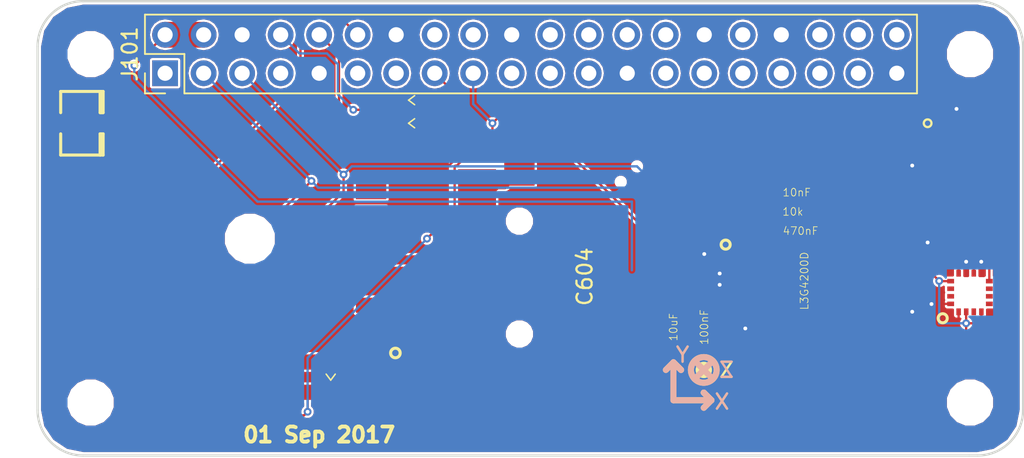
<source format=kicad_pcb>
(kicad_pcb (version 4) (host pcbnew 4.0.7-e1-6374~58~ubuntu17.04.1)

  (general
    (links 105)
    (no_connects 17)
    (area 109.424999 79.424999 174.575001 109.575001)
    (thickness 1.6)
    (drawings 13)
    (tracks 310)
    (zones 0)
    (modules 37)
    (nets 23)
  )

  (page A3)
  (layers
    (0 F.Cu signal)
    (31 B.Cu signal)
    (32 B.Adhes user)
    (33 F.Adhes user)
    (34 B.Paste user)
    (35 F.Paste user)
    (36 B.SilkS user)
    (37 F.SilkS user)
    (38 B.Mask user)
    (39 F.Mask user)
    (40 Dwgs.User user)
    (41 Cmts.User user)
    (42 Eco1.User user)
    (43 Eco2.User user)
    (44 Edge.Cuts user)
    (45 Margin user)
    (46 B.CrtYd user)
    (47 F.CrtYd user)
    (48 B.Fab user)
    (49 F.Fab user)
  )

  (setup
    (last_trace_width 0.1524)
    (user_trace_width 0.6)
    (trace_clearance 0.1524)
    (zone_clearance 0.1524)
    (zone_45_only yes)
    (trace_min 0.1524)
    (segment_width 0.2)
    (edge_width 0.15)
    (via_size 0.508)
    (via_drill 0.254)
    (via_min_size 0.508)
    (via_min_drill 0.254)
    (uvia_size 0.508)
    (uvia_drill 0.127)
    (uvias_allowed no)
    (uvia_min_size 0.508)
    (uvia_min_drill 0.127)
    (pcb_text_width 0.3)
    (pcb_text_size 1 1)
    (mod_edge_width 0.15)
    (mod_text_size 1 1)
    (mod_text_width 0.15)
    (pad_size 2.75 2.75)
    (pad_drill 2.75)
    (pad_to_mask_clearance 0)
    (aux_axis_origin 117.8687 84.2645)
    (grid_origin 117.91188 84.25942)
    (visible_elements FFFFFFFF)
    (pcbplotparams
      (layerselection 0x010e8_80000001)
      (usegerberextensions true)
      (excludeedgelayer true)
      (linewidth 0.150000)
      (plotframeref false)
      (viasonmask false)
      (mode 1)
      (useauxorigin false)
      (hpglpennumber 1)
      (hpglpenspeed 20)
      (hpglpendiameter 15)
      (hpglpenoverlay 2)
      (psnegative false)
      (psa4output false)
      (plotreference false)
      (plotvalue true)
      (plotinvisibletext false)
      (padsonsilk false)
      (subtractmaskfromsilk false)
      (outputformat 1)
      (mirror false)
      (drillshape 0)
      (scaleselection 1)
      (outputdirectory ""))
  )

  (net 0 "")
  (net 1 GND)
  (net 2 +3V3)
  (net 3 /UltimateGPS/VBACKUP)
  (net 4 +5V)
  (net 5 /UltimateGPS/VGPS)
  (net 6 /PPS_ECHO+)
  (net 7 /UltimateGPS/VBACKUP+)
  (net 8 /FIX+)
  (net 9 /PPS_ECHO)
  (net 10 /PPS)
  (net 11 /GPS_TX)
  (net 12 /GPS_RX)
  (net 13 /SCL)
  (net 14 /SDA)
  (net 15 /FIX)
  (net 16 /UltimateGPS/ANT)
  (net 17 /HMC5883/SETP)
  (net 18 /HMC5883/SETC)
  (net 19 /HMC5883/C1)
  (net 20 /L3G4200D/PLLFILT)
  (net 21 /L3G4200D/PLLFILT-)
  (net 22 /MPU9250/REGOUT)

  (net_class Default "This is the default net class."
    (clearance 0.1524)
    (trace_width 0.1524)
    (via_dia 0.508)
    (via_drill 0.254)
    (uvia_dia 0.508)
    (uvia_drill 0.127)
    (add_net +3V3)
    (add_net +5V)
    (add_net /FIX)
    (add_net /FIX+)
    (add_net /GPS_RX)
    (add_net /GPS_TX)
    (add_net /HMC5883/C1)
    (add_net /HMC5883/SETC)
    (add_net /HMC5883/SETP)
    (add_net /L3G4200D/PLLFILT)
    (add_net /L3G4200D/PLLFILT-)
    (add_net /MPU9250/REGOUT)
    (add_net /PPS)
    (add_net /PPS_ECHO)
    (add_net /PPS_ECHO+)
    (add_net /SCL)
    (add_net /SDA)
    (add_net /UltimateGPS/ANT)
    (add_net /UltimateGPS/VBACKUP)
    (add_net /UltimateGPS/VBACKUP+)
    (add_net /UltimateGPS/VGPS)
    (add_net GND)
  )

  (net_class VCC ""
    (clearance 0.254)
    (trace_width 0.254)
    (via_dia 0.508)
    (via_drill 0.254)
    (uvia_dia 0.508)
    (uvia_drill 0.127)
  )

  (module KwanSystems:Axis (layer F.Cu) (tedit 598A2E87) (tstamp 59847FDF)
    (at 151.43988 105.84942)
    (descr "Built for the MPU-9250 using guidelines found in http://cds.linear.com/docs/en/packaging/Carsem%20MLP%20users%20guide.pdf")
    (path /590FB0EF/590FBC26)
    (fp_text reference U599 (at -1.3 1.5) (layer F.Fab) hide
      (effects (font (size 0.77216 0.77216) (thickness 0.065024)) (justify left bottom))
    )
    (fp_text value MPU9250 (at -1.8 2.75) (layer F.SilkS) hide
      (effects (font (size 0.77216 0.77216) (thickness 0.065024)) (justify left bottom))
    )
    (fp_line (start 2.6 -2.6) (end 1.4 -1.4) (layer B.SilkS) (width 0.4))
    (fp_line (start 1.4 -2.6) (end 2.6 -1.4) (layer B.SilkS) (width 0.4))
    (fp_circle (center 2 -2) (end 2.6 -1.4) (layer B.SilkS) (width 0.4))
    (fp_text user Z (at 3.5 -2) (layer B.SilkS)
      (effects (font (size 1 1) (thickness 0.15)) (justify mirror))
    )
    (fp_text user Y (at 0.6 -3) (layer B.SilkS)
      (effects (font (size 1 1) (thickness 0.15)) (justify mirror))
    )
    (fp_text user X (at 3.2 0.1) (layer B.SilkS)
      (effects (font (size 1 1) (thickness 0.15)) (justify mirror))
    )
    (fp_line (start 2.5 0) (end 2 0.5) (layer B.SilkS) (width 0.4))
    (fp_line (start 2 -0.5) (end 2.5 0) (layer B.SilkS) (width 0.4))
    (fp_line (start 2.5 0) (end 2 -0.5) (layer B.SilkS) (width 0.4))
    (fp_line (start 0 0) (end 2.5 0) (layer B.SilkS) (width 0.4))
    (fp_line (start 0 -2.5) (end 0 0) (layer B.SilkS) (width 0.4))
    (fp_line (start 0.5 -2) (end 0 -2.5) (layer B.SilkS) (width 0.4))
    (fp_line (start 0 -2.5) (end 0.5 -2) (layer B.SilkS) (width 0.4))
    (fp_line (start -0.5 -2) (end 0 -2.5) (layer B.SilkS) (width 0.4))
    (fp_text user Z (at 3.5 -2) (layer F.SilkS)
      (effects (font (size 1 1) (thickness 0.15)))
    )
    (fp_circle (center 2 -2) (end 2.1 -1.9) (layer F.SilkS) (width 0.4))
    (fp_circle (center 2 -2) (end 2.6 -1.4) (layer F.SilkS) (width 0.4))
    (fp_text user X (at 3.2 0.1) (layer F.SilkS)
      (effects (font (size 1 1) (thickness 0.15)))
    )
    (fp_text user Y (at 0.6 -3) (layer F.SilkS)
      (effects (font (size 1 1) (thickness 0.15)))
    )
    (fp_line (start 2.5 0) (end 2 0.5) (layer F.SilkS) (width 0.4))
    (fp_line (start 2 -0.5) (end 2.5 0) (layer F.SilkS) (width 0.4))
    (fp_line (start 2.5 0) (end 2 -0.5) (layer F.SilkS) (width 0.4))
    (fp_line (start 0 0) (end 2.5 0) (layer F.SilkS) (width 0.4))
    (fp_line (start 0 -2.5) (end 0 0) (layer F.SilkS) (width 0.4))
    (fp_line (start 0.5 -2) (end 0 -2.5) (layer F.SilkS) (width 0.4))
    (fp_line (start 0 -2.5) (end 0.5 -2) (layer F.SilkS) (width 0.4))
    (fp_line (start -0.5 -2) (end 0 -2.5) (layer F.SilkS) (width 0.4))
  )

  (module KwanSystems:HMC5883L (layer F.Cu) (tedit 59095F44) (tstamp 5989F0D9)
    (at 170.99788 98.73742 90)
    (path /598A1510/59101AC9)
    (fp_text reference U701 (at 0.5 -0.4 90) (layer F.Fab)
      (effects (font (size 0.2 0.2) (thickness 0.015)))
    )
    (fp_text value HMC5883L (at 0.2 0.8 90) (layer F.Fab)
      (effects (font (size 0.2 0.2) (thickness 0.015)))
    )
    (fp_circle (center -1.7 -1.8) (end -1.4 -1.8) (layer F.SilkS) (width 0.2))
    (fp_text user Z (at -0.1 0 90) (layer F.Fab)
      (effects (font (size 0.2 0.2) (thickness 0.015)))
    )
    (fp_circle (center -0.4 -0.4) (end -0.35 -0.4) (layer F.Fab) (width 0.1))
    (fp_circle (center -0.4 -0.4) (end -0.1 -0.4) (layer F.Fab) (width 0.01))
    (fp_text user Y (at 0.6 -0.8 90) (layer F.Fab)
      (effects (font (size 0.2 0.2) (thickness 0.015)))
    )
    (fp_line (start 0.5 -0.8) (end 0.3 -0.6) (layer F.Fab) (width 0.01))
    (fp_line (start 0.3 -1) (end 0.5 -0.8) (layer F.Fab) (width 0.01))
    (fp_line (start 0.5 -0.8) (end 0.3 -1) (layer F.Fab) (width 0.01))
    (fp_line (start -0.8 -0.8) (end 0.5 -0.8) (layer F.Fab) (width 0.01))
    (fp_text user X (at -0.8 0.7 90) (layer F.Fab)
      (effects (font (size 0.2 0.2) (thickness 0.015)))
    )
    (fp_line (start -0.8 0.5) (end -0.6 0.3) (layer F.Fab) (width 0.01))
    (fp_line (start -1 0.3) (end -0.8 0.5) (layer F.Fab) (width 0.01))
    (fp_line (start -0.8 0.5) (end -1 0.3) (layer F.Fab) (width 0.01))
    (fp_line (start -0.8 -0.8) (end -0.8 0.5) (layer F.Fab) (width 0.01))
    (pad 2 smd rect (at -1.275 -0.25 90) (size 0.45 0.3) (layers F.Cu F.Paste F.Mask)
      (net 2 +3V3))
    (pad 1 smd rect (at -1.275 -0.75 90) (size 0.45 0.3) (layers F.Cu F.Paste F.Mask)
      (net 13 /SCL))
    (pad 4 smd rect (at -1.275 0.75 90) (size 0.45 0.3) (layers F.Cu F.Paste F.Mask)
      (net 2 +3V3))
    (pad 3 smd rect (at -1.275 0.25 270) (size 0.45 0.3) (layers F.Cu F.Paste F.Mask))
    (pad 6 smd rect (at -0.25 1.275 180) (size 0.45 0.3) (layers F.Cu F.Paste F.Mask))
    (pad 7 smd rect (at 0.25 1.275) (size 0.45 0.3) (layers F.Cu F.Paste F.Mask))
    (pad 8 smd rect (at 0.75 1.275) (size 0.45 0.3) (layers F.Cu F.Paste F.Mask)
      (net 17 /HMC5883/SETP))
    (pad 5 smd rect (at -0.75 1.275 180) (size 0.45 0.3) (layers F.Cu F.Paste F.Mask))
    (pad 10 smd rect (at 1.275 0.25 270) (size 0.45 0.3) (layers F.Cu F.Paste F.Mask)
      (net 19 /HMC5883/C1))
    (pad 11 smd rect (at 1.275 -0.25 90) (size 0.45 0.3) (layers F.Cu F.Paste F.Mask)
      (net 1 GND))
    (pad 12 smd rect (at 1.275 -0.75 270) (size 0.45 0.3) (layers F.Cu F.Paste F.Mask)
      (net 18 /HMC5883/SETC))
    (pad 9 smd rect (at 1.275 0.75 270) (size 0.45 0.3) (layers F.Cu F.Paste F.Mask)
      (net 1 GND))
    (pad 14 smd rect (at 0.25 -1.275) (size 0.45 0.3) (layers F.Cu F.Paste F.Mask))
    (pad 15 smd rect (at -0.25 -1.275 180) (size 0.45 0.3) (layers F.Cu F.Paste F.Mask))
    (pad 16 smd rect (at -0.75 -1.275 180) (size 0.45 0.3) (layers F.Cu F.Paste F.Mask)
      (net 14 /SDA))
    (pad 13 smd rect (at 0.75 -1.275) (size 0.45 0.3) (layers F.Cu F.Paste F.Mask)
      (net 2 +3V3))
  )

  (module KwanSystems:CR1220-2 (layer F.Cu) (tedit 596649B6) (tstamp 5983E7F0)
    (at 141.27988 97.97542 90)
    (path /59101187/5911D6E9)
    (fp_text reference B604 (at -1.602 -0.14 90) (layer F.Fab)
      (effects (font (size 0.77216 0.77216) (thickness 0.138988)) (justify left bottom))
    )
    (fp_text value Coin_Cell (at -1.602 0.868 90) (layer F.Fab)
      (effects (font (size 0.77216 0.77216) (thickness 0.077216)) (justify left bottom))
    )
    (fp_circle (center 0.2 0) (end 7.59 0) (layer Dwgs.User) (width 0.3048))
    (fp_circle (center 0.2 0) (end 6.7 0) (layer Dwgs.User) (width 0.3048))
    (fp_line (start -7.4 -1.6) (end -7.2 -2.5) (layer F.Fab) (width 0.3048))
    (fp_line (start -7.2 -2.5) (end -6.8 -3.5) (layer F.Fab) (width 0.3048))
    (fp_line (start -6.8 -3.5) (end -6.3 -4.5) (layer F.Fab) (width 0.3048))
    (fp_line (start -6.3 -4.5) (end -5.4 -5.5) (layer F.Fab) (width 0.3048))
    (fp_line (start -5.4 -5.5) (end -4.5 -6.3) (layer F.Fab) (width 0.3048))
    (fp_line (start -4.5 -6.3) (end -3.3 -7) (layer F.Fab) (width 0.3048))
    (fp_line (start -3.3 -7) (end -2.3 -7.5) (layer F.Fab) (width 0.3048))
    (fp_line (start -2.3 -7.5) (end -0.8 -7.9) (layer F.Fab) (width 0.3048))
    (fp_line (start -0.8 -7.9) (end 0.7 -7.9) (layer F.Fab) (width 0.3048))
    (fp_line (start 0.7 -7.9) (end 2 -7.7) (layer F.Fab) (width 0.3048))
    (fp_line (start -7.6 1.5) (end -7.2 2.9) (layer F.Fab) (width 0.3048))
    (fp_line (start -7.2 2.9) (end -6.5 4.2) (layer F.Fab) (width 0.3048))
    (fp_line (start -6.5 4.2) (end -5.7 5.3) (layer F.Fab) (width 0.3048))
    (fp_line (start -5.7 5.3) (end -4.9 6.1) (layer F.Fab) (width 0.3048))
    (fp_line (start -4.9 6.1) (end -3.9 6.8) (layer F.Fab) (width 0.3048))
    (fp_line (start -3.9 6.8) (end -2.7 7.4) (layer F.Fab) (width 0.3048))
    (fp_line (start -2.7 7.4) (end -1.3 7.8) (layer F.Fab) (width 0.3048))
    (fp_line (start -1.3 7.8) (end 0 8) (layer F.Fab) (width 0.3048))
    (fp_line (start 0 8) (end 1.2 7.9) (layer F.Fab) (width 0.3048))
    (fp_line (start 1.2 7.9) (end 2.5 7.6) (layer F.Fab) (width 0.3048))
    (fp_line (start 3.95 -7.1) (end 7.1 -7.1) (layer F.Fab) (width 0.3048))
    (fp_line (start 3.95 7.1) (end 7.1 7.1) (layer F.Fab) (width 0.3048))
    (fp_line (start 7.1 -7.1) (end 7.1 -3.8) (layer F.Fab) (width 0.3048))
    (fp_line (start 7.1 -3.8) (end 7.6 -2.9) (layer F.Fab) (width 0.3048))
    (fp_line (start 7.6 -2.9) (end 7.9 -2) (layer F.Fab) (width 0.3048))
    (fp_line (start 7.9 -2) (end 7.9 -1.6) (layer F.Fab) (width 0.3048))
    (fp_line (start 7.1 7.1) (end 7.1 3.9) (layer F.Fab) (width 0.3048))
    (fp_line (start 7.1 3.9) (end 7.6 2.9) (layer F.Fab) (width 0.3048))
    (fp_line (start 7.6 2.9) (end 7.9 1.7) (layer F.Fab) (width 0.3048))
    (fp_line (start 2.4 7.6) (end 3.9 7.1) (layer F.Fab) (width 0.3048))
    (fp_line (start 2 -7.7) (end 3.9 -7.1) (layer F.Fab) (width 0.3048))
    (pad "" np_thru_hole circle (at 3.95 0 90) (size 1.5 1.5) (drill 1.5) (layers *.Cu))
    (pad "" np_thru_hole circle (at -3.5 0 90) (size 1.5 1.5) (drill 1.5) (layers *.Cu))
    (pad - smd rect (at -7.6 0 90) (size 4 2) (layers F.Cu F.Paste F.Mask)
      (net 1 GND))
    (pad + smd rect (at 8.29 0 90) (size 4 2) (layers F.Cu F.Paste F.Mask)
      (net 3 /UltimateGPS/VBACKUP))
    (model /home/chrisj/workspace/kicad/KwanSystems.pretty/wrl/Harwin_S841.wrl
      (at (xyz -0.025 0 0))
      (scale (xyz 0.3937 0.3937 0.3937))
      (rotate (xyz -90 0 -90))
    )
  )

  (module KwanSystems:FGPMMOPA6H (layer F.Cu) (tedit 59657D24) (tstamp 5983EB4F)
    (at 123.99988 94.33142 180)
    (path /59101187/591017B7)
    (fp_text reference U601 (at -8 -8.5 450) (layer F.SilkS) hide
      (effects (font (size 0.9652 0.9652) (thickness 0.077216)) (justify left bottom))
    )
    (fp_text value FGPMMOPA6H (at -8 9.5 450) (layer F.SilkS) hide
      (effects (font (size 0.77216 0.77216) (thickness 0.061772)) (justify left bottom))
    )
    (fp_circle (center -9.1 -8.4) (end -8.7838 -8.4) (layer F.SilkS) (width 0.2032))
    (fp_circle (center 0.5 -0.85) (end 1 -0.85) (layer Dwgs.User) (width 0.8128))
    (fp_line (start -8 8) (end -8 -8) (layer Dwgs.User) (width 0.2032))
    (fp_line (start 8 8) (end -8 8) (layer Dwgs.User) (width 0.2032))
    (fp_line (start 8 -8) (end 8 8) (layer Dwgs.User) (width 0.127))
    (fp_line (start -8 -8) (end 8 -8) (layer Dwgs.User) (width 0.2032))
    (pad "" np_thru_hole circle (at 0.5 -0.85 180) (size 3 3) (drill 3) (layers *.Cu))
    (pad 20 smd rect (at 7.5 -6.75) (size 2 1) (layers F.Cu F.Paste F.Mask))
    (pad 19 smd rect (at 7.5 -5.25) (size 2 1) (layers F.Cu F.Paste F.Mask)
      (net 1 GND))
    (pad 18 smd rect (at 7.5 -3.75) (size 2 1) (layers F.Cu F.Paste F.Mask))
    (pad 17 smd rect (at 7.5 -2.25) (size 2 1) (layers F.Cu F.Paste F.Mask))
    (pad 16 smd rect (at 7.5 -0.75) (size 2 1) (layers F.Cu F.Paste F.Mask))
    (pad 15 smd rect (at 7.5 0.75) (size 2 1) (layers F.Cu F.Paste F.Mask))
    (pad 14 smd rect (at 7.5 2.25) (size 2 1) (layers F.Cu F.Paste F.Mask))
    (pad 13 smd rect (at 7.5 3.75) (size 2 1) (layers F.Cu F.Paste F.Mask)
      (net 10 /PPS))
    (pad 12 smd rect (at 7.5 5.25) (size 2 1) (layers F.Cu F.Paste F.Mask)
      (net 1 GND))
    (pad 11 smd rect (at 7.5 6.75) (size 2 1) (layers F.Cu F.Paste F.Mask)
      (net 16 /UltimateGPS/ANT))
    (pad 10 smd rect (at -7.5 6.75 180) (size 2 1) (layers F.Cu F.Paste F.Mask)
      (net 12 /GPS_RX))
    (pad 9 smd rect (at -7.5 5.25 180) (size 2 1) (layers F.Cu F.Paste F.Mask)
      (net 11 /GPS_TX))
    (pad 8 smd rect (at -7.5 3.75 180) (size 2 1) (layers F.Cu F.Paste F.Mask)
      (net 1 GND))
    (pad 7 smd rect (at -7.5 2.25 180) (size 2 1) (layers F.Cu F.Paste F.Mask))
    (pad 6 smd rect (at -7.5 0.75 180) (size 2 1) (layers F.Cu F.Paste F.Mask))
    (pad 5 smd rect (at -7.5 -0.75 180) (size 2 1) (layers F.Cu F.Paste F.Mask)
      (net 15 /FIX))
    (pad 4 smd rect (at -7.5 -2.25 180) (size 2 1) (layers F.Cu F.Paste F.Mask)
      (net 3 /UltimateGPS/VBACKUP))
    (pad 3 smd rect (at -7.5 -3.75 180) (size 2 1) (layers F.Cu F.Paste F.Mask)
      (net 1 GND))
    (pad 2 smd rect (at -7.5 -5.25 180) (size 2 1) (layers F.Cu F.Paste F.Mask))
    (pad 1 smd rect (at -7.5 -6.75 180) (size 2 1) (layers F.Cu F.Paste F.Mask)
      (net 5 /UltimateGPS/VGPS))
    (model :O:/home/chrisj/workspace/kicad/KwanSystems.pretty/wrl/GTOP50.wrl
      (at (xyz 0 0 0))
      (scale (xyz 0.3937 0.3937 0.3937))
      (rotate (xyz 0 0 0))
    )
    (model /home/chrisj/workspace/kicad/KwanSystems.pretty/wrl/GTOP50.wrl
      (at (xyz 0 0 0))
      (scale (xyz 0.3937 0.3937 0.3937))
      (rotate (xyz 0 0 180))
    )
  )

  (module Pin_Headers:Pin_Header_Straight_2x20_Pitch2.54mm (layer F.Cu) (tedit 5983E641) (tstamp 5983E9D5)
    (at 117.91188 84.25942 90)
    (descr "Through hole straight pin header, 2x20, 2.54mm pitch, double rows")
    (tags "Through hole pin header THT 2x20 2.54mm double row")
    (path /597E2B36)
    (fp_text reference J101 (at 1.27 -2.33 90) (layer F.SilkS)
      (effects (font (size 1 1) (thickness 0.15)))
    )
    (fp_text value RPi_GPIO (at 1.27 50.59 90) (layer F.Fab)
      (effects (font (size 1 1) (thickness 0.15)))
    )
    (fp_text user %R (at 1.27 24.13 180) (layer F.Fab)
      (effects (font (size 1 1) (thickness 0.15)))
    )
    (fp_line (start 4.35 -1.8) (end -1.8 -1.8) (layer F.CrtYd) (width 0.05))
    (fp_line (start 4.35 50.05) (end 4.35 -1.8) (layer F.CrtYd) (width 0.05))
    (fp_line (start -1.8 50.05) (end 4.35 50.05) (layer F.CrtYd) (width 0.05))
    (fp_line (start -1.8 -1.8) (end -1.8 50.05) (layer F.CrtYd) (width 0.05))
    (fp_line (start -1.33 -1.33) (end 0 -1.33) (layer F.SilkS) (width 0.12))
    (fp_line (start -1.33 0) (end -1.33 -1.33) (layer F.SilkS) (width 0.12))
    (fp_line (start 1.27 -1.33) (end 3.87 -1.33) (layer F.SilkS) (width 0.12))
    (fp_line (start 1.27 1.27) (end 1.27 -1.33) (layer F.SilkS) (width 0.12))
    (fp_line (start -1.33 1.27) (end 1.27 1.27) (layer F.SilkS) (width 0.12))
    (fp_line (start 3.87 -1.33) (end 3.87 49.59) (layer F.SilkS) (width 0.12))
    (fp_line (start -1.33 1.27) (end -1.33 49.59) (layer F.SilkS) (width 0.12))
    (fp_line (start -1.33 49.59) (end 3.87 49.59) (layer F.SilkS) (width 0.12))
    (fp_line (start -1.27 0) (end 0 -1.27) (layer F.Fab) (width 0.1))
    (fp_line (start -1.27 49.53) (end -1.27 0) (layer F.Fab) (width 0.1))
    (fp_line (start 3.81 49.53) (end -1.27 49.53) (layer F.Fab) (width 0.1))
    (fp_line (start 3.81 -1.27) (end 3.81 49.53) (layer F.Fab) (width 0.1))
    (fp_line (start 0 -1.27) (end 3.81 -1.27) (layer F.Fab) (width 0.1))
    (pad 40 thru_hole oval (at 2.54 48.26 90) (size 1.7 1.7) (drill 1) (layers *.Cu *.Mask))
    (pad 39 thru_hole oval (at 0 48.26 90) (size 1.7 1.7) (drill 1) (layers *.Cu *.Mask)
      (net 1 GND))
    (pad 38 thru_hole oval (at 2.54 45.72 90) (size 1.7 1.7) (drill 1) (layers *.Cu *.Mask))
    (pad 37 thru_hole oval (at 0 45.72 90) (size 1.7 1.7) (drill 1) (layers *.Cu *.Mask))
    (pad 36 thru_hole oval (at 2.54 43.18 90) (size 1.7 1.7) (drill 1) (layers *.Cu *.Mask))
    (pad 35 thru_hole oval (at 0 43.18 90) (size 1.7 1.7) (drill 1) (layers *.Cu *.Mask))
    (pad 34 thru_hole oval (at 2.54 40.64 90) (size 1.7 1.7) (drill 1) (layers *.Cu *.Mask)
      (net 1 GND))
    (pad 33 thru_hole oval (at 0 40.64 90) (size 1.7 1.7) (drill 1) (layers *.Cu *.Mask))
    (pad 32 thru_hole oval (at 2.54 38.1 90) (size 1.7 1.7) (drill 1) (layers *.Cu *.Mask))
    (pad 31 thru_hole oval (at 0 38.1 90) (size 1.7 1.7) (drill 1) (layers *.Cu *.Mask))
    (pad 30 thru_hole oval (at 2.54 35.56 90) (size 1.7 1.7) (drill 1) (layers *.Cu *.Mask)
      (net 1 GND))
    (pad 29 thru_hole oval (at 0 35.56 90) (size 1.7 1.7) (drill 1) (layers *.Cu *.Mask))
    (pad 28 thru_hole oval (at 2.54 33.02 90) (size 1.7 1.7) (drill 1) (layers *.Cu *.Mask))
    (pad 27 thru_hole oval (at 0 33.02 90) (size 1.7 1.7) (drill 1) (layers *.Cu *.Mask))
    (pad 26 thru_hole oval (at 2.54 30.48 90) (size 1.7 1.7) (drill 1) (layers *.Cu *.Mask))
    (pad 25 thru_hole oval (at 0 30.48 90) (size 1.7 1.7) (drill 1) (layers *.Cu *.Mask)
      (net 1 GND))
    (pad 24 thru_hole oval (at 2.54 27.94 90) (size 1.7 1.7) (drill 1) (layers *.Cu *.Mask))
    (pad 23 thru_hole oval (at 0 27.94 90) (size 1.7 1.7) (drill 1) (layers *.Cu *.Mask))
    (pad 22 thru_hole oval (at 2.54 25.4 90) (size 1.7 1.7) (drill 1) (layers *.Cu *.Mask))
    (pad 21 thru_hole oval (at 0 25.4 90) (size 1.7 1.7) (drill 1) (layers *.Cu *.Mask))
    (pad 20 thru_hole oval (at 2.54 22.86 90) (size 1.7 1.7) (drill 1) (layers *.Cu *.Mask)
      (net 1 GND))
    (pad 19 thru_hole oval (at 0 22.86 90) (size 1.7 1.7) (drill 1) (layers *.Cu *.Mask))
    (pad 18 thru_hole oval (at 2.54 20.32 90) (size 1.7 1.7) (drill 1) (layers *.Cu *.Mask))
    (pad 17 thru_hole oval (at 0 20.32 90) (size 1.7 1.7) (drill 1) (layers *.Cu *.Mask)
      (net 2 +3V3))
    (pad 16 thru_hole oval (at 2.54 17.78 90) (size 1.7 1.7) (drill 1) (layers *.Cu *.Mask))
    (pad 15 thru_hole oval (at 0 17.78 90) (size 1.7 1.7) (drill 1) (layers *.Cu *.Mask)
      (net 9 /PPS_ECHO))
    (pad 14 thru_hole oval (at 2.54 15.24 90) (size 1.7 1.7) (drill 1) (layers *.Cu *.Mask)
      (net 1 GND))
    (pad 13 thru_hole oval (at 0 15.24 90) (size 1.7 1.7) (drill 1) (layers *.Cu *.Mask))
    (pad 12 thru_hole oval (at 2.54 12.7 90) (size 1.7 1.7) (drill 1) (layers *.Cu *.Mask)
      (net 10 /PPS))
    (pad 11 thru_hole oval (at 0 12.7 90) (size 1.7 1.7) (drill 1) (layers *.Cu *.Mask))
    (pad 10 thru_hole oval (at 2.54 10.16 90) (size 1.7 1.7) (drill 1) (layers *.Cu *.Mask)
      (net 11 /GPS_TX))
    (pad 9 thru_hole oval (at 0 10.16 90) (size 1.7 1.7) (drill 1) (layers *.Cu *.Mask)
      (net 1 GND))
    (pad 8 thru_hole oval (at 2.54 7.62 90) (size 1.7 1.7) (drill 1) (layers *.Cu *.Mask)
      (net 12 /GPS_RX))
    (pad 7 thru_hole oval (at 0 7.62 90) (size 1.7 1.7) (drill 1) (layers *.Cu *.Mask))
    (pad 6 thru_hole oval (at 2.54 5.08 90) (size 1.7 1.7) (drill 1) (layers *.Cu *.Mask)
      (net 1 GND))
    (pad 5 thru_hole oval (at 0 5.08 90) (size 1.7 1.7) (drill 1) (layers *.Cu *.Mask)
      (net 13 /SCL))
    (pad 4 thru_hole oval (at 2.54 2.54 90) (size 1.7 1.7) (drill 1) (layers *.Cu *.Mask)
      (net 4 +5V))
    (pad 3 thru_hole oval (at 0 2.54 90) (size 1.7 1.7) (drill 1) (layers *.Cu *.Mask)
      (net 14 /SDA))
    (pad 2 thru_hole oval (at 2.54 0 90) (size 1.7 1.7) (drill 1) (layers *.Cu *.Mask)
      (net 4 +5V))
    (pad 1 thru_hole rect (at 0 0 90) (size 1.7 1.7) (drill 1) (layers *.Cu *.Mask))
    (model ${KISYS3DMOD}/Socket_Strips.3dshapes/Socket_Strip_Straight_2x20_Pitch2.54mm.wrl
      (at (xyz 0.05 -0.95 -0.07000000000000001))
      (scale (xyz 1 1 1))
      (rotate (xyz 180 0 90))
    )
  )

  (module 1pin (layer F.Cu) (tedit 5644D4E6) (tstamp 563ABCB6)
    (at 171 106)
    (descr "module 1 pin (ou trou mecanique de percage)")
    (tags DEV)
    (path 1pin)
    (fp_text reference 1PIN (at 0 -3.048) (layer F.SilkS) hide
      (effects (font (size 1.016 1.016) (thickness 0.254)))
    )
    (fp_text value P*** (at 0 2.794) (layer F.SilkS) hide
      (effects (font (size 1.016 1.016) (thickness 0.254)))
    )
    (pad "" np_thru_hole circle (at 0 0) (size 2.75 2.75) (drill 2.75) (layers *.Cu))
  )

  (module 1pin (layer F.Cu) (tedit 5644D50C) (tstamp 563AB3A9)
    (at 113 106)
    (descr "module 1 pin (ou trou mecanique de percage)")
    (tags DEV)
    (path 1pin)
    (fp_text reference 1PIN (at 0 -3.048) (layer F.SilkS) hide
      (effects (font (size 1.016 1.016) (thickness 0.254)))
    )
    (fp_text value P*** (at 0 2.794) (layer F.SilkS) hide
      (effects (font (size 1.016 1.016) (thickness 0.254)))
    )
    (pad "" np_thru_hole circle (at 0 0) (size 2.75 2.75) (drill 2.75) (layers *.Cu))
  )

  (module 1pin (layer F.Cu) (tedit 598473AC) (tstamp 563AB381)
    (at 171 83)
    (descr "module 1 pin (ou trou mecanique de percage)")
    (tags DEV)
    (path 1pin)
    (fp_text reference 1PIN (at 0 -3.048) (layer F.SilkS) hide
      (effects (font (size 1.016 1.016) (thickness 0.254)))
    )
    (fp_text value P*** (at 0 2.794) (layer F.SilkS) hide
      (effects (font (size 1.016 1.016) (thickness 0.254)))
    )
    (pad "" np_thru_hole circle (at 0 0) (size 2.75 2.75) (drill 2.75) (layers *.Cu *.Mask))
  )

  (module 1pin (layer F.Cu) (tedit 5644D590) (tstamp 563AB348)
    (at 113 83)
    (descr "module 1 pin (ou trou mecanique de percage)")
    (tags DEV)
    (path 1pin)
    (fp_text reference 1PIN (at 0 -3.048) (layer F.SilkS) hide
      (effects (font (size 1.016 1.016) (thickness 0.254)))
    )
    (fp_text value P*** (at 0 2.794) (layer F.SilkS) hide
      (effects (font (size 1.016 1.016) (thickness 0.254)))
    )
    (pad "" np_thru_hole circle (at 0 0) (size 2.75 2.75) (drill 2.75) (layers *.Cu))
  )

  (module KwanSystems:SMD_0603 (layer F.Cu) (tedit 590965EB) (tstamp 5983E860)
    (at 169.21988 92.64142 180)
    (descr "Capacitor SMD 0603, reflow soldering, AVX (see smccp.pdf)")
    (tags "capacitor 0603")
    (path /590FB0EF/590FBC36)
    (attr smd)
    (fp_text reference C508 (at 0 -0.2 180) (layer F.Fab)
      (effects (font (size 0.2 0.2) (thickness 0.015)))
    )
    (fp_text value 100nF (at 0 0.2 180) (layer F.Fab)
      (effects (font (size 0.2 0.2) (thickness 0.015)))
    )
    (fp_line (start -0.8 0.4) (end -0.8 -0.4) (layer F.Fab) (width 0.1))
    (fp_line (start 0.8 0.4) (end -0.8 0.4) (layer F.Fab) (width 0.1))
    (fp_line (start 0.8 -0.4) (end 0.8 0.4) (layer F.Fab) (width 0.1))
    (fp_line (start -0.8 -0.4) (end 0.8 -0.4) (layer F.Fab) (width 0.1))
    (fp_line (start -1.4 -0.65) (end 1.4 -0.65) (layer F.CrtYd) (width 0.05))
    (fp_line (start -1.4 -0.65) (end -1.4 0.65) (layer F.CrtYd) (width 0.05))
    (fp_line (start 1.4 0.65) (end 1.4 -0.65) (layer F.CrtYd) (width 0.05))
    (fp_line (start 1.4 0.65) (end -1.4 0.65) (layer F.CrtYd) (width 0.05))
    (pad 1 smd rect (at -0.75 0 180) (size 0.8 0.75) (layers F.Cu F.Paste F.Mask)
      (net 1 GND))
    (pad 2 smd rect (at 0.75 0 180) (size 0.8 0.75) (layers F.Cu F.Paste F.Mask)
      (net 2 +3V3))
    (model Capacitors_SMD.3dshapes/C_0603.wrl
      (at (xyz 0 0 0))
      (scale (xyz 1 1 1))
      (rotate (xyz 0 0 0))
    )
  )

  (module KwanSystems:SMD_0603 (layer F.Cu) (tedit 590965EB) (tstamp 5983E86E)
    (at 171.75988 92.64142 180)
    (descr "Capacitor SMD 0603, reflow soldering, AVX (see smccp.pdf)")
    (tags "capacitor 0603")
    (path /590FB0EF/590FBC2E)
    (attr smd)
    (fp_text reference C510 (at 0 -0.2 180) (layer F.Fab)
      (effects (font (size 0.2 0.2) (thickness 0.015)))
    )
    (fp_text value 100nF (at 0 0.2 180) (layer F.Fab)
      (effects (font (size 0.2 0.2) (thickness 0.015)))
    )
    (fp_line (start 1.4 0.65) (end -1.4 0.65) (layer F.CrtYd) (width 0.05))
    (fp_line (start 1.4 0.65) (end 1.4 -0.65) (layer F.CrtYd) (width 0.05))
    (fp_line (start -1.4 -0.65) (end -1.4 0.65) (layer F.CrtYd) (width 0.05))
    (fp_line (start -1.4 -0.65) (end 1.4 -0.65) (layer F.CrtYd) (width 0.05))
    (fp_line (start -0.8 -0.4) (end 0.8 -0.4) (layer F.Fab) (width 0.1))
    (fp_line (start 0.8 -0.4) (end 0.8 0.4) (layer F.Fab) (width 0.1))
    (fp_line (start 0.8 0.4) (end -0.8 0.4) (layer F.Fab) (width 0.1))
    (fp_line (start -0.8 0.4) (end -0.8 -0.4) (layer F.Fab) (width 0.1))
    (pad 2 smd rect (at 0.75 0 180) (size 0.8 0.75) (layers F.Cu F.Paste F.Mask)
      (net 22 /MPU9250/REGOUT))
    (pad 1 smd rect (at -0.75 0 180) (size 0.8 0.75) (layers F.Cu F.Paste F.Mask)
      (net 1 GND))
    (model Capacitors_SMD.3dshapes/C_0603.wrl
      (at (xyz 0 0 0))
      (scale (xyz 1 1 1))
      (rotate (xyz 0 0 0))
    )
  )

  (module KwanSystems:SMD_0603 (layer F.Cu) (tedit 590965EB) (tstamp 5983E87C)
    (at 173.28388 89.84742 270)
    (descr "Capacitor SMD 0603, reflow soldering, AVX (see smccp.pdf)")
    (tags "capacitor 0603")
    (path /590FB0EF/590FBC3E)
    (attr smd)
    (fp_text reference C513 (at 0 -0.2 270) (layer F.Fab)
      (effects (font (size 0.2 0.2) (thickness 0.015)))
    )
    (fp_text value 100nF (at 0 0.2 270) (layer F.Fab)
      (effects (font (size 0.2 0.2) (thickness 0.015)))
    )
    (fp_line (start 1.4 0.65) (end -1.4 0.65) (layer F.CrtYd) (width 0.05))
    (fp_line (start 1.4 0.65) (end 1.4 -0.65) (layer F.CrtYd) (width 0.05))
    (fp_line (start -1.4 -0.65) (end -1.4 0.65) (layer F.CrtYd) (width 0.05))
    (fp_line (start -1.4 -0.65) (end 1.4 -0.65) (layer F.CrtYd) (width 0.05))
    (fp_line (start -0.8 -0.4) (end 0.8 -0.4) (layer F.Fab) (width 0.1))
    (fp_line (start 0.8 -0.4) (end 0.8 0.4) (layer F.Fab) (width 0.1))
    (fp_line (start 0.8 0.4) (end -0.8 0.4) (layer F.Fab) (width 0.1))
    (fp_line (start -0.8 0.4) (end -0.8 -0.4) (layer F.Fab) (width 0.1))
    (pad 2 smd rect (at 0.75 0 270) (size 0.8 0.75) (layers F.Cu F.Paste F.Mask)
      (net 2 +3V3))
    (pad 1 smd rect (at -0.75 0 270) (size 0.8 0.75) (layers F.Cu F.Paste F.Mask)
      (net 1 GND))
    (model Capacitors_SMD.3dshapes/C_0603.wrl
      (at (xyz 0 0 0))
      (scale (xyz 1 1 1))
      (rotate (xyz 0 0 0))
    )
  )

  (module KwanSystems:SMD_0603 (layer F.Cu) (tedit 590965EB) (tstamp 5983E88A)
    (at 131.37388 104.32542 90)
    (descr "Capacitor SMD 0603, reflow soldering, AVX (see smccp.pdf)")
    (tags "capacitor 0603")
    (path /59101187/591017E4)
    (attr smd)
    (fp_text reference C601 (at 0 -0.2 90) (layer F.Fab)
      (effects (font (size 0.2 0.2) (thickness 0.015)))
    )
    (fp_text value 100nF (at 0 0.2 90) (layer F.Fab)
      (effects (font (size 0.2 0.2) (thickness 0.015)))
    )
    (fp_line (start -0.8 0.4) (end -0.8 -0.4) (layer F.Fab) (width 0.1))
    (fp_line (start 0.8 0.4) (end -0.8 0.4) (layer F.Fab) (width 0.1))
    (fp_line (start 0.8 -0.4) (end 0.8 0.4) (layer F.Fab) (width 0.1))
    (fp_line (start -0.8 -0.4) (end 0.8 -0.4) (layer F.Fab) (width 0.1))
    (fp_line (start -1.4 -0.65) (end 1.4 -0.65) (layer F.CrtYd) (width 0.05))
    (fp_line (start -1.4 -0.65) (end -1.4 0.65) (layer F.CrtYd) (width 0.05))
    (fp_line (start 1.4 0.65) (end 1.4 -0.65) (layer F.CrtYd) (width 0.05))
    (fp_line (start 1.4 0.65) (end -1.4 0.65) (layer F.CrtYd) (width 0.05))
    (pad 1 smd rect (at -0.75 0 90) (size 0.8 0.75) (layers F.Cu F.Paste F.Mask)
      (net 1 GND))
    (pad 2 smd rect (at 0.75 0 90) (size 0.8 0.75) (layers F.Cu F.Paste F.Mask)
      (net 5 /UltimateGPS/VGPS))
    (model Capacitors_SMD.3dshapes/C_0603.wrl
      (at (xyz 0 0 0))
      (scale (xyz 1 1 1))
      (rotate (xyz 0 0 0))
    )
  )

  (module KwanSystems:SMD_0603 (layer F.Cu) (tedit 590965EB) (tstamp 5983E898)
    (at 130.10388 104.32542 90)
    (descr "Capacitor SMD 0603, reflow soldering, AVX (see smccp.pdf)")
    (tags "capacitor 0603")
    (path /59101187/591017DC)
    (attr smd)
    (fp_text reference C603 (at 0 -0.2 90) (layer F.Fab)
      (effects (font (size 0.2 0.2) (thickness 0.015)))
    )
    (fp_text value 10uF (at 0 0.2 90) (layer F.Fab)
      (effects (font (size 0.2 0.2) (thickness 0.015)))
    )
    (fp_line (start -0.8 0.4) (end -0.8 -0.4) (layer F.Fab) (width 0.1))
    (fp_line (start 0.8 0.4) (end -0.8 0.4) (layer F.Fab) (width 0.1))
    (fp_line (start 0.8 -0.4) (end 0.8 0.4) (layer F.Fab) (width 0.1))
    (fp_line (start -0.8 -0.4) (end 0.8 -0.4) (layer F.Fab) (width 0.1))
    (fp_line (start -1.4 -0.65) (end 1.4 -0.65) (layer F.CrtYd) (width 0.05))
    (fp_line (start -1.4 -0.65) (end -1.4 0.65) (layer F.CrtYd) (width 0.05))
    (fp_line (start 1.4 0.65) (end 1.4 -0.65) (layer F.CrtYd) (width 0.05))
    (fp_line (start 1.4 0.65) (end -1.4 0.65) (layer F.CrtYd) (width 0.05))
    (pad 1 smd rect (at -0.75 0 90) (size 0.8 0.75) (layers F.Cu F.Paste F.Mask)
      (net 1 GND))
    (pad 2 smd rect (at 0.75 0 90) (size 0.8 0.75) (layers F.Cu F.Paste F.Mask)
      (net 5 /UltimateGPS/VGPS))
    (model Capacitors_SMD.3dshapes/C_0603.wrl
      (at (xyz 0 0 0))
      (scale (xyz 1 1 1))
      (rotate (xyz 0 0 0))
    )
  )

  (module KwanSystems:Supercap (layer F.Cu) (tedit 590B3094) (tstamp 5983E8A4)
    (at 138.48588 97.69542 90)
    (path /59101187/59101821)
    (fp_text reference C604 (at 0 7.1 90) (layer F.SilkS)
      (effects (font (size 1 1) (thickness 0.15)))
    )
    (fp_text value 220mF (at 0 -6.2 90) (layer F.Fab)
      (effects (font (size 1 1) (thickness 0.15)))
    )
    (fp_line (start -5.4 -5.4) (end -5.4 5.4) (layer F.Fab) (width 0.4))
    (fp_line (start -5.4 5.4) (end 3 5.4) (layer F.Fab) (width 0.4))
    (fp_line (start 3 5.4) (end 5.4 3) (layer F.Fab) (width 0.4))
    (fp_line (start 5.4 3) (end 5.4 -3) (layer F.Fab) (width 0.4))
    (fp_line (start 5.4 -3) (end 3 -5.4) (layer F.Fab) (width 0.4))
    (fp_line (start 3 -5.4) (end -5.4 -5.4) (layer F.Fab) (width 0.4))
    (pad 1 smd rect (at 4.8 0 90) (size 4.6 2.5) (layers F.Cu F.Paste F.Mask)
      (net 3 /UltimateGPS/VBACKUP))
    (pad 2 smd rect (at -4.8 0 90) (size 4.6 2.5) (layers F.Cu F.Paste F.Mask)
      (net 1 GND))
  )

  (module KwanSystems:SMD_0603 (layer F.Cu) (tedit 590965EB) (tstamp 5983E8DC)
    (at 120.45188 106.09142 270)
    (descr "Capacitor SMD 0603, reflow soldering, AVX (see smccp.pdf)")
    (tags "capacitor 0603")
    (path /59109355/5989F783)
    (attr smd)
    (fp_text reference C802 (at 0 -0.2 270) (layer F.Fab)
      (effects (font (size 0.2 0.2) (thickness 0.015)))
    )
    (fp_text value 100nF (at 0 0.2 270) (layer F.Fab)
      (effects (font (size 0.2 0.2) (thickness 0.015)))
    )
    (fp_line (start 1.4 0.65) (end -1.4 0.65) (layer F.CrtYd) (width 0.05))
    (fp_line (start 1.4 0.65) (end 1.4 -0.65) (layer F.CrtYd) (width 0.05))
    (fp_line (start -1.4 -0.65) (end -1.4 0.65) (layer F.CrtYd) (width 0.05))
    (fp_line (start -1.4 -0.65) (end 1.4 -0.65) (layer F.CrtYd) (width 0.05))
    (fp_line (start -0.8 -0.4) (end 0.8 -0.4) (layer F.Fab) (width 0.1))
    (fp_line (start 0.8 -0.4) (end 0.8 0.4) (layer F.Fab) (width 0.1))
    (fp_line (start 0.8 0.4) (end -0.8 0.4) (layer F.Fab) (width 0.1))
    (fp_line (start -0.8 0.4) (end -0.8 -0.4) (layer F.Fab) (width 0.1))
    (pad 2 smd rect (at 0.75 0 270) (size 0.8 0.75) (layers F.Cu F.Paste F.Mask)
      (net 2 +3V3))
    (pad 1 smd rect (at -0.75 0 270) (size 0.8 0.75) (layers F.Cu F.Paste F.Mask)
      (net 1 GND))
    (model Capacitors_SMD.3dshapes/C_0603.wrl
      (at (xyz 0 0 0))
      (scale (xyz 1 1 1))
      (rotate (xyz 0 0 0))
    )
  )

  (module KwanSystems:D_0603 (layer F.Cu) (tedit 5989EBC6) (tstamp 5983E916)
    (at 134.16788 86.03742)
    (descr "LED 0603 smd package")
    (tags "LED led 0603 SMD smd SMT smt smdled SMDLED smtled SMTLED")
    (path /5901080D)
    (attr smd)
    (fp_text reference D115 (at 1.2 -0.5) (layer F.Fab)
      (effects (font (size 0.2 0.2) (thickness 0.015)))
    )
    (fp_text value RED (at 1.1 0.5) (layer F.Fab)
      (effects (font (size 0.2 0.2) (thickness 0.015)))
    )
    (fp_line (start -0.2 0) (end 0.2 -0.3) (layer F.SilkS) (width 0.1))
    (fp_line (start 0.2 0.3) (end -0.2 0) (layer F.SilkS) (width 0.1))
    (fp_line (start 0.8 0.4) (end -0.8 0.4) (layer F.Fab) (width 0.1))
    (fp_line (start 0.8 -0.4) (end 0.8 0.4) (layer F.Fab) (width 0.1))
    (fp_line (start -0.8 -0.4) (end 0.8 -0.4) (layer F.Fab) (width 0.1))
    (fp_line (start -0.8 0.4) (end -0.8 -0.4) (layer F.Fab) (width 0.1))
    (fp_line (start 1.45 -0.65) (end 1.45 0.65) (layer F.CrtYd) (width 0.05))
    (fp_line (start 1.45 0.65) (end -1.45 0.65) (layer F.CrtYd) (width 0.05))
    (fp_line (start -1.45 0.65) (end -1.45 -0.65) (layer F.CrtYd) (width 0.05))
    (fp_line (start -1.45 -0.65) (end 1.45 -0.65) (layer F.CrtYd) (width 0.05))
    (pad 2 smd rect (at 0.8 0 180) (size 0.8 0.8) (layers F.Cu F.Paste F.Mask)
      (net 6 /PPS_ECHO+))
    (pad 1 smd rect (at -0.8 0 180) (size 0.8 0.8) (layers F.Cu F.Paste F.Mask)
      (net 1 GND))
    (model LEDs.3dshapes/LED_0603.wrl
      (at (xyz 0 0 0))
      (scale (xyz 1 1 1))
      (rotate (xyz 0 0 180))
    )
  )

  (module KwanSystems:D_0603 (layer F.Cu) (tedit 59096247) (tstamp 5983E966)
    (at 128.83388 104.32542 90)
    (descr "LED 0603 smd package")
    (tags "LED led 0603 SMD smd SMT smt smdled SMDLED smtled SMTLED")
    (path /59101187/59101828)
    (attr smd)
    (fp_text reference D604 (at 1.2 -0.5 90) (layer F.Fab)
      (effects (font (size 0.2 0.2) (thickness 0.015)))
    )
    (fp_text value D_Schottky (at 1.1 0.5 90) (layer F.Fab)
      (effects (font (size 0.2 0.2) (thickness 0.015)))
    )
    (fp_line (start -0.2 0) (end 0.2 -0.3) (layer F.SilkS) (width 0.1))
    (fp_line (start 0.2 0.3) (end -0.2 0) (layer F.SilkS) (width 0.1))
    (fp_line (start 0.8 0.4) (end -0.8 0.4) (layer F.Fab) (width 0.1))
    (fp_line (start 0.8 -0.4) (end 0.8 0.4) (layer F.Fab) (width 0.1))
    (fp_line (start -0.8 -0.4) (end 0.8 -0.4) (layer F.Fab) (width 0.1))
    (fp_line (start -0.8 0.4) (end -0.8 -0.4) (layer F.Fab) (width 0.1))
    (fp_line (start 1.45 -0.65) (end 1.45 0.65) (layer F.CrtYd) (width 0.05))
    (fp_line (start 1.45 0.65) (end -1.45 0.65) (layer F.CrtYd) (width 0.05))
    (fp_line (start -1.45 0.65) (end -1.45 -0.65) (layer F.CrtYd) (width 0.05))
    (fp_line (start -1.45 -0.65) (end 1.45 -0.65) (layer F.CrtYd) (width 0.05))
    (pad 2 smd rect (at 0.8 0 270) (size 0.8 0.8) (layers F.Cu F.Paste F.Mask)
      (net 5 /UltimateGPS/VGPS))
    (pad 1 smd rect (at -0.8 0 270) (size 0.8 0.8) (layers F.Cu F.Paste F.Mask)
      (net 7 /UltimateGPS/VBACKUP+))
    (model LEDs.3dshapes/LED_0603.wrl
      (at (xyz 0 0 0))
      (scale (xyz 1 1 1))
      (rotate (xyz 0 0 180))
    )
    (model ${KISYS3DMOD}/Diodes_SMD.3dshapes/D_SOD-323.wrl
      (at (xyz 0 0 0))
      (scale (xyz 1 1 1))
      (rotate (xyz 0 0 0))
    )
  )

  (module KwanSystems:D_0603 (layer F.Cu) (tedit 59096247) (tstamp 5983E976)
    (at 134.16788 87.56142)
    (descr "LED 0603 smd package")
    (tags "LED led 0603 SMD smd SMT smt smdled SMDLED smtled SMTLED")
    (path /58FF70C0)
    (attr smd)
    (fp_text reference D613 (at 1.2 -0.5) (layer F.Fab)
      (effects (font (size 0.2 0.2) (thickness 0.015)))
    )
    (fp_text value RED (at 1.1 0.5) (layer F.Fab)
      (effects (font (size 0.2 0.2) (thickness 0.015)))
    )
    (fp_line (start -1.45 -0.65) (end 1.45 -0.65) (layer F.CrtYd) (width 0.05))
    (fp_line (start -1.45 0.65) (end -1.45 -0.65) (layer F.CrtYd) (width 0.05))
    (fp_line (start 1.45 0.65) (end -1.45 0.65) (layer F.CrtYd) (width 0.05))
    (fp_line (start 1.45 -0.65) (end 1.45 0.65) (layer F.CrtYd) (width 0.05))
    (fp_line (start -0.8 0.4) (end -0.8 -0.4) (layer F.Fab) (width 0.1))
    (fp_line (start -0.8 -0.4) (end 0.8 -0.4) (layer F.Fab) (width 0.1))
    (fp_line (start 0.8 -0.4) (end 0.8 0.4) (layer F.Fab) (width 0.1))
    (fp_line (start 0.8 0.4) (end -0.8 0.4) (layer F.Fab) (width 0.1))
    (fp_line (start 0.2 0.3) (end -0.2 0) (layer F.SilkS) (width 0.1))
    (fp_line (start -0.2 0) (end 0.2 -0.3) (layer F.SilkS) (width 0.1))
    (pad 1 smd rect (at -0.8 0 180) (size 0.8 0.8) (layers F.Cu F.Paste F.Mask)
      (net 1 GND))
    (pad 2 smd rect (at 0.8 0 180) (size 0.8 0.8) (layers F.Cu F.Paste F.Mask)
      (net 8 /FIX+))
    (model LEDs.3dshapes/LED_0603.wrl
      (at (xyz 0 0 0))
      (scale (xyz 1 1 1))
      (rotate (xyz 0 0 180))
    )
  )

  (module KwanSystems:SMD_0805 (layer F.Cu) (tedit 59096585) (tstamp 5983EA2C)
    (at 127.30988 104.32542 90)
    (descr "Capacitor SMD 0805, reflow soldering, AVX (see smccp.pdf)")
    (tags "capacitor 0805")
    (path /59101187/591017CE)
    (attr smd)
    (fp_text reference L601 (at 0 -0.4 90) (layer F.Fab)
      (effects (font (size 0.2 0.2) (thickness 0.015)))
    )
    (fp_text value Ferrite (at 0 0.4 90) (layer F.Fab)
      (effects (font (size 0.2 0.2) (thickness 0.015)))
    )
    (fp_line (start -1 0.62) (end -1 -0.62) (layer F.Fab) (width 0.1))
    (fp_line (start 1 0.62) (end -1 0.62) (layer F.Fab) (width 0.1))
    (fp_line (start 1 -0.62) (end 1 0.62) (layer F.Fab) (width 0.1))
    (fp_line (start -1 -0.62) (end 1 -0.62) (layer F.Fab) (width 0.1))
    (fp_line (start -1.75 -0.88) (end 1.75 -0.88) (layer F.CrtYd) (width 0.05))
    (fp_line (start -1.75 -0.88) (end -1.75 0.87) (layer F.CrtYd) (width 0.05))
    (fp_line (start 1.75 0.87) (end 1.75 -0.88) (layer F.CrtYd) (width 0.05))
    (fp_line (start 1.75 0.87) (end -1.75 0.87) (layer F.CrtYd) (width 0.05))
    (pad 1 smd rect (at -1 0 90) (size 1 1.25) (layers F.Cu F.Paste F.Mask)
      (net 2 +3V3))
    (pad 2 smd rect (at 1 0 90) (size 1 1.25) (layers F.Cu F.Paste F.Mask)
      (net 5 /UltimateGPS/VGPS))
    (model Capacitors_SMD.3dshapes/C_0805.wrl
      (at (xyz 0 0 0))
      (scale (xyz 1 1 1))
      (rotate (xyz 0 0 0))
    )
  )

  (module KwanSystems:R_Array_Convex_2x0402 (layer F.Cu) (tedit 59096677) (tstamp 5983EA4A)
    (at 136.70788 86.79942 180)
    (descr "Chip Resistor Network, ROHM MNR02 (see mnr_g.pdf)")
    (tags "resistor array")
    (path /59013446)
    (attr smd)
    (fp_text reference R122 (at 0 -0.5 180) (layer F.Fab)
      (effects (font (size 0.2 0.2) (thickness 0.015)))
    )
    (fp_text value 680 (at 0 0.5 180) (layer F.Fab)
      (effects (font (size 0.2 0.2) (thickness 0.015)))
    )
    (fp_line (start 0.5 0.7) (end 0.5 -0.7) (layer F.Fab) (width 0.1))
    (fp_line (start 0.5 -0.7) (end -0.5 -0.7) (layer F.Fab) (width 0.1))
    (fp_line (start -0.5 -0.7) (end -0.5 0.7) (layer F.Fab) (width 0.1))
    (fp_line (start -0.5 0.7) (end 0.5 0.7) (layer F.Fab) (width 0.1))
    (fp_line (start -1 -0.95) (end 1 -0.95) (layer F.CrtYd) (width 0.05))
    (fp_line (start -1 -0.95) (end -1 0.95) (layer F.CrtYd) (width 0.05))
    (fp_line (start 1 0.95) (end 1 -0.95) (layer F.CrtYd) (width 0.05))
    (fp_line (start 1 0.95) (end -1 0.95) (layer F.CrtYd) (width 0.05))
    (pad 1 smd rect (at -0.5 -0.35 180) (size 0.5 0.4) (layers F.Cu F.Paste F.Mask)
      (net 15 /FIX))
    (pad 2 smd rect (at -0.5 0.35 180) (size 0.5 0.4) (layers F.Cu F.Paste F.Mask)
      (net 9 /PPS_ECHO))
    (pad 3 smd rect (at 0.5 0.35 180) (size 0.5 0.4) (layers F.Cu F.Paste F.Mask)
      (net 6 /PPS_ECHO+))
    (pad 4 smd rect (at 0.5 -0.35 180) (size 0.5 0.4) (layers F.Cu F.Paste F.Mask)
      (net 8 /FIX+))
    (model ${KISYS3DMOD}/Resistors_SMD.3dshapes/R_Array_Convex_2x0402.wrl
      (at (xyz 0 0 0))
      (scale (xyz 1 1 1))
      (rotate (xyz 0 0 0))
    )
  )

  (module KwanSystems:SMD_0603 (layer F.Cu) (tedit 590965EB) (tstamp 5983EA84)
    (at 144.83588 101.78542 270)
    (descr "Capacitor SMD 0603, reflow soldering, AVX (see smccp.pdf)")
    (tags "capacitor 0603")
    (path /59101187/59101830)
    (attr smd)
    (fp_text reference R604 (at 0 -0.2 270) (layer F.Fab)
      (effects (font (size 0.2 0.2) (thickness 0.015)))
    )
    (fp_text value 10k (at 0 0.2 270) (layer F.Fab)
      (effects (font (size 0.2 0.2) (thickness 0.015)))
    )
    (fp_line (start -0.8 0.4) (end -0.8 -0.4) (layer F.Fab) (width 0.1))
    (fp_line (start 0.8 0.4) (end -0.8 0.4) (layer F.Fab) (width 0.1))
    (fp_line (start 0.8 -0.4) (end 0.8 0.4) (layer F.Fab) (width 0.1))
    (fp_line (start -0.8 -0.4) (end 0.8 -0.4) (layer F.Fab) (width 0.1))
    (fp_line (start -1.4 -0.65) (end 1.4 -0.65) (layer F.CrtYd) (width 0.05))
    (fp_line (start -1.4 -0.65) (end -1.4 0.65) (layer F.CrtYd) (width 0.05))
    (fp_line (start 1.4 0.65) (end 1.4 -0.65) (layer F.CrtYd) (width 0.05))
    (fp_line (start 1.4 0.65) (end -1.4 0.65) (layer F.CrtYd) (width 0.05))
    (pad 1 smd rect (at -0.75 0 270) (size 0.8 0.75) (layers F.Cu F.Paste F.Mask)
      (net 3 /UltimateGPS/VBACKUP))
    (pad 2 smd rect (at 0.75 0 270) (size 0.8 0.75) (layers F.Cu F.Paste F.Mask)
      (net 7 /UltimateGPS/VBACKUP+))
    (model Resistors_SMD.3dshapes/R_0603.wrl
      (at (xyz 0 0 0))
      (scale (xyz 1 1 1))
      (rotate (xyz 0 0 0))
    )
  )

  (module KwanSystems:BMP180 (layer F.Cu) (tedit 590886A9) (tstamp 5983EB81)
    (at 117.65788 105.84942 180)
    (path /59109355/5910A2FA)
    (fp_text reference U801 (at -0.05 2.8 180) (layer F.SilkS) hide
      (effects (font (size 1 1) (thickness 0.15)))
    )
    (fp_text value BMP180 (at -0.1 -2.75 180) (layer F.Fab)
      (effects (font (size 1 1) (thickness 0.15)))
    )
    (fp_line (start -1.9 1.8) (end -1.9 -1.8) (layer F.Fab) (width 0.2))
    (fp_line (start -1.9 1.8) (end 1.9 1.8) (layer F.Fab) (width 0.2))
    (fp_line (start 1.9 -1.8) (end 1.9 1.8) (layer F.Fab) (width 0.2))
    (fp_line (start -1.9 -1.8) (end 1.9 -1.8) (layer F.Fab) (width 0.2))
    (fp_circle (center -0.8 0.7) (end -0.5 1.1) (layer F.Fab) (width 0.2))
    (pad 3 smd rect (at -1.5 -1.45 180) (size 0.6 1.2) (layers F.Cu F.Paste F.Mask)
      (net 2 +3V3))
    (pad 2 smd rect (at 0 -1.45 180) (size 0.6 1.2) (layers F.Cu F.Paste F.Mask)
      (net 2 +3V3))
    (pad 1 smd rect (at 1.5 -1.45 180) (size 0.6 1.2) (layers F.Cu F.Paste F.Mask))
    (pad 4 smd rect (at -1.5 1.45 180) (size 0.6 1.2) (layers F.Cu F.Paste F.Mask))
    (pad 5 smd rect (at 0 1.45 180) (size 0.6 1.2) (layers F.Cu F.Paste F.Mask)
      (net 13 /SCL))
    (pad 6 smd rect (at 1.5 1.45 180) (size 0.6 1.2) (layers F.Cu F.Paste F.Mask)
      (net 14 /SDA))
    (pad 7 smd rect (at 1.55 0 180) (size 1.2 0.6) (layers F.Cu F.Paste F.Mask)
      (net 1 GND))
    (model /home/chrisj/workspace/kicad/KwanSystems.pretty/wrl/BMP180.wrl
      (at (xyz 0 0 0))
      (scale (xyz 1 1 1))
      (rotate (xyz 0 0 0))
    )
  )

  (module KwanSystems:U.FL (layer F.Cu) (tedit 0) (tstamp 5983EBBC)
    (at 112.32388 87.56142)
    (path /59101187/5910180B)
    (fp_text reference X611 (at -1.27 -2.54) (layer F.Fab)
      (effects (font (size 0.9652 0.9652) (thickness 0.18288)) (justify right top))
    )
    (fp_text value uFL (at -1.27 3.175) (layer F.Fab)
      (effects (font (size 0.77216 0.77216) (thickness 0.08128)) (justify right top))
    )
    (fp_line (start 1.3 -0.7) (end 1.3 -2.1) (layer F.SilkS) (width 0.2032))
    (fp_line (start 1.3 -2.1) (end -1.3 -2.1) (layer F.SilkS) (width 0.2032))
    (fp_line (start -1.3 2.1) (end 1.3 2.1) (layer F.SilkS) (width 0.2032))
    (fp_line (start 1.3 2.1) (end 1.3 0.7) (layer F.SilkS) (width 0.2032))
    (fp_line (start -1.3 -0.7) (end -1.3 -2.1) (layer F.SilkS) (width 0.2032))
    (fp_line (start -1.3 2.1) (end -1.3 0.7) (layer F.SilkS) (width 0.2032))
    (fp_line (start 1.4 -0.7) (end 1.4 -2) (layer F.SilkS) (width 0.2032))
    (fp_line (start 1.4 2) (end 1.4 0.7) (layer F.SilkS) (width 0.2032))
    (fp_line (start 1.5 -0.7) (end 1.5 -2.1) (layer F.SilkS) (width 0.2032))
    (fp_line (start 1.5 2.1) (end 1.5 0.7) (layer F.SilkS) (width 0.2032))
    (fp_line (start 1.5 -2.1) (end 1.3 -2.1) (layer F.SilkS) (width 0.2032))
    (fp_line (start 1.5 -0.7) (end 1.3 -0.7) (layer F.SilkS) (width 0.2032))
    (fp_line (start 1.5 0.7) (end 1.3 0.7) (layer F.SilkS) (width 0.2032))
    (fp_line (start 1.5 2.1) (end 1.3 2.1) (layer F.SilkS) (width 0.2032))
    (pad 1 smd rect (at 0 -1.375) (size 2.2 1.05) (layers F.Cu F.Paste F.Mask)
      (net 1 GND))
    (pad 2 smd rect (at 0 1.375) (size 2.2 1.05) (layers F.Cu F.Paste F.Mask)
      (net 1 GND))
    (pad 3 smd rect (at 1.525 0) (size 0.8 1) (layers F.Cu F.Paste F.Mask)
      (net 16 /UltimateGPS/ANT))
    (model ../KwanSystems.pretty/wrl/U_FL-R-SMT-1.wrl
      (at (xyz 0 0 0))
      (scale (xyz 0.3937 0.3937 0.3937))
      (rotate (xyz -90 0 90))
    )
  )

  (module KwanSystems:SMD_0603 (layer F.Cu) (tedit 590965EB) (tstamp 5989F08F)
    (at 170.99788 102.53542 90)
    (descr "Capacitor SMD 0603, reflow soldering, AVX (see smccp.pdf)")
    (tags "capacitor 0603")
    (path /598A1510/590F6E10)
    (attr smd)
    (fp_text reference C702 (at 0 -0.2 90) (layer F.Fab)
      (effects (font (size 0.2 0.2) (thickness 0.015)))
    )
    (fp_text value 100nF (at 0 0.2 90) (layer F.Fab)
      (effects (font (size 0.2 0.2) (thickness 0.015)))
    )
    (fp_line (start -0.8 0.4) (end -0.8 -0.4) (layer F.Fab) (width 0.1))
    (fp_line (start 0.8 0.4) (end -0.8 0.4) (layer F.Fab) (width 0.1))
    (fp_line (start 0.8 -0.4) (end 0.8 0.4) (layer F.Fab) (width 0.1))
    (fp_line (start -0.8 -0.4) (end 0.8 -0.4) (layer F.Fab) (width 0.1))
    (fp_line (start -1.4 -0.65) (end 1.4 -0.65) (layer F.CrtYd) (width 0.05))
    (fp_line (start -1.4 -0.65) (end -1.4 0.65) (layer F.CrtYd) (width 0.05))
    (fp_line (start 1.4 0.65) (end 1.4 -0.65) (layer F.CrtYd) (width 0.05))
    (fp_line (start 1.4 0.65) (end -1.4 0.65) (layer F.CrtYd) (width 0.05))
    (pad 1 smd rect (at -0.75 0 90) (size 0.8 0.75) (layers F.Cu F.Paste F.Mask)
      (net 1 GND))
    (pad 2 smd rect (at 0.75 0 90) (size 0.8 0.75) (layers F.Cu F.Paste F.Mask)
      (net 2 +3V3))
    (model Capacitors_SMD.3dshapes/C_0603.wrl
      (at (xyz 0 0 0))
      (scale (xyz 1 1 1))
      (rotate (xyz 0 0 0))
    )
  )

  (module KwanSystems:SMD_0603 (layer F.Cu) (tedit 590965EB) (tstamp 5989F095)
    (at 172.52188 95.68942 90)
    (descr "Capacitor SMD 0603, reflow soldering, AVX (see smccp.pdf)")
    (tags "capacitor 0603")
    (path /598A1510/590F6DF9)
    (attr smd)
    (fp_text reference C708 (at 0 -0.2 90) (layer F.Fab)
      (effects (font (size 0.2 0.2) (thickness 0.015)))
    )
    (fp_text value 220nF (at 0 0.2 90) (layer F.Fab)
      (effects (font (size 0.2 0.2) (thickness 0.015)))
    )
    (fp_line (start -0.8 0.4) (end -0.8 -0.4) (layer F.Fab) (width 0.1))
    (fp_line (start 0.8 0.4) (end -0.8 0.4) (layer F.Fab) (width 0.1))
    (fp_line (start 0.8 -0.4) (end 0.8 0.4) (layer F.Fab) (width 0.1))
    (fp_line (start -0.8 -0.4) (end 0.8 -0.4) (layer F.Fab) (width 0.1))
    (fp_line (start -1.4 -0.65) (end 1.4 -0.65) (layer F.CrtYd) (width 0.05))
    (fp_line (start -1.4 -0.65) (end -1.4 0.65) (layer F.CrtYd) (width 0.05))
    (fp_line (start 1.4 0.65) (end 1.4 -0.65) (layer F.CrtYd) (width 0.05))
    (fp_line (start 1.4 0.65) (end -1.4 0.65) (layer F.CrtYd) (width 0.05))
    (pad 1 smd rect (at -0.75 0 90) (size 0.8 0.75) (layers F.Cu F.Paste F.Mask)
      (net 17 /HMC5883/SETP))
    (pad 2 smd rect (at 0.75 0 90) (size 0.8 0.75) (layers F.Cu F.Paste F.Mask)
      (net 18 /HMC5883/SETC))
    (model Capacitors_SMD.3dshapes/C_0603.wrl
      (at (xyz 0 0 0))
      (scale (xyz 1 1 1))
      (rotate (xyz 0 0 0))
    )
  )

  (module KwanSystems:SMD_0603 (layer F.Cu) (tedit 590965EB) (tstamp 5989F09B)
    (at 169.96988 95.43542)
    (descr "Capacitor SMD 0603, reflow soldering, AVX (see smccp.pdf)")
    (tags "capacitor 0603")
    (path /598A1510/590F6E03)
    (attr smd)
    (fp_text reference C710 (at 0 -0.2) (layer F.Fab)
      (effects (font (size 0.2 0.2) (thickness 0.015)))
    )
    (fp_text value 4.7uF (at 0 0.2) (layer F.Fab)
      (effects (font (size 0.2 0.2) (thickness 0.015)))
    )
    (fp_line (start -0.8 0.4) (end -0.8 -0.4) (layer F.Fab) (width 0.1))
    (fp_line (start 0.8 0.4) (end -0.8 0.4) (layer F.Fab) (width 0.1))
    (fp_line (start 0.8 -0.4) (end 0.8 0.4) (layer F.Fab) (width 0.1))
    (fp_line (start -0.8 -0.4) (end 0.8 -0.4) (layer F.Fab) (width 0.1))
    (fp_line (start -1.4 -0.65) (end 1.4 -0.65) (layer F.CrtYd) (width 0.05))
    (fp_line (start -1.4 -0.65) (end -1.4 0.65) (layer F.CrtYd) (width 0.05))
    (fp_line (start 1.4 0.65) (end 1.4 -0.65) (layer F.CrtYd) (width 0.05))
    (fp_line (start 1.4 0.65) (end -1.4 0.65) (layer F.CrtYd) (width 0.05))
    (pad 1 smd rect (at -0.75 0) (size 0.8 0.75) (layers F.Cu F.Paste F.Mask)
      (net 1 GND))
    (pad 2 smd rect (at 0.75 0) (size 0.8 0.75) (layers F.Cu F.Paste F.Mask)
      (net 19 /HMC5883/C1))
    (model Capacitors_SMD.3dshapes/C_0603.wrl
      (at (xyz 0 0 0))
      (scale (xyz 1 1 1))
      (rotate (xyz 0 0 0))
    )
  )

  (module KwanSystems:SMD_0603 (layer F.Cu) (tedit 590965EB) (tstamp 5989F0A1)
    (at 121.72188 106.09142 270)
    (descr "Capacitor SMD 0603, reflow soldering, AVX (see smccp.pdf)")
    (tags "capacitor 0603")
    (path /5989E307/5910A302)
    (attr smd)
    (fp_text reference C806 (at 0 -0.2 270) (layer F.Fab)
      (effects (font (size 0.2 0.2) (thickness 0.015)))
    )
    (fp_text value 100nF (at 0 0.2 270) (layer F.Fab)
      (effects (font (size 0.2 0.2) (thickness 0.015)))
    )
    (fp_line (start -0.8 0.4) (end -0.8 -0.4) (layer F.Fab) (width 0.1))
    (fp_line (start 0.8 0.4) (end -0.8 0.4) (layer F.Fab) (width 0.1))
    (fp_line (start 0.8 -0.4) (end 0.8 0.4) (layer F.Fab) (width 0.1))
    (fp_line (start -0.8 -0.4) (end 0.8 -0.4) (layer F.Fab) (width 0.1))
    (fp_line (start -1.4 -0.65) (end 1.4 -0.65) (layer F.CrtYd) (width 0.05))
    (fp_line (start -1.4 -0.65) (end -1.4 0.65) (layer F.CrtYd) (width 0.05))
    (fp_line (start 1.4 0.65) (end 1.4 -0.65) (layer F.CrtYd) (width 0.05))
    (fp_line (start 1.4 0.65) (end -1.4 0.65) (layer F.CrtYd) (width 0.05))
    (pad 1 smd rect (at -0.75 0 270) (size 0.8 0.75) (layers F.Cu F.Paste F.Mask)
      (net 1 GND))
    (pad 2 smd rect (at 0.75 0 270) (size 0.8 0.75) (layers F.Cu F.Paste F.Mask)
      (net 2 +3V3))
    (model Capacitors_SMD.3dshapes/C_0603.wrl
      (at (xyz 0 0 0))
      (scale (xyz 1 1 1))
      (rotate (xyz 0 0 0))
    )
  )

  (module KwanSystems:SMD_0603 (layer F.Cu) (tedit 590965EB) (tstamp 5989F0A7)
    (at 125.78588 106.10342 270)
    (descr "Capacitor SMD 0603, reflow soldering, AVX (see smccp.pdf)")
    (tags "capacitor 0603")
    (path /5989E307/5989E64C)
    (attr smd)
    (fp_text reference C808 (at 0 -0.2 270) (layer F.Fab)
      (effects (font (size 0.2 0.2) (thickness 0.015)))
    )
    (fp_text value 100nF (at 0 0.2 270) (layer F.Fab)
      (effects (font (size 0.2 0.2) (thickness 0.015)))
    )
    (fp_line (start -0.8 0.4) (end -0.8 -0.4) (layer F.Fab) (width 0.1))
    (fp_line (start 0.8 0.4) (end -0.8 0.4) (layer F.Fab) (width 0.1))
    (fp_line (start 0.8 -0.4) (end 0.8 0.4) (layer F.Fab) (width 0.1))
    (fp_line (start -0.8 -0.4) (end 0.8 -0.4) (layer F.Fab) (width 0.1))
    (fp_line (start -1.4 -0.65) (end 1.4 -0.65) (layer F.CrtYd) (width 0.05))
    (fp_line (start -1.4 -0.65) (end -1.4 0.65) (layer F.CrtYd) (width 0.05))
    (fp_line (start 1.4 0.65) (end 1.4 -0.65) (layer F.CrtYd) (width 0.05))
    (fp_line (start 1.4 0.65) (end -1.4 0.65) (layer F.CrtYd) (width 0.05))
    (pad 1 smd rect (at -0.75 0 270) (size 0.8 0.75) (layers F.Cu F.Paste F.Mask)
      (net 1 GND))
    (pad 2 smd rect (at 0.75 0 270) (size 0.8 0.75) (layers F.Cu F.Paste F.Mask)
      (net 2 +3V3))
    (model Capacitors_SMD.3dshapes/C_0603.wrl
      (at (xyz 0 0 0))
      (scale (xyz 1 1 1))
      (rotate (xyz 0 0 0))
    )
  )

  (module KwanSystems:SMD_0603 (layer F.Cu) (tedit 598A3178) (tstamp 5989F0AD)
    (at 153.47188 97.97542 90)
    (descr "Capacitor SMD 0603, reflow soldering, AVX (see smccp.pdf)")
    (tags "capacitor 0603")
    (path /598A2272/5910015D)
    (attr smd)
    (fp_text reference C901 (at 0 -0.2 90) (layer F.Fab)
      (effects (font (size 0.2 0.2) (thickness 0.015)))
    )
    (fp_text value 100nF (at -3.048 0 90) (layer F.SilkS)
      (effects (font (size 0.508 0.508) (thickness 0.0508)))
    )
    (fp_line (start -0.8 0.4) (end -0.8 -0.4) (layer F.Fab) (width 0.1))
    (fp_line (start 0.8 0.4) (end -0.8 0.4) (layer F.Fab) (width 0.1))
    (fp_line (start 0.8 -0.4) (end 0.8 0.4) (layer F.Fab) (width 0.1))
    (fp_line (start -0.8 -0.4) (end 0.8 -0.4) (layer F.Fab) (width 0.1))
    (fp_line (start -1.4 -0.65) (end 1.4 -0.65) (layer F.CrtYd) (width 0.05))
    (fp_line (start -1.4 -0.65) (end -1.4 0.65) (layer F.CrtYd) (width 0.05))
    (fp_line (start 1.4 0.65) (end 1.4 -0.65) (layer F.CrtYd) (width 0.05))
    (fp_line (start 1.4 0.65) (end -1.4 0.65) (layer F.CrtYd) (width 0.05))
    (pad 1 smd rect (at -0.75 0 90) (size 0.8 0.75) (layers F.Cu F.Paste F.Mask)
      (net 1 GND))
    (pad 2 smd rect (at 0.75 0 90) (size 0.8 0.75) (layers F.Cu F.Paste F.Mask)
      (net 2 +3V3))
    (model Capacitors_SMD.3dshapes/C_0603.wrl
      (at (xyz 0 0 0))
      (scale (xyz 1 1 1))
      (rotate (xyz 0 0 0))
    )
  )

  (module KwanSystems:SMD_0603 (layer F.Cu) (tedit 598A30CE) (tstamp 5989F0B3)
    (at 157.28188 92.13342)
    (descr "Capacitor SMD 0603, reflow soldering, AVX (see smccp.pdf)")
    (tags "capacitor 0603")
    (path /598A2272/5910017D)
    (attr smd)
    (fp_text reference C913 (at 0 -0.2) (layer F.Fab)
      (effects (font (size 0.2 0.2) (thickness 0.015)))
    )
    (fp_text value 10nF (at 2.286 0) (layer F.SilkS)
      (effects (font (size 0.508 0.508) (thickness 0.0508)))
    )
    (fp_line (start -0.8 0.4) (end -0.8 -0.4) (layer F.Fab) (width 0.1))
    (fp_line (start 0.8 0.4) (end -0.8 0.4) (layer F.Fab) (width 0.1))
    (fp_line (start 0.8 -0.4) (end 0.8 0.4) (layer F.Fab) (width 0.1))
    (fp_line (start -0.8 -0.4) (end 0.8 -0.4) (layer F.Fab) (width 0.1))
    (fp_line (start -1.4 -0.65) (end 1.4 -0.65) (layer F.CrtYd) (width 0.05))
    (fp_line (start -1.4 -0.65) (end -1.4 0.65) (layer F.CrtYd) (width 0.05))
    (fp_line (start 1.4 0.65) (end 1.4 -0.65) (layer F.CrtYd) (width 0.05))
    (fp_line (start 1.4 0.65) (end -1.4 0.65) (layer F.CrtYd) (width 0.05))
    (pad 1 smd rect (at -0.75 0) (size 0.8 0.75) (layers F.Cu F.Paste F.Mask)
      (net 1 GND))
    (pad 2 smd rect (at 0.75 0) (size 0.8 0.75) (layers F.Cu F.Paste F.Mask)
      (net 20 /L3G4200D/PLLFILT))
    (model Capacitors_SMD.3dshapes/C_0603.wrl
      (at (xyz 0 0 0))
      (scale (xyz 1 1 1))
      (rotate (xyz 0 0 0))
    )
  )

  (module KwanSystems:SMD_0603 (layer F.Cu) (tedit 598A312D) (tstamp 5989F0B9)
    (at 157.28188 94.67342)
    (descr "Capacitor SMD 0603, reflow soldering, AVX (see smccp.pdf)")
    (tags "capacitor 0603")
    (path /598A2272/59100185)
    (attr smd)
    (fp_text reference C914 (at 0 -0.2) (layer F.Fab)
      (effects (font (size 0.2 0.2) (thickness 0.015)))
    )
    (fp_text value 470nF (at 2.54 0) (layer F.SilkS)
      (effects (font (size 0.508 0.508) (thickness 0.0508)))
    )
    (fp_line (start -0.8 0.4) (end -0.8 -0.4) (layer F.Fab) (width 0.1))
    (fp_line (start 0.8 0.4) (end -0.8 0.4) (layer F.Fab) (width 0.1))
    (fp_line (start 0.8 -0.4) (end 0.8 0.4) (layer F.Fab) (width 0.1))
    (fp_line (start -0.8 -0.4) (end 0.8 -0.4) (layer F.Fab) (width 0.1))
    (fp_line (start -1.4 -0.65) (end 1.4 -0.65) (layer F.CrtYd) (width 0.05))
    (fp_line (start -1.4 -0.65) (end -1.4 0.65) (layer F.CrtYd) (width 0.05))
    (fp_line (start 1.4 0.65) (end 1.4 -0.65) (layer F.CrtYd) (width 0.05))
    (fp_line (start 1.4 0.65) (end -1.4 0.65) (layer F.CrtYd) (width 0.05))
    (pad 1 smd rect (at -0.75 0) (size 0.8 0.75) (layers F.Cu F.Paste F.Mask)
      (net 21 /L3G4200D/PLLFILT-))
    (pad 2 smd rect (at 0.75 0) (size 0.8 0.75) (layers F.Cu F.Paste F.Mask)
      (net 20 /L3G4200D/PLLFILT))
    (model Capacitors_SMD.3dshapes/C_0603.wrl
      (at (xyz 0 0 0))
      (scale (xyz 1 1 1))
      (rotate (xyz 0 0 0))
    )
  )

  (module KwanSystems:SMD_0603 (layer F.Cu) (tedit 598A30E7) (tstamp 5989F0C5)
    (at 157.29388 93.40342)
    (descr "Capacitor SMD 0603, reflow soldering, AVX (see smccp.pdf)")
    (tags "capacitor 0603")
    (path /598A2272/5910018D)
    (attr smd)
    (fp_text reference R914 (at 0 -0.2) (layer F.Fab)
      (effects (font (size 0.2 0.2) (thickness 0.015)))
    )
    (fp_text value 10k (at 2.02 0) (layer F.SilkS)
      (effects (font (size 0.508 0.508) (thickness 0.0508)))
    )
    (fp_line (start -0.8 0.4) (end -0.8 -0.4) (layer F.Fab) (width 0.1))
    (fp_line (start 0.8 0.4) (end -0.8 0.4) (layer F.Fab) (width 0.1))
    (fp_line (start 0.8 -0.4) (end 0.8 0.4) (layer F.Fab) (width 0.1))
    (fp_line (start -0.8 -0.4) (end 0.8 -0.4) (layer F.Fab) (width 0.1))
    (fp_line (start -1.4 -0.65) (end 1.4 -0.65) (layer F.CrtYd) (width 0.05))
    (fp_line (start -1.4 -0.65) (end -1.4 0.65) (layer F.CrtYd) (width 0.05))
    (fp_line (start 1.4 0.65) (end 1.4 -0.65) (layer F.CrtYd) (width 0.05))
    (fp_line (start 1.4 0.65) (end -1.4 0.65) (layer F.CrtYd) (width 0.05))
    (pad 1 smd rect (at -0.75 0) (size 0.8 0.75) (layers F.Cu F.Paste F.Mask)
      (net 21 /L3G4200D/PLLFILT-))
    (pad 2 smd rect (at 0.75 0) (size 0.8 0.75) (layers F.Cu F.Paste F.Mask)
      (net 1 GND))
    (model Resistors_SMD.3dshapes/R_0603.wrl
      (at (xyz 0 0 0))
      (scale (xyz 1 1 1))
      (rotate (xyz 0 0 0))
    )
  )

  (module KwanSystems:BME280 (layer F.Cu) (tedit 598A09BC) (tstamp 5989F0EB)
    (at 123.79488 106.11242 90)
    (path /5989E307/5989E54E)
    (fp_text reference U802 (at 0.009 0.975 90) (layer F.Fab)
      (effects (font (size 0.2 0.2) (thickness 0.015)))
    )
    (fp_text value BME280 (at 0 -2.5 90) (layer F.Fab)
      (effects (font (size 1 1) (thickness 0.15)))
    )
    (fp_circle (center 0.012 0.625) (end 0.012 0.775) (layer F.Fab) (width 0.01))
    (fp_circle (center 0.5 -0.975) (end 0.45 -0.975) (layer F.Fab) (width 0.1))
    (fp_line (start -1.25 -1.25) (end 1.25 -1.25) (layer F.Fab) (width 0.1))
    (fp_line (start -1.25 1.25) (end -1.25 -1.25) (layer F.Fab) (width 0.1))
    (fp_line (start 1.25 1.25) (end -1.25 1.25) (layer F.Fab) (width 0.1))
    (fp_line (start 1.25 -1.25) (end 1.25 1.25) (layer F.Fab) (width 0.1))
    (pad 2 smd rect (at 1.025 -0.325 90) (size 0.5 0.35) (layers F.Cu F.Paste F.Mask)
      (net 2 +3V3))
    (pad 8 smd rect (at -1.025 -0.975 90) (size 0.5 0.35) (layers F.Cu F.Paste F.Mask)
      (net 2 +3V3))
    (pad 3 smd rect (at 1.025 0.325 90) (size 0.5 0.35) (layers F.Cu F.Paste F.Mask)
      (net 14 /SDA))
    (pad 1 smd rect (at 1.025 -0.975 90) (size 0.5 0.35) (layers F.Cu F.Paste F.Mask)
      (net 1 GND))
    (pad 4 smd rect (at 1.025 0.975 90) (size 0.5 0.35) (layers F.Cu F.Paste F.Mask)
      (net 13 /SCL))
    (pad 5 smd rect (at -1.025 0.975 90) (size 0.5 0.35) (layers F.Cu F.Paste F.Mask)
      (net 1 GND))
    (pad 7 smd rect (at -1.025 -0.325 90) (size 0.5 0.35) (layers F.Cu F.Paste F.Mask)
      (net 1 GND))
    (pad 6 smd rect (at -1.025 0.325 90) (size 0.5 0.35) (layers F.Cu F.Paste F.Mask)
      (net 2 +3V3))
  )

  (module KwanSystems:L3G4200D (layer F.Cu) (tedit 598A3141) (tstamp 5989F0FF)
    (at 157.28188 97.97542)
    (path /598A2272/59100141)
    (fp_text reference U901 (at 0.508 -0.762) (layer F.Fab)
      (effects (font (size 0.508 0.508) (thickness 0.0508)))
    )
    (fp_text value L3G4200D (at 2.794 0 90) (layer F.SilkS)
      (effects (font (size 0.508 0.508) (thickness 0.0508)))
    )
    (fp_line (start 2 2) (end 2 -2) (layer F.Fab) (width 0.01))
    (fp_line (start -2 2) (end 2 2) (layer F.Fab) (width 0.01))
    (fp_line (start -2 -2) (end -2 2) (layer F.Fab) (width 0.01))
    (fp_line (start 2 -2) (end -2 -2) (layer F.Fab) (width 0.01))
    (fp_circle (center -2.4 -2.4) (end -2.1 -2.4) (layer F.SilkS) (width 0.2))
    (fp_text user Z (at 0.098219 0.043445 180) (layer F.Fab)
      (effects (font (size 0.2 0.2) (thickness 0.015)))
    )
    (fp_circle (center -0.401781 0.443445) (end -0.401781 0.293445) (layer F.Fab) (width 0.1))
    (fp_circle (center -0.401781 0.443445) (end -0.401781 0.043445) (layer F.Fab) (width 0.01))
    (fp_text user Y (at -0.701781 -0.656555 180) (layer F.Fab)
      (effects (font (size 0.2 0.2) (thickness 0.015)))
    )
    (fp_line (start -0.701781 -0.556555) (end -0.501781 -0.456555) (layer F.Fab) (width 0.01))
    (fp_line (start -0.901781 -0.456555) (end -0.701781 -0.556555) (layer F.Fab) (width 0.01))
    (fp_line (start -0.701781 -0.556555) (end -0.901781 -0.456555) (layer F.Fab) (width 0.01))
    (fp_line (start -0.701781 0.743445) (end -0.701781 -0.556555) (layer F.Fab) (width 0.01))
    (fp_text user X (at 0.798219 0.743445 180) (layer F.Fab)
      (effects (font (size 0.2 0.2) (thickness 0.015)))
    )
    (fp_line (start 0.598219 0.743445) (end 0.498219 0.543445) (layer F.Fab) (width 0.01))
    (fp_line (start 0.498219 0.943445) (end 0.598219 0.743445) (layer F.Fab) (width 0.01))
    (fp_line (start 0.598219 0.743445) (end 0.498219 0.943445) (layer F.Fab) (width 0.01))
    (fp_line (start -0.701781 0.743445) (end 0.598219 0.743445) (layer F.Fab) (width 0.01))
    (pad 2 smd rect (at -1.85 -0.325) (size 1 0.4) (layers F.Cu F.Paste F.Mask)
      (net 13 /SCL))
    (pad 1 smd rect (at -1.85 -0.975) (size 1 0.4) (layers F.Cu F.Paste F.Mask)
      (net 2 +3V3))
    (pad 4 smd rect (at -1.85 0.975) (size 1 0.4) (layers F.Cu F.Paste F.Mask)
      (net 1 GND))
    (pad 3 smd rect (at -1.85 0.325 180) (size 1 0.4) (layers F.Cu F.Paste F.Mask)
      (net 14 /SDA))
    (pad 6 smd rect (at -0.325 1.85 90) (size 1 0.4) (layers F.Cu F.Paste F.Mask))
    (pad 7 smd rect (at 0.325 1.85 270) (size 1 0.4) (layers F.Cu F.Paste F.Mask))
    (pad 8 smd rect (at 0.975 1.85 270) (size 1 0.4) (layers F.Cu F.Paste F.Mask)
      (net 1 GND))
    (pad 5 smd rect (at -0.975 1.85 90) (size 1 0.4) (layers F.Cu F.Paste F.Mask)
      (net 2 +3V3))
    (pad 10 smd rect (at 1.85 0.325 180) (size 1 0.4) (layers F.Cu F.Paste F.Mask)
      (net 1 GND))
    (pad 11 smd rect (at 1.85 -0.325) (size 1 0.4) (layers F.Cu F.Paste F.Mask)
      (net 1 GND))
    (pad 12 smd rect (at 1.85 -0.975 180) (size 1 0.4) (layers F.Cu F.Paste F.Mask)
      (net 1 GND))
    (pad 9 smd rect (at 1.85 0.975 180) (size 1 0.4) (layers F.Cu F.Paste F.Mask)
      (net 1 GND))
    (pad 14 smd rect (at 0.325 -1.85 270) (size 1 0.4) (layers F.Cu F.Paste F.Mask)
      (net 20 /L3G4200D/PLLFILT))
    (pad 15 smd rect (at -0.325 -1.85 90) (size 1 0.4) (layers F.Cu F.Paste F.Mask)
      (net 2 +3V3))
    (pad 16 smd rect (at -0.975 -1.85 90) (size 1 0.4) (layers F.Cu F.Paste F.Mask)
      (net 2 +3V3))
    (pad 13 smd rect (at 0.975 -1.85 270) (size 1 0.4) (layers F.Cu F.Paste F.Mask)
      (net 1 GND))
  )

  (module KwanSystems:QFN24_PAD (layer F.Cu) (tedit 59840704) (tstamp 5983EB30)
    (at 170.48988 89.84742)
    (descr "Built for the MPU-9250 using guidelines found in http://cds.linear.com/docs/en/packaging/Carsem%20MLP%20users%20guide.pdf")
    (path /590FB0EF/590FBC26)
    (fp_text reference U501 (at -1.8 -1.9) (layer F.SilkS) hide
      (effects (font (size 0.77216 0.77216) (thickness 0.065024)) (justify left bottom))
    )
    (fp_text value MPU9250 (at -1.8 2.75) (layer F.SilkS) hide
      (effects (font (size 0.77216 0.77216) (thickness 0.065024)) (justify left bottom))
    )
    (fp_circle (center -2.286 -2.286) (end -2.032 -2.286) (layer F.SilkS) (width 0.15))
    (fp_line (start 1.235 -1.5) (end 1.5 -1.5) (layer Dwgs.User) (width 0.2032))
    (fp_line (start 1.5 -1.235) (end 1.5 -1.5) (layer Dwgs.User) (width 0.2032))
    (fp_line (start -1.5 -1.235) (end -1.5 -1.5) (layer Dwgs.User) (width 0.2032))
    (fp_line (start -1.235 -1.5) (end -1.5 -1.5) (layer Dwgs.User) (width 0.2032))
    (fp_line (start -1.235 1.5) (end -1.5 1.5) (layer Dwgs.User) (width 0.2032))
    (fp_line (start -1.5 1.235) (end -1.5 1.5) (layer Dwgs.User) (width 0.2032))
    (fp_line (start 1.5 1.235) (end 1.5 1.5) (layer Dwgs.User) (width 0.2032))
    (fp_line (start 1.235 1.5) (end 1.5 1.5) (layer Dwgs.User) (width 0.2032))
    (fp_line (start -0.9 -1.1) (end -1.2 -0.8) (layer F.Fab) (width 0.01))
    (fp_line (start -0.9 -1.1) (end -0.6 -0.8) (layer F.Fab) (width 0.01))
    (fp_line (start -0.9 0.9) (end 1.1 0.9) (layer F.Fab) (width 0.01))
    (fp_line (start -0.9 -1.1) (end -0.9 0.9) (layer F.Fab) (width 0.01))
    (fp_line (start 1.1 0.9) (end 0.8 1.2) (layer F.Fab) (width 0.01))
    (fp_line (start 1.1 0.9) (end 0.8 0.6) (layer F.Fab) (width 0.01))
    (fp_text user X (at 1 0.5) (layer F.Fab)
      (effects (font (size 0.2 0.2) (thickness 0.015)))
    )
    (fp_text user Y (at -0.45 -0.9) (layer F.Fab)
      (effects (font (size 0.2 0.2) (thickness 0.015)))
    )
    (fp_circle (center -0.4 0.4) (end 0 0.4) (layer F.Fab) (width 0.01))
    (fp_circle (center -0.4 0.4) (end -0.3 0.4) (layer F.Fab) (width 0.2))
    (fp_text user Z (at 0.1 0.2) (layer F.Fab)
      (effects (font (size 0.2 0.2) (thickness 0.015)))
    )
    (pad 22 smd oval (at -0.2 -1.55) (size 0.225 0.7) (layers F.Cu F.Paste F.Mask)
      (net 1 GND))
    (pad 21 smd oval (at 0.2 -1.55) (size 0.225 0.7) (layers F.Cu F.Paste F.Mask))
    (pad 20 smd oval (at 0.6 -1.55) (size 0.225 0.7) (layers F.Cu F.Paste F.Mask))
    (pad 19 smd oval (at 1 -1.55) (size 0.225 0.7) (layers F.Cu F.Paste F.Mask))
    (pad 24 smd oval (at -1 -1.55) (size 0.225 0.7) (layers F.Cu F.Paste F.Mask)
      (net 14 /SDA))
    (pad 23 smd oval (at -0.6 -1.55) (size 0.225 0.7) (layers F.Cu F.Paste F.Mask)
      (net 13 /SCL))
    (pad 10 smd oval (at 0.2 1.55 180) (size 0.225 0.7) (layers F.Cu F.Paste F.Mask)
      (net 22 /MPU9250/REGOUT))
    (pad 9 smd oval (at -0.2 1.55 180) (size 0.225 0.7) (layers F.Cu F.Paste F.Mask)
      (net 1 GND))
    (pad 8 smd oval (at -0.6 1.55 180) (size 0.225 0.7) (layers F.Cu F.Paste F.Mask)
      (net 2 +3V3))
    (pad 7 smd oval (at -1 1.55 180) (size 0.225 0.7) (layers F.Cu F.Paste F.Mask))
    (pad 12 smd oval (at 1 1.55 180) (size 0.225 0.7) (layers F.Cu F.Paste F.Mask))
    (pad 11 smd oval (at 0.6 1.55 180) (size 0.225 0.7) (layers F.Cu F.Paste F.Mask))
    (pad 4 smd oval (at -1.55 0.2 90) (size 0.225 0.7) (layers F.Cu F.Paste F.Mask))
    (pad 3 smd oval (at -1.55 -0.2 90) (size 0.225 0.7) (layers F.Cu F.Paste F.Mask))
    (pad 2 smd oval (at -1.55 -0.6 90) (size 0.225 0.7) (layers F.Cu F.Paste F.Mask))
    (pad 1 smd oval (at -1.55 -1 90) (size 0.225 0.7) (layers F.Cu F.Paste F.Mask)
      (net 2 +3V3))
    (pad 6 smd oval (at -1.55 1 90) (size 0.225 0.7) (layers F.Cu F.Paste F.Mask))
    (pad 5 smd oval (at -1.55 0.6 90) (size 0.225 0.7) (layers F.Cu F.Paste F.Mask))
    (pad 16 smd oval (at 1.55 -0.2 270) (size 0.225 0.7) (layers F.Cu F.Paste F.Mask))
    (pad 15 smd oval (at 1.55 0.2 270) (size 0.225 0.7) (layers F.Cu F.Paste F.Mask))
    (pad 14 smd oval (at 1.55 0.6 270) (size 0.225 0.7) (layers F.Cu F.Paste F.Mask))
    (pad 13 smd oval (at 1.55 1 270) (size 0.225 0.7) (layers F.Cu F.Paste F.Mask)
      (net 2 +3V3))
    (pad 18 smd oval (at 1.55 -1 270) (size 0.225 0.7) (layers F.Cu F.Paste F.Mask)
      (net 1 GND))
    (pad 17 smd oval (at 1.55 -0.6 270) (size 0.225 0.7) (layers F.Cu F.Paste F.Mask))
  )

  (module KwanSystems:SMD_1206 (layer F.Cu) (tedit 598A315A) (tstamp 598A2EE0)
    (at 151.43988 97.97542 90)
    (descr "Resistor SMD 1206, reflow soldering, Vishay (see dcrcw.pdf)")
    (tags "resistor 1206")
    (path /598A2272/598A5D6A)
    (attr smd)
    (fp_text reference C916 (at 0.6 0.6 90) (layer F.SilkS) hide
      (effects (font (size 0.2 0.2) (thickness 0.015)))
    )
    (fp_text value 10uF (at -3.048 0 90) (layer F.SilkS)
      (effects (font (size 0.508 0.508) (thickness 0.0508)))
    )
    (fp_line (start 2.15 1.1) (end -2.15 1.1) (layer F.CrtYd) (width 0.05))
    (fp_line (start 2.15 1.1) (end 2.15 -1.11) (layer F.CrtYd) (width 0.05))
    (fp_line (start -2.15 -1.11) (end -2.15 1.1) (layer F.CrtYd) (width 0.05))
    (fp_line (start -2.15 -1.11) (end 2.15 -1.11) (layer F.CrtYd) (width 0.05))
    (fp_line (start -1.6 -0.8) (end 1.6 -0.8) (layer F.Fab) (width 0.1))
    (fp_line (start 1.6 -0.8) (end 1.6 0.8) (layer F.Fab) (width 0.1))
    (fp_line (start 1.6 0.8) (end -1.6 0.8) (layer F.Fab) (width 0.1))
    (fp_line (start -1.6 0.8) (end -1.6 -0.8) (layer F.Fab) (width 0.1))
    (fp_text user %R (at 0.6 0.6 90) (layer F.Fab)
      (effects (font (size 0.2 0.2) (thickness 0.015)))
    )
    (pad 2 smd rect (at 1.45 0 90) (size 0.9 1.7) (layers F.Cu F.Paste F.Mask)
      (net 2 +3V3))
    (pad 1 smd rect (at -1.45 0 90) (size 0.9 1.7) (layers F.Cu F.Paste F.Mask)
      (net 1 GND))
    (model ${KISYS3DMOD}/Resistors_SMD.3dshapes/R_1206.wrl
      (at (xyz 0 0 0))
      (scale (xyz 1 1 1))
      (rotate (xyz 0 0 0))
    )
  )

  (gr_text "01 Sep 2017" (at 128.07188 108.13542) (layer F.SilkS)
    (effects (font (size 1 1) (thickness 0.25)))
  )
  (gr_line (start 171.5 109.5) (end 170.95 109.5) (angle 90) (layer Edge.Cuts) (width 0.15))
  (gr_line (start 174.5 106.05) (end 174.5 106.5) (angle 90) (layer Edge.Cuts) (width 0.15))
  (gr_line (start 174.5 82.5) (end 174.5 106.05) (angle 90) (layer Edge.Cuts) (width 0.15))
  (gr_line (start 112.5 109.5) (end 170.95 109.5) (angle 90) (layer Edge.Cuts) (width 0.15))
  (gr_line (start 109.5 98.5) (end 109.5 106.5) (angle 90) (layer Edge.Cuts) (width 0.15))
  (gr_line (start 112.5 79.5) (end 171 79.5) (angle 90) (layer Edge.Cuts) (width 0.15))
  (gr_line (start 109.5 98.5) (end 109.5 82.5) (angle 90) (layer Edge.Cuts) (width 0.15))
  (gr_arc (start 112.5 106.5) (end 112.5 109.5) (angle 90) (layer Edge.Cuts) (width 0.15))
  (gr_arc (start 171.5 106.5) (end 174.5 106.5) (angle 90) (layer Edge.Cuts) (width 0.15))
  (gr_line (start 171.5 79.5) (end 171 79.5) (angle 90) (layer Edge.Cuts) (width 0.15))
  (gr_arc (start 171.5 82.5) (end 171.5 79.5) (angle 90) (layer Edge.Cuts) (width 0.15))
  (gr_arc (start 112.5 82.5) (end 109.5 82.5) (angle 90) (layer Edge.Cuts) (width 0.15))

  (segment (start 169.21988 95.43542) (end 168.20388 95.43542) (width 0.1524) (layer F.Cu) (net 1))
  (via (at 168.20388 95.43542) (size 0.508) (drill 0.254) (layers F.Cu B.Cu) (net 1))
  (segment (start 171.740478 96.70542) (end 170.74388 96.70542) (width 0.1524) (layer B.Cu) (net 1))
  (segment (start 170.74788 97.46242) (end 170.74788 96.70942) (width 0.1524) (layer F.Cu) (net 1))
  (via (at 170.74388 96.70542) (size 0.508) (drill 0.254) (layers F.Cu B.Cu) (net 1))
  (segment (start 170.74788 96.70942) (end 170.74388 96.70542) (width 0.1524) (layer F.Cu) (net 1))
  (segment (start 171.74788 97.46242) (end 171.74788 96.712822) (width 0.1524) (layer F.Cu) (net 1))
  (segment (start 171.74788 96.712822) (end 171.740478 96.70542) (width 0.1524) (layer F.Cu) (net 1))
  (via (at 171.740478 96.70542) (size 0.508) (drill 0.254) (layers F.Cu B.Cu) (net 1))
  (segment (start 169.96988 93.16882) (end 170.046081 93.245021) (width 0.1524) (layer F.Cu) (net 1))
  (segment (start 171.881279 93.245021) (end 172.48488 92.64142) (width 0.1524) (layer F.Cu) (net 1))
  (segment (start 172.48488 92.64142) (end 172.50988 92.64142) (width 0.1524) (layer F.Cu) (net 1))
  (segment (start 169.96988 92.64142) (end 169.96988 93.16882) (width 0.1524) (layer F.Cu) (net 1))
  (segment (start 170.046081 93.245021) (end 171.881279 93.245021) (width 0.1524) (layer F.Cu) (net 1))
  (segment (start 148.39188 84.25942) (end 148.51888 84.25942) (width 0.1524) (layer F.Cu) (net 1))
  (segment (start 166.67988 84.25942) (end 166.17188 84.25942) (width 0.6) (layer F.Cu) (net 1) (tstamp 566C7AB3))
  (segment (start 166.17188 84.00542) (end 166.17188 84.25942) (width 0.1524) (layer F.Cu) (net 1) (tstamp 566C7AAA))
  (segment (start 128.07188 84.25942) (end 128.19888 84.25942) (width 0.1524) (layer F.Cu) (net 1))
  (segment (start 140.89888 81.59242) (end 140.77188 81.71942) (width 0.6) (layer F.Cu) (net 1) (tstamp 566C6FF8))
  (segment (start 122.99188 81.71942) (end 122.99188 81.33842) (width 0.6) (layer F.Cu) (net 1))
  (segment (start 168.96588 97.97542) (end 167.626068 96.635608) (width 0.1524) (layer F.Cu) (net 2))
  (segment (start 167.626068 96.635608) (end 167.626068 93.460232) (width 0.1524) (layer F.Cu) (net 2))
  (segment (start 167.626068 93.460232) (end 168.44488 92.64142) (width 0.1524) (layer F.Cu) (net 2))
  (segment (start 168.44488 92.64142) (end 168.46988 92.64142) (width 0.1524) (layer F.Cu) (net 2))
  (segment (start 165.060279 91.529819) (end 165.66388 92.13342) (width 0.1524) (layer F.Cu) (net 2))
  (segment (start 165.66388 92.13342) (end 167.94988 92.13342) (width 0.1524) (layer F.Cu) (net 2))
  (segment (start 151.43988 96.52542) (end 151.43988 95.92302) (width 0.1524) (layer F.Cu) (net 2))
  (segment (start 151.43988 95.92302) (end 155.833081 91.529819) (width 0.1524) (layer F.Cu) (net 2))
  (segment (start 155.833081 91.529819) (end 165.060279 91.529819) (width 0.1524) (layer F.Cu) (net 2))
  (segment (start 135.437879 94.927421) (end 135.18388 95.18142) (width 0.1524) (layer F.Cu) (net 2))
  (segment (start 137.007279 90.412539) (end 137.007279 93.358021) (width 0.1524) (layer F.Cu) (net 2))
  (segment (start 137.145547 90.366819) (end 137.052999 90.366819) (width 0.1524) (layer F.Cu) (net 2))
  (segment (start 139.50188 88.010487) (end 137.145547 90.366819) (width 0.1524) (layer F.Cu) (net 2))
  (segment (start 139.50188 87.56142) (end 139.50188 88.010487) (width 0.1524) (layer F.Cu) (net 2))
  (segment (start 137.052999 90.366819) (end 137.007279 90.412539) (width 0.1524) (layer F.Cu) (net 2))
  (segment (start 137.007279 93.358021) (end 135.437879 94.927421) (width 0.1524) (layer F.Cu) (net 2))
  (segment (start 149.91588 94.909938) (end 149.91588 95.40142) (width 0.1524) (layer F.Cu) (net 2))
  (segment (start 149.91588 95.40142) (end 151.03988 96.52542) (width 0.1524) (layer F.Cu) (net 2))
  (segment (start 151.03988 96.52542) (end 151.43988 96.52542) (width 0.1524) (layer F.Cu) (net 2))
  (segment (start 155.819413 101.110677) (end 156.178623 101.110677) (width 0.1524) (layer B.Cu) (net 2))
  (segment (start 155.41407 101.110677) (end 155.819413 101.110677) (width 0.1524) (layer B.Cu) (net 2))
  (segment (start 153.47188 99.168487) (end 155.41407 101.110677) (width 0.1524) (layer B.Cu) (net 2))
  (segment (start 153.47188 96.19742) (end 153.47188 99.168487) (width 0.1524) (layer B.Cu) (net 2))
  (segment (start 156.30688 100.98242) (end 156.178623 101.110677) (width 0.1524) (layer F.Cu) (net 2))
  (segment (start 156.30688 99.82542) (end 156.30688 100.98242) (width 0.1524) (layer F.Cu) (net 2))
  (via (at 156.178623 101.110677) (size 0.508) (drill 0.254) (layers F.Cu B.Cu) (net 2))
  (segment (start 151.43988 96.52542) (end 152.79688 96.52542) (width 0.1524) (layer F.Cu) (net 2))
  (segment (start 152.79688 96.52542) (end 153.47188 97.20042) (width 0.1524) (layer F.Cu) (net 2))
  (segment (start 153.47188 97.20042) (end 153.47188 97.22542) (width 0.1524) (layer F.Cu) (net 2))
  (segment (start 153.47188 97.22542) (end 153.47188 96.19742) (width 0.1524) (layer F.Cu) (net 2))
  (via (at 153.47188 96.19742) (size 0.508) (drill 0.254) (layers F.Cu B.Cu) (net 2))
  (segment (start 156.30688 96.12542) (end 156.95688 96.12542) (width 0.1524) (layer F.Cu) (net 2))
  (segment (start 155.75788 95.94342) (end 155.93988 96.12542) (width 0.1524) (layer F.Cu) (net 2))
  (segment (start 155.93988 96.12542) (end 156.30688 96.12542) (width 0.1524) (layer F.Cu) (net 2))
  (segment (start 155.24988 95.94342) (end 155.75788 95.94342) (width 0.1524) (layer F.Cu) (net 2))
  (segment (start 155.24988 96.46602) (end 155.24988 95.94342) (width 0.1524) (layer F.Cu) (net 2))
  (segment (start 155.43188 97.00042) (end 155.43188 96.64802) (width 0.1524) (layer F.Cu) (net 2))
  (segment (start 155.43188 96.64802) (end 155.24988 96.46602) (width 0.1524) (layer F.Cu) (net 2))
  (segment (start 153.47188 97.22542) (end 153.99928 97.22542) (width 0.1524) (layer F.Cu) (net 2))
  (segment (start 153.99928 97.22542) (end 154.22428 97.00042) (width 0.1524) (layer F.Cu) (net 2))
  (segment (start 154.22428 97.00042) (end 154.77948 97.00042) (width 0.1524) (layer F.Cu) (net 2))
  (segment (start 154.77948 97.00042) (end 155.43188 97.00042) (width 0.1524) (layer F.Cu) (net 2))
  (segment (start 170.74388 100.76942) (end 170.74388 101.53142) (width 0.1524) (layer F.Cu) (net 2))
  (segment (start 170.74388 101.53142) (end 170.99788 101.78542) (width 0.1524) (layer F.Cu) (net 2))
  (segment (start 170.74388 100.76942) (end 171.36828 100.76942) (width 0.1524) (layer F.Cu) (net 2))
  (segment (start 171.36828 100.76942) (end 171.74788 100.38982) (width 0.1524) (layer F.Cu) (net 2))
  (segment (start 171.74788 100.38982) (end 171.74788 100.01242) (width 0.1524) (layer F.Cu) (net 2))
  (segment (start 170.74388 100.76942) (end 170.74388 100.01642) (width 0.1524) (layer F.Cu) (net 2))
  (segment (start 170.74388 100.01642) (end 170.74788 100.01242) (width 0.1524) (layer F.Cu) (net 2))
  (segment (start 168.96588 100.76942) (end 170.74388 100.76942) (width 0.1524) (layer B.Cu) (net 2))
  (via (at 170.74388 100.76942) (size 0.508) (drill 0.254) (layers F.Cu B.Cu) (net 2))
  (segment (start 168.96588 97.97542) (end 168.96588 100.76942) (width 0.1524) (layer B.Cu) (net 2))
  (segment (start 169.72288 97.98742) (end 168.97788 97.98742) (width 0.1524) (layer F.Cu) (net 2))
  (segment (start 168.97788 97.98742) (end 168.96588 97.97542) (width 0.1524) (layer F.Cu) (net 2))
  (via (at 168.96588 97.97542) (size 0.508) (drill 0.254) (layers F.Cu B.Cu) (net 2))
  (segment (start 124.26188 107.616021) (end 124.76988 107.616021) (width 0.1524) (layer F.Cu) (net 2))
  (segment (start 122.896081 107.616021) (end 124.26188 107.616021) (width 0.1524) (layer F.Cu) (net 2))
  (segment (start 124.26188 107.616021) (end 124.196081 107.616021) (width 0.1524) (layer F.Cu) (net 2))
  (segment (start 124.196081 107.616021) (end 124.11988 107.53982) (width 0.1524) (layer F.Cu) (net 2))
  (segment (start 124.11988 107.53982) (end 124.11988 107.13742) (width 0.1524) (layer F.Cu) (net 2))
  (segment (start 120.45188 106.59942) (end 121.21388 106.59942) (width 0.1524) (layer F.Cu) (net 2))
  (segment (start 121.118279 106.503819) (end 121.21388 106.59942) (width 0.1524) (layer F.Cu) (net 2))
  (segment (start 121.21388 106.59942) (end 121.72188 106.59942) (width 0.1524) (layer F.Cu) (net 2))
  (segment (start 123.46988 105.08742) (end 123.46988 104.68502) (width 0.1524) (layer F.Cu) (net 2))
  (segment (start 123.46988 104.68502) (end 123.255679 104.470819) (width 0.1524) (layer F.Cu) (net 2))
  (segment (start 123.255679 104.470819) (end 121.163999 104.470819) (width 0.1524) (layer F.Cu) (net 2))
  (segment (start 121.163999 104.470819) (end 121.118279 104.516539) (width 0.1524) (layer F.Cu) (net 2))
  (segment (start 121.118279 104.516539) (end 121.118279 106.503819) (width 0.1524) (layer F.Cu) (net 2))
  (segment (start 124.196081 107.616021) (end 124.76988 107.616021) (width 0.1524) (layer F.Cu) (net 2))
  (segment (start 124.76988 107.616021) (end 125.048279 107.616021) (width 0.1524) (layer F.Cu) (net 2))
  (segment (start 122.81988 107.13742) (end 122.81988 107.53982) (width 0.1524) (layer F.Cu) (net 2))
  (segment (start 122.81988 107.53982) (end 122.896081 107.616021) (width 0.1524) (layer F.Cu) (net 2))
  (segment (start 125.78588 106.85342) (end 127.06788 106.85342) (width 0.1524) (layer F.Cu) (net 2))
  (segment (start 127.06788 106.85342) (end 127.30988 106.61142) (width 0.1524) (layer F.Cu) (net 2))
  (segment (start 125.048279 107.616021) (end 125.78588 106.87842) (width 0.1524) (layer F.Cu) (net 2))
  (segment (start 125.78588 106.87842) (end 125.78588 106.85342) (width 0.1524) (layer F.Cu) (net 2))
  (segment (start 121.72188 106.59942) (end 122.28188 106.59942) (width 0.1524) (layer F.Cu) (net 2))
  (segment (start 122.28188 106.59942) (end 122.81988 107.13742) (width 0.1524) (layer F.Cu) (net 2))
  (segment (start 139.946379 87.116921) (end 142.122863 87.116921) (width 0.1524) (layer F.Cu) (net 2))
  (segment (start 142.122863 87.116921) (end 149.91588 94.909938) (width 0.1524) (layer F.Cu) (net 2))
  (segment (start 168.93988 88.84742) (end 168.45788 88.84742) (width 0.1524) (layer F.Cu) (net 2))
  (segment (start 168.45788 88.84742) (end 168.43748 88.84742) (width 0.1524) (layer F.Cu) (net 2))
  (segment (start 139.50188 87.56142) (end 139.946379 87.116921) (width 0.1524) (layer F.Cu) (net 2))
  (segment (start 172.78795 93.549832) (end 173.28388 93.053902) (width 0.1524) (layer F.Cu) (net 2))
  (segment (start 169.403292 93.549832) (end 172.78795 93.549832) (width 0.1524) (layer F.Cu) (net 2))
  (segment (start 168.49488 92.64142) (end 169.403292 93.549832) (width 0.1524) (layer F.Cu) (net 2))
  (segment (start 173.28388 93.053902) (end 173.28388 91.14982) (width 0.1524) (layer F.Cu) (net 2))
  (segment (start 173.28388 91.14982) (end 173.28388 90.59742) (width 0.1524) (layer F.Cu) (net 2))
  (segment (start 168.43748 88.84742) (end 167.94988 89.33502) (width 0.1524) (layer F.Cu) (net 2))
  (segment (start 167.94988 89.33502) (end 167.94988 92.13342) (width 0.1524) (layer F.Cu) (net 2))
  (segment (start 167.94988 92.13342) (end 167.96188 92.13342) (width 0.1524) (layer F.Cu) (net 2))
  (segment (start 167.96188 92.13342) (end 168.46988 92.64142) (width 0.1524) (layer F.Cu) (net 2))
  (segment (start 172.03988 90.84742) (end 173.03388 90.84742) (width 0.1524) (layer F.Cu) (net 2))
  (segment (start 173.03388 90.84742) (end 173.28388 90.59742) (width 0.1524) (layer F.Cu) (net 2))
  (segment (start 168.46988 92.64142) (end 168.49488 92.64142) (width 0.1524) (layer F.Cu) (net 2))
  (segment (start 168.49488 92.64142) (end 169.098481 92.037819) (width 0.1524) (layer F.Cu) (net 2))
  (segment (start 169.098481 92.037819) (end 169.751881 92.037819) (width 0.1524) (layer F.Cu) (net 2))
  (segment (start 169.751881 92.037819) (end 169.88988 91.89982) (width 0.1524) (layer F.Cu) (net 2))
  (segment (start 169.88988 91.89982) (end 169.88988 91.39742) (width 0.1524) (layer F.Cu) (net 2))
  (segment (start 119.44788 106.59942) (end 119.15788 106.88942) (width 0.1524) (layer F.Cu) (net 2))
  (segment (start 119.15788 106.88942) (end 119.15788 107.29942) (width 0.1524) (layer F.Cu) (net 2))
  (segment (start 120.45188 106.59942) (end 119.44788 106.59942) (width 0.1524) (layer F.Cu) (net 2))
  (segment (start 117.65788 107.29942) (end 117.65788 106.99942) (width 0.1524) (layer F.Cu) (net 2))
  (segment (start 117.65788 107.29942) (end 119.15788 107.29942) (width 0.1524) (layer F.Cu) (net 2))
  (segment (start 119.15788 106.99942) (end 119.15788 107.29942) (width 0.1524) (layer F.Cu) (net 2))
  (segment (start 138.23188 84.25942) (end 138.23188 86.29142) (width 0.1524) (layer B.Cu) (net 2))
  (segment (start 138.23188 86.29142) (end 139.50188 87.56142) (width 0.1524) (layer B.Cu) (net 2))
  (via (at 139.50188 87.56142) (size 0.508) (drill 0.254) (layers F.Cu B.Cu) (net 2))
  (segment (start 127.30988 106.61142) (end 127.30988 105.32542) (width 0.1524) (layer F.Cu) (net 2))
  (segment (start 135.18388 95.18142) (end 127.30988 103.05542) (width 0.1524) (layer B.Cu) (net 2))
  (segment (start 127.30988 103.05542) (end 127.30988 106.61142) (width 0.1524) (layer B.Cu) (net 2))
  (via (at 127.30988 106.61142) (size 0.508) (drill 0.254) (layers F.Cu B.Cu) (net 2))
  (via (at 135.18388 95.18142) (size 0.508) (drill 0.254) (layers F.Cu B.Cu) (net 2))
  (segment (start 138.23188 84.25942) (end 138.23188 84.76742) (width 0.1524) (layer B.Cu) (net 2))
  (segment (start 138.23188 84.25942) (end 138.23188 84.38642) (width 0.1524) (layer F.Cu) (net 2))
  (segment (start 144.83588 101.03542) (end 144.83588 101.01042) (width 0.6) (layer F.Cu) (net 3))
  (segment (start 138.48588 93.68542) (end 138.48588 92.89542) (width 0.6) (layer F.Cu) (net 3))
  (segment (start 144.83588 101.01042) (end 138.48588 94.66042) (width 0.6) (layer F.Cu) (net 3))
  (segment (start 138.48588 94.66042) (end 138.48588 93.68542) (width 0.6) (layer F.Cu) (net 3))
  (segment (start 131.49988 96.58142) (end 135.84988 96.58142) (width 0.6) (layer F.Cu) (net 3))
  (segment (start 135.84988 96.58142) (end 138.48588 93.94542) (width 0.6) (layer F.Cu) (net 3))
  (segment (start 138.48588 93.94542) (end 138.48588 92.89542) (width 0.6) (layer F.Cu) (net 3))
  (segment (start 140.26388 91.62542) (end 139.75588 91.62542) (width 0.6) (layer F.Cu) (net 3))
  (segment (start 139.75588 91.62542) (end 138.48588 92.89542) (width 0.6) (layer F.Cu) (net 3))
  (segment (start 141.27988 90.60942) (end 140.26388 91.62542) (width 0.6) (layer F.Cu) (net 3))
  (segment (start 141.27988 89.68542) (end 141.27988 90.60942) (width 0.6) (layer F.Cu) (net 3))
  (segment (start 138.99388 92.89542) (end 139.06988 92.89542) (width 0.6) (layer F.Cu) (net 3))
  (segment (start 141.27988 90.68542) (end 141.27988 89.68542) (width 0.6) (layer F.Cu) (net 3))
  (segment (start 138.48588 92.89542) (end 138.99388 92.89542) (width 0.6) (layer F.Cu) (net 3))
  (segment (start 148.698141 92.740277) (end 148.698141 97.265681) (width 0.1524) (layer B.Cu) (net 4))
  (segment (start 148.069524 92.740277) (end 148.698141 92.740277) (width 0.1524) (layer B.Cu) (net 4))
  (segment (start 124.006935 92.740277) (end 148.069524 92.740277) (width 0.1524) (layer B.Cu) (net 4))
  (segment (start 116.89588 85.629222) (end 124.006935 92.740277) (width 0.1524) (layer B.Cu) (net 4))
  (segment (start 116.89588 85.629222) (end 116.765332 85.498674) (width 0.1524) (layer B.Cu) (net 4))
  (segment (start 115.87988 83.75142) (end 115.87988 84.613222) (width 0.1524) (layer B.Cu) (net 4))
  (segment (start 115.87988 84.613222) (end 116.89588 85.629222) (width 0.1524) (layer B.Cu) (net 4))
  (segment (start 117.061881 82.569419) (end 115.87988 83.75142) (width 0.1524) (layer F.Cu) (net 4))
  (via (at 115.87988 83.75142) (size 0.508) (drill 0.254) (layers F.Cu B.Cu) (net 4))
  (segment (start 117.91188 81.71942) (end 117.061881 82.569419) (width 0.1524) (layer F.Cu) (net 4))
  (segment (start 117.91188 81.71942) (end 120.45188 81.71942) (width 1.7018) (layer F.Cu) (net 4))
  (segment (start 120.45188 81.71942) (end 120.45188 81.84642) (width 0.1524) (layer F.Cu) (net 4))
  (segment (start 131.49988 101.08142) (end 131.49988 103.44942) (width 0.6) (layer F.Cu) (net 5))
  (segment (start 131.49988 103.44942) (end 131.37388 103.57542) (width 0.6) (layer F.Cu) (net 5))
  (segment (start 127.30988 103.32542) (end 128.63388 103.32542) (width 0.6) (layer F.Cu) (net 5))
  (segment (start 128.63388 103.32542) (end 128.83388 103.52542) (width 0.6) (layer F.Cu) (net 5))
  (segment (start 130.10388 103.57542) (end 128.88388 103.57542) (width 0.6) (layer F.Cu) (net 5))
  (segment (start 128.88388 103.57542) (end 128.83388 103.52542) (width 0.6) (layer F.Cu) (net 5))
  (segment (start 131.37388 103.57542) (end 130.10388 103.57542) (width 0.6) (layer F.Cu) (net 5))
  (segment (start 136.20788 86.44942) (end 135.37988 86.44942) (width 0.1524) (layer F.Cu) (net 6))
  (segment (start 135.37988 86.44942) (end 134.96788 86.03742) (width 0.1524) (layer F.Cu) (net 6))
  (segment (start 128.83388 105.12542) (end 128.83388 105.577622) (width 0.6) (layer F.Cu) (net 7))
  (segment (start 128.83388 105.577622) (end 131.385679 108.129421) (width 0.6) (layer F.Cu) (net 7))
  (segment (start 131.385679 108.129421) (end 142.723081 108.129421) (width 0.6) (layer F.Cu) (net 7))
  (segment (start 142.723081 108.129421) (end 144.83588 106.016622) (width 0.6) (layer F.Cu) (net 7))
  (segment (start 144.83588 106.016622) (end 144.83588 103.53542) (width 0.6) (layer F.Cu) (net 7))
  (segment (start 144.83588 103.53542) (end 144.83588 102.53542) (width 0.6) (layer F.Cu) (net 7))
  (segment (start 136.20788 87.14942) (end 135.37988 87.14942) (width 0.1524) (layer F.Cu) (net 8))
  (segment (start 135.37988 87.14942) (end 134.96788 87.56142) (width 0.1524) (layer F.Cu) (net 8))
  (segment (start 135.69188 84.25942) (end 137.20788 85.77542) (width 0.1524) (layer F.Cu) (net 9))
  (segment (start 137.20788 85.77542) (end 137.20788 86.44942) (width 0.1524) (layer F.Cu) (net 9))
  (segment (start 116.49988 90.58142) (end 121.031762 90.58142) (width 0.1524) (layer F.Cu) (net 10))
  (segment (start 127.480999 80.488419) (end 129.380879 80.488419) (width 0.1524) (layer F.Cu) (net 10))
  (segment (start 121.031762 90.58142) (end 126.840879 84.772303) (width 0.1524) (layer F.Cu) (net 10))
  (segment (start 129.380879 80.488419) (end 129.761881 80.869421) (width 0.1524) (layer F.Cu) (net 10))
  (segment (start 126.840879 84.772303) (end 126.840879 81.128539) (width 0.1524) (layer F.Cu) (net 10))
  (segment (start 126.840879 81.128539) (end 127.480999 80.488419) (width 0.1524) (layer F.Cu) (net 10))
  (segment (start 129.761881 80.869421) (end 130.61188 81.71942) (width 0.1524) (layer F.Cu) (net 10))
  (segment (start 128.07188 81.71942) (end 129.380879 83.028419) (width 0.1524) (layer F.Cu) (net 11))
  (segment (start 129.380879 83.028419) (end 129.380879 88.216419) (width 0.1524) (layer F.Cu) (net 11))
  (segment (start 129.380879 88.216419) (end 130.24588 89.08142) (width 0.1524) (layer F.Cu) (net 11))
  (segment (start 130.24588 89.08142) (end 131.49988 89.08142) (width 0.1524) (layer F.Cu) (net 11))
  (segment (start 131.49988 86.82742) (end 131.34486 86.6724) (width 0.1524) (layer F.Cu) (net 12))
  (segment (start 131.49988 87.58142) (end 131.49988 86.82742) (width 0.1524) (layer F.Cu) (net 12))
  (segment (start 129.302881 85.651974) (end 129.878808 86.227901) (width 0.1524) (layer B.Cu) (net 12))
  (segment (start 129.302881 83.668539) (end 129.302881 85.651974) (width 0.1524) (layer B.Cu) (net 12))
  (segment (start 128.584763 82.950421) (end 129.302881 83.668539) (width 0.1524) (layer B.Cu) (net 12))
  (segment (start 125.53188 81.71942) (end 126.762881 82.950421) (width 0.1524) (layer B.Cu) (net 12))
  (via (at 130.323307 86.6724) (size 0.508) (drill 0.254) (layers F.Cu B.Cu) (net 12))
  (segment (start 130.951924 86.6724) (end 130.323307 86.6724) (width 0.1524) (layer F.Cu) (net 12))
  (segment (start 131.34486 86.6724) (end 130.951924 86.6724) (width 0.1524) (layer F.Cu) (net 12))
  (segment (start 126.762881 82.950421) (end 128.584763 82.950421) (width 0.1524) (layer B.Cu) (net 12))
  (segment (start 129.878808 86.227901) (end 130.323307 86.6724) (width 0.1524) (layer B.Cu) (net 12))
  (segment (start 169.72788 101.02342) (end 170.24788 100.50342) (width 0.1524) (layer F.Cu) (net 13))
  (segment (start 170.24788 100.50342) (end 170.24788 100.01242) (width 0.1524) (layer F.Cu) (net 13))
  (segment (start 168.71188 101.02342) (end 169.72788 101.02342) (width 0.1524) (layer F.Cu) (net 13))
  (segment (start 167.69588 100.00742) (end 168.71188 101.02342) (width 0.1524) (layer F.Cu) (net 13))
  (segment (start 167.18788 100.00742) (end 167.69588 100.00742) (width 0.1524) (layer F.Cu) (net 13))
  (segment (start 160.863288 95.860125) (end 165.010583 100.00742) (width 0.1524) (layer B.Cu) (net 13))
  (segment (start 165.010583 100.00742) (end 167.18788 100.00742) (width 0.1524) (layer B.Cu) (net 13))
  (via (at 167.18788 100.00742) (size 0.508) (drill 0.254) (layers F.Cu B.Cu) (net 13))
  (segment (start 154.48788 95.860125) (end 160.863288 95.860125) (width 0.1524) (layer B.Cu) (net 13))
  (segment (start 160.863288 95.860125) (end 170.108903 86.61451) (width 0.1524) (layer B.Cu) (net 13))
  (via (at 170.108903 86.61451) (size 0.508) (drill 0.254) (layers F.Cu B.Cu) (net 13))
  (segment (start 155.43188 97.65042) (end 154.65528 97.65042) (width 0.1524) (layer F.Cu) (net 13))
  (segment (start 154.65528 97.65042) (end 154.48788 97.48302) (width 0.1524) (layer F.Cu) (net 13))
  (segment (start 149.035214 90.407459) (end 154.48788 95.860125) (width 0.1524) (layer B.Cu) (net 13))
  (segment (start 154.48788 95.860125) (end 154.48788 97.48302) (width 0.1524) (layer B.Cu) (net 13))
  (via (at 154.48788 97.48302) (size 0.508) (drill 0.254) (layers F.Cu B.Cu) (net 13))
  (segment (start 129.681872 92.075428) (end 120.95988 100.79742) (width 0.1524) (layer F.Cu) (net 13))
  (segment (start 120.95988 100.79742) (end 117.65788 104.09942) (width 0.1524) (layer F.Cu) (net 13))
  (segment (start 124.76988 105.08742) (end 124.76988 104.68502) (width 0.1524) (layer F.Cu) (net 13))
  (segment (start 124.76988 104.68502) (end 120.95988 100.87502) (width 0.1524) (layer F.Cu) (net 13))
  (segment (start 120.95988 100.87502) (end 120.95988 100.79742) (width 0.1524) (layer F.Cu) (net 13))
  (segment (start 129.681872 90.949412) (end 129.681872 92.075428) (width 0.1524) (layer F.Cu) (net 13))
  (segment (start 117.65788 104.09942) (end 117.65788 104.39942) (width 0.1524) (layer F.Cu) (net 13))
  (segment (start 169.88988 86.833533) (end 170.108903 86.61451) (width 0.1524) (layer F.Cu) (net 13))
  (segment (start 169.88988 88.29742) (end 169.88988 86.833533) (width 0.1524) (layer F.Cu) (net 13))
  (segment (start 129.681872 90.949412) (end 130.223825 90.407459) (width 0.1524) (layer B.Cu) (net 13))
  (segment (start 130.223825 90.407459) (end 148.406597 90.407459) (width 0.1524) (layer B.Cu) (net 13))
  (segment (start 148.406597 90.407459) (end 149.035214 90.407459) (width 0.1524) (layer B.Cu) (net 13))
  (via (at 129.681872 90.949412) (size 0.508) (drill 0.254) (layers F.Cu B.Cu) (net 13))
  (segment (start 122.99188 84.25942) (end 129.681872 90.949412) (width 0.1524) (layer B.Cu) (net 13))
  (segment (start 167.18788 90.35542) (end 167.18788 87.56142) (width 0.1524) (layer F.Cu) (net 14))
  (segment (start 169.48988 87.79502) (end 169.48988 88.29742) (width 0.1524) (layer F.Cu) (net 14))
  (segment (start 167.18788 87.56142) (end 167.681469 87.067831) (width 0.1524) (layer F.Cu) (net 14))
  (segment (start 168.762691 87.067831) (end 169.48988 87.79502) (width 0.1524) (layer F.Cu) (net 14))
  (segment (start 167.681469 87.067831) (end 168.762691 87.067831) (width 0.1524) (layer F.Cu) (net 14))
  (segment (start 168.45788 99.49942) (end 167.18788 98.22942) (width 0.1524) (layer B.Cu) (net 14))
  (segment (start 167.18788 98.22942) (end 167.18788 90.35542) (width 0.1524) (layer B.Cu) (net 14))
  (via (at 167.18788 90.35542) (size 0.508) (drill 0.254) (layers F.Cu B.Cu) (net 14))
  (segment (start 169.72288 99.48742) (end 168.46988 99.48742) (width 0.1524) (layer F.Cu) (net 14))
  (segment (start 168.46988 99.48742) (end 168.45788 99.49942) (width 0.1524) (layer F.Cu) (net 14))
  (segment (start 155.24988 100.51542) (end 167.44188 100.51542) (width 0.1524) (layer B.Cu) (net 14))
  (segment (start 167.44188 100.51542) (end 168.45788 99.49942) (width 0.1524) (layer B.Cu) (net 14))
  (via (at 168.45788 99.49942) (size 0.508) (drill 0.254) (layers F.Cu B.Cu) (net 14))
  (segment (start 154.48788 99.75342) (end 155.24988 100.51542) (width 0.1524) (layer B.Cu) (net 14))
  (segment (start 154.48788 98.22942) (end 154.48788 99.75342) (width 0.1524) (layer B.Cu) (net 14))
  (segment (start 155.43188 98.30042) (end 154.55888 98.30042) (width 0.1524) (layer F.Cu) (net 14))
  (segment (start 154.55888 98.30042) (end 154.48788 98.22942) (width 0.1524) (layer F.Cu) (net 14))
  (segment (start 147.574312 91.815919) (end 149.804629 91.815919) (width 0.1524) (layer B.Cu) (net 14))
  (segment (start 149.804629 91.815919) (end 153.954481 95.965771) (width 0.1524) (layer B.Cu) (net 14))
  (segment (start 153.954481 95.965771) (end 153.954481 97.696021) (width 0.1524) (layer B.Cu) (net 14))
  (segment (start 153.954481 97.696021) (end 154.48788 98.22942) (width 0.1524) (layer B.Cu) (net 14))
  (via (at 154.48788 98.22942) (size 0.508) (drill 0.254) (layers F.Cu B.Cu) (net 14))
  (segment (start 123.005679 103.570819) (end 118.674999 103.570819) (width 0.1524) (layer F.Cu) (net 14))
  (segment (start 118.186481 105.182301) (end 118.140761 105.228021) (width 0.1524) (layer F.Cu) (net 14))
  (segment (start 118.674999 103.570819) (end 118.186481 104.059337) (width 0.1524) (layer F.Cu) (net 14))
  (segment (start 118.186481 104.059337) (end 118.186481 105.182301) (width 0.1524) (layer F.Cu) (net 14))
  (segment (start 118.140761 105.228021) (end 116.686481 105.228021) (width 0.1524) (layer F.Cu) (net 14))
  (segment (start 116.15788 104.69942) (end 116.15788 104.39942) (width 0.1524) (layer F.Cu) (net 14))
  (segment (start 116.686481 105.228021) (end 116.15788 104.69942) (width 0.1524) (layer F.Cu) (net 14))
  (segment (start 124.329609 96.910021) (end 124.00788 96.910021) (width 0.1524) (layer F.Cu) (net 14))
  (segment (start 116.15788 104.39942) (end 116.15788 104.09942) (width 0.1524) (layer F.Cu) (net 14))
  (segment (start 116.15788 104.09942) (end 123.347279 96.910021) (width 0.1524) (layer F.Cu) (net 14))
  (segment (start 123.347279 96.910021) (end 124.00788 96.910021) (width 0.1524) (layer F.Cu) (net 14))
  (segment (start 127.56388 91.37142) (end 125.228481 93.706819) (width 0.1524) (layer F.Cu) (net 14))
  (segment (start 125.228481 93.706819) (end 125.228481 96.011149) (width 0.1524) (layer F.Cu) (net 14))
  (segment (start 125.228481 96.011149) (end 124.329609 96.910021) (width 0.1524) (layer F.Cu) (net 14))
  (segment (start 124.11988 105.08742) (end 124.11988 104.68502) (width 0.1524) (layer F.Cu) (net 14))
  (segment (start 124.11988 104.68502) (end 123.005679 103.570819) (width 0.1524) (layer F.Cu) (net 14))
  (segment (start 127.56388 91.37142) (end 128.008379 91.815919) (width 0.1524) (layer B.Cu) (net 14))
  (segment (start 128.008379 91.815919) (end 147.574312 91.815919) (width 0.1524) (layer B.Cu) (net 14))
  (via (at 127.56388 91.37142) (size 0.508) (drill 0.254) (layers F.Cu B.Cu) (net 14))
  (segment (start 120.45188 84.25942) (end 127.56388 91.37142) (width 0.1524) (layer B.Cu) (net 14))
  (segment (start 137.20788 87.50182) (end 137.20788 87.14942) (width 0.1524) (layer F.Cu) (net 15))
  (segment (start 132.65228 94.42902) (end 132.65228 94.336471) (width 0.1524) (layer F.Cu) (net 15))
  (segment (start 132.65228 94.336471) (end 137.20788 89.780871) (width 0.1524) (layer F.Cu) (net 15))
  (segment (start 137.20788 89.780871) (end 137.20788 87.50182) (width 0.1524) (layer F.Cu) (net 15))
  (segment (start 131.49988 95.08142) (end 131.99988 95.08142) (width 0.1524) (layer F.Cu) (net 15))
  (segment (start 131.99988 95.08142) (end 132.65228 94.42902) (width 0.1524) (layer F.Cu) (net 15))
  (segment (start 113.84888 87.56142) (end 116.47988 87.56142) (width 0.6) (layer F.Cu) (net 16))
  (segment (start 116.47988 87.56142) (end 116.49988 87.58142) (width 0.6) (layer F.Cu) (net 16))
  (segment (start 172.27288 97.98742) (end 172.27288 96.68842) (width 0.1524) (layer F.Cu) (net 17))
  (segment (start 172.27288 96.68842) (end 172.52188 96.43942) (width 0.1524) (layer F.Cu) (net 17))
  (segment (start 172.34788 97.98742) (end 172.27288 97.98742) (width 0.1524) (layer F.Cu) (net 17))
  (segment (start 172.52188 94.93942) (end 171.99448 94.93942) (width 0.1524) (layer F.Cu) (net 18))
  (segment (start 171.99448 94.93942) (end 171.886879 94.831819) (width 0.1524) (layer F.Cu) (net 18))
  (segment (start 171.886879 94.831819) (end 170.136999 94.831819) (width 0.1524) (layer F.Cu) (net 18))
  (segment (start 170.136999 94.831819) (end 170.091279 94.877539) (width 0.1524) (layer F.Cu) (net 18))
  (segment (start 170.091279 94.877539) (end 170.091279 96.928419) (width 0.1524) (layer F.Cu) (net 18))
  (segment (start 170.091279 96.928419) (end 170.24788 97.08502) (width 0.1524) (layer F.Cu) (net 18))
  (segment (start 170.24788 97.08502) (end 170.24788 97.46242) (width 0.1524) (layer F.Cu) (net 18))
  (segment (start 170.24788 97.38742) (end 170.24788 97.46242) (width 0.1524) (layer F.Cu) (net 18))
  (segment (start 170.71988 95.43542) (end 170.71988 95.96282) (width 0.1524) (layer F.Cu) (net 19))
  (segment (start 170.71988 95.96282) (end 171.24788 96.49082) (width 0.1524) (layer F.Cu) (net 19))
  (segment (start 171.24788 97.08502) (end 171.24788 97.46242) (width 0.1524) (layer F.Cu) (net 19))
  (segment (start 171.24788 96.49082) (end 171.24788 97.08502) (width 0.1524) (layer F.Cu) (net 19))
  (segment (start 157.28188 93.94842) (end 157.28188 92.85842) (width 0.1524) (layer F.Cu) (net 20))
  (segment (start 157.28188 92.85842) (end 158.00688 92.13342) (width 0.1524) (layer F.Cu) (net 20))
  (segment (start 158.00688 92.13342) (end 158.03188 92.13342) (width 0.1524) (layer F.Cu) (net 20))
  (segment (start 158.03188 94.67342) (end 158.00688 94.67342) (width 0.1524) (layer F.Cu) (net 20))
  (segment (start 158.00688 94.67342) (end 157.28188 93.94842) (width 0.1524) (layer F.Cu) (net 20))
  (segment (start 158.03188 94.67342) (end 158.05688 94.67342) (width 0.1524) (layer F.Cu) (net 20))
  (segment (start 158.05688 92.13342) (end 158.03188 92.13342) (width 0.1524) (layer F.Cu) (net 20))
  (segment (start 157.60688 96.12542) (end 157.60688 95.09842) (width 0.1524) (layer F.Cu) (net 20))
  (segment (start 157.60688 95.09842) (end 158.03188 94.67342) (width 0.1524) (layer F.Cu) (net 20))
  (segment (start 156.53188 94.67342) (end 156.53188 93.41542) (width 0.1524) (layer F.Cu) (net 21))
  (segment (start 156.53188 93.41542) (end 156.54388 93.40342) (width 0.1524) (layer F.Cu) (net 21))
  (segment (start 170.68988 91.39742) (end 170.68988 92.32142) (width 0.1524) (layer F.Cu) (net 22))
  (segment (start 170.68988 92.32142) (end 171.00988 92.64142) (width 0.1524) (layer F.Cu) (net 22))

  (zone (net 1) (net_name GND) (layer F.Cu) (tstamp 0) (hatch edge 0.508)
    (connect_pads yes (clearance 0.1524))
    (min_thickness 0.1524)
    (fill yes (arc_segments 16) (thermal_gap 0.508) (thermal_bridge_width 0.508))
    (polygon
      (pts
        (xy 109.52988 79.43342) (xy 174.55388 79.43342) (xy 174.55388 109.65942) (xy 109.52988 109.65942)
      )
    )
    (filled_polygon
      (pts
        (xy 172.529593 80.014347) (xy 173.402438 80.597564) (xy 173.985655 81.470409) (xy 174.1964 82.5299) (xy 174.1964 106.4701)
        (xy 173.985655 107.529591) (xy 173.402438 108.402436) (xy 172.529593 108.985653) (xy 171.4701 109.1964) (xy 112.5299 109.1964)
        (xy 111.470409 108.985655) (xy 110.597564 108.402438) (xy 110.014347 107.529593) (xy 109.8036 106.4701) (xy 109.8036 106.317576)
        (xy 111.396123 106.317576) (xy 111.639742 106.90718) (xy 112.090448 107.358673) (xy 112.679625 107.603321) (xy 113.317576 107.603877)
        (xy 113.90718 107.360258) (xy 114.358673 106.909552) (xy 114.445927 106.69942) (xy 115.624802 106.69942) (xy 115.624802 107.89942)
        (xy 115.640742 107.984134) (xy 115.690808 108.061938) (xy 115.7672 108.114135) (xy 115.85788 108.132498) (xy 116.45788 108.132498)
        (xy 116.542594 108.116558) (xy 116.620398 108.066492) (xy 116.672595 107.9901) (xy 116.690958 107.89942) (xy 116.690958 106.69942)
        (xy 116.675018 106.614706) (xy 116.624952 106.536902) (xy 116.54856 106.484705) (xy 116.45788 106.466342) (xy 115.85788 106.466342)
        (xy 115.773166 106.482282) (xy 115.695362 106.532348) (xy 115.643165 106.60874) (xy 115.624802 106.69942) (xy 114.445927 106.69942)
        (xy 114.603321 106.320375) (xy 114.603877 105.682424) (xy 114.360258 105.09282) (xy 113.909552 104.641327) (xy 113.320375 104.396679)
        (xy 112.682424 104.396123) (xy 112.09282 104.639742) (xy 111.641327 105.090448) (xy 111.396679 105.679625) (xy 111.396123 106.317576)
        (xy 109.8036 106.317576) (xy 109.8036 103.79942) (xy 115.624802 103.79942) (xy 115.624802 104.99942) (xy 115.640742 105.084134)
        (xy 115.690808 105.161938) (xy 115.7672 105.214135) (xy 115.85788 105.232498) (xy 116.259906 105.232498) (xy 116.470955 105.443547)
        (xy 116.569839 105.509619) (xy 116.686481 105.532821) (xy 118.140761 105.532821) (xy 118.257403 105.509619) (xy 118.356287 105.443547)
        (xy 118.402007 105.397827) (xy 118.405753 105.39222) (xy 118.468079 105.298943) (xy 118.491281 105.182301) (xy 118.491281 104.185589)
        (xy 118.624802 104.052068) (xy 118.624802 104.99942) (xy 118.640742 105.084134) (xy 118.690808 105.161938) (xy 118.7672 105.214135)
        (xy 118.85788 105.232498) (xy 119.45788 105.232498) (xy 119.542594 105.216558) (xy 119.620398 105.166492) (xy 119.672595 105.0901)
        (xy 119.690958 104.99942) (xy 119.690958 103.875619) (xy 122.879427 103.875619) (xy 123.169827 104.166019) (xy 121.163999 104.166019)
        (xy 121.047357 104.189221) (xy 120.978932 104.234941) (xy 120.948473 104.255293) (xy 120.902753 104.301013) (xy 120.836681 104.399897)
        (xy 120.813479 104.516539) (xy 120.813479 106.208342) (xy 120.07688 106.208342) (xy 119.992166 106.224282) (xy 119.914362 106.274348)
        (xy 119.900511 106.29462) (xy 119.44788 106.29462) (xy 119.331238 106.317822) (xy 119.255085 106.368706) (xy 119.232354 106.383894)
        (xy 119.149906 106.466342) (xy 118.85788 106.466342) (xy 118.773166 106.482282) (xy 118.695362 106.532348) (xy 118.643165 106.60874)
        (xy 118.624802 106.69942) (xy 118.624802 106.99462) (xy 118.190958 106.99462) (xy 118.190958 106.69942) (xy 118.175018 106.614706)
        (xy 118.124952 106.536902) (xy 118.04856 106.484705) (xy 117.95788 106.466342) (xy 117.35788 106.466342) (xy 117.273166 106.482282)
        (xy 117.195362 106.532348) (xy 117.143165 106.60874) (xy 117.124802 106.69942) (xy 117.124802 107.89942) (xy 117.140742 107.984134)
        (xy 117.190808 108.061938) (xy 117.2672 108.114135) (xy 117.35788 108.132498) (xy 117.95788 108.132498) (xy 118.042594 108.116558)
        (xy 118.120398 108.066492) (xy 118.172595 107.9901) (xy 118.190958 107.89942) (xy 118.190958 107.60422) (xy 118.624802 107.60422)
        (xy 118.624802 107.89942) (xy 118.640742 107.984134) (xy 118.690808 108.061938) (xy 118.7672 108.114135) (xy 118.85788 108.132498)
        (xy 119.45788 108.132498) (xy 119.542594 108.116558) (xy 119.620398 108.066492) (xy 119.672595 107.9901) (xy 119.690958 107.89942)
        (xy 119.690958 106.90422) (xy 119.843802 106.90422) (xy 119.843802 107.24142) (xy 119.859742 107.326134) (xy 119.909808 107.403938)
        (xy 119.9862 107.456135) (xy 120.07688 107.474498) (xy 120.82688 107.474498) (xy 120.911594 107.458558) (xy 120.989398 107.408492)
        (xy 121.041595 107.3321) (xy 121.059958 107.24142) (xy 121.059958 106.90422) (xy 121.113802 106.90422) (xy 121.113802 107.24142)
        (xy 121.129742 107.326134) (xy 121.179808 107.403938) (xy 121.2562 107.456135) (xy 121.34688 107.474498) (xy 122.09688 107.474498)
        (xy 122.181594 107.458558) (xy 122.259398 107.408492) (xy 122.311595 107.3321) (xy 122.329958 107.24142) (xy 122.329958 107.07855)
        (xy 122.411802 107.160394) (xy 122.411802 107.38742) (xy 122.427742 107.472134) (xy 122.477808 107.549938) (xy 122.523272 107.581002)
        (xy 122.538282 107.656462) (xy 122.604354 107.755346) (xy 122.680555 107.831547) (xy 122.779439 107.897619) (xy 122.896081 107.920821)
        (xy 125.048279 107.920821) (xy 125.164921 107.897619) (xy 125.263805 107.831547) (xy 125.608854 107.486498) (xy 126.16088 107.486498)
        (xy 126.245594 107.470558) (xy 126.323398 107.420492) (xy 126.375595 107.3441) (xy 126.393958 107.25342) (xy 126.393958 107.15822)
        (xy 127.06788 107.15822) (xy 127.184522 107.135018) (xy 127.245963 107.093964) (xy 127.405454 107.094104) (xy 127.582894 107.020787)
        (xy 127.71877 106.885148) (xy 127.792396 106.707836) (xy 127.792564 106.515846) (xy 127.719247 106.338406) (xy 127.61468 106.233656)
        (xy 127.61468 106.058498) (xy 127.93488 106.058498) (xy 128.019594 106.042558) (xy 128.097398 105.992492) (xy 128.149595 105.9161)
        (xy 128.167958 105.82542) (xy 128.167958 104.82542) (xy 128.152018 104.740706) (xy 128.142182 104.72542) (xy 128.200802 104.72542)
        (xy 128.200802 105.52542) (xy 128.216742 105.610134) (xy 128.266808 105.687938) (xy 128.336725 105.735711) (xy 128.345517 105.779909)
        (xy 128.460103 105.951399) (xy 131.0119 108.503195) (xy 131.011902 108.503198) (xy 131.183392 108.617784) (xy 131.385679 108.658022)
        (xy 131.385684 108.658021) (xy 142.723076 108.658021) (xy 142.723081 108.658022) (xy 142.925368 108.617784) (xy 143.096858 108.503198)
        (xy 145.209657 106.390399) (xy 145.258315 106.317576) (xy 169.396123 106.317576) (xy 169.639742 106.90718) (xy 170.090448 107.358673)
        (xy 170.679625 107.603321) (xy 171.317576 107.603877) (xy 171.90718 107.360258) (xy 172.358673 106.909552) (xy 172.603321 106.320375)
        (xy 172.603877 105.682424) (xy 172.360258 105.09282) (xy 171.909552 104.641327) (xy 171.320375 104.396679) (xy 170.682424 104.396123)
        (xy 170.09282 104.639742) (xy 169.641327 105.090448) (xy 169.396679 105.679625) (xy 169.396123 106.317576) (xy 145.258315 106.317576)
        (xy 145.324243 106.218909) (xy 145.364481 106.016622) (xy 145.36448 106.016617) (xy 145.36448 103.108231) (xy 145.373398 103.102492)
        (xy 145.425595 103.0261) (xy 145.443958 102.93542) (xy 145.443958 102.13542) (xy 145.428018 102.050706) (xy 145.377952 101.972902)
        (xy 145.30156 101.920705) (xy 145.21088 101.902342) (xy 144.46088 101.902342) (xy 144.376166 101.918282) (xy 144.298362 101.968348)
        (xy 144.246165 102.04474) (xy 144.227802 102.13542) (xy 144.227802 102.93542) (xy 144.243742 103.020134) (xy 144.293808 103.097938)
        (xy 144.30728 103.107143) (xy 144.30728 105.797668) (xy 142.504127 107.600821) (xy 131.604632 107.600821) (xy 129.466958 105.463146)
        (xy 129.466958 104.72542) (xy 129.451018 104.640706) (xy 129.400952 104.562902) (xy 129.32456 104.510705) (xy 129.23388 104.492342)
        (xy 128.43388 104.492342) (xy 128.349166 104.508282) (xy 128.271362 104.558348) (xy 128.219165 104.63474) (xy 128.200802 104.72542)
        (xy 128.142182 104.72542) (xy 128.101952 104.662902) (xy 128.02556 104.610705) (xy 127.93488 104.592342) (xy 126.68488 104.592342)
        (xy 126.600166 104.608282) (xy 126.522362 104.658348) (xy 126.470165 104.73474) (xy 126.451802 104.82542) (xy 126.451802 105.82542)
        (xy 126.467742 105.910134) (xy 126.517808 105.987938) (xy 126.5942 106.040135) (xy 126.68488 106.058498) (xy 127.00508 106.058498)
        (xy 127.00508 106.233784) (xy 126.90099 106.337692) (xy 126.827364 106.515004) (xy 126.827335 106.54862) (xy 126.393958 106.54862)
        (xy 126.393958 106.45342) (xy 126.378018 106.368706) (xy 126.327952 106.290902) (xy 126.25156 106.238705) (xy 126.16088 106.220342)
        (xy 125.41088 106.220342) (xy 125.326166 106.236282) (xy 125.248362 106.286348) (xy 125.196165 106.36274) (xy 125.177802 106.45342)
        (xy 125.177802 107.055446) (xy 124.922027 107.311221) (xy 124.527958 107.311221) (xy 124.527958 106.88742) (xy 124.512018 106.802706)
        (xy 124.461952 106.724902) (xy 124.38556 106.672705) (xy 124.29488 106.654342) (xy 123.94488 106.654342) (xy 123.860166 106.670282)
        (xy 123.782362 106.720348) (xy 123.730165 106.79674) (xy 123.711802 106.88742) (xy 123.711802 107.311221) (xy 123.227958 107.311221)
        (xy 123.227958 106.88742) (xy 123.212018 106.802706) (xy 123.161952 106.724902) (xy 123.08556 106.672705) (xy 122.99488 106.654342)
        (xy 122.767854 106.654342) (xy 122.497406 106.383894) (xy 122.398522 106.317822) (xy 122.28188 106.29462) (xy 122.274066 106.29462)
        (xy 122.263952 106.278902) (xy 122.18756 106.226705) (xy 122.09688 106.208342) (xy 121.423079 106.208342) (xy 121.423079 104.775619)
        (xy 123.074317 104.775619) (xy 123.061802 104.83742) (xy 123.061802 105.33742) (xy 123.077742 105.422134) (xy 123.127808 105.499938)
        (xy 123.2042 105.552135) (xy 123.29488 105.570498) (xy 123.64488 105.570498) (xy 123.729594 105.554558) (xy 123.795592 105.512089)
        (xy 123.8542 105.552135) (xy 123.94488 105.570498) (xy 124.29488 105.570498) (xy 124.379594 105.554558) (xy 124.445592 105.512089)
        (xy 124.5042 105.552135) (xy 124.59488 105.570498) (xy 124.94488 105.570498) (xy 125.029594 105.554558) (xy 125.107398 105.504492)
        (xy 125.159595 105.4281) (xy 125.177958 105.33742) (xy 125.177958 104.83742) (xy 125.162018 104.752706) (xy 125.111952 104.674902)
        (xy 125.066488 104.643838) (xy 125.051478 104.568378) (xy 124.985406 104.469494) (xy 123.341332 102.82542) (xy 126.451802 102.82542)
        (xy 126.451802 103.82542) (xy 126.467742 103.910134) (xy 126.517808 103.987938) (xy 126.5942 104.040135) (xy 126.68488 104.058498)
        (xy 127.93488 104.058498) (xy 128.019594 104.042558) (xy 128.097398 103.992492) (xy 128.149595 103.9161) (xy 128.162166 103.85402)
        (xy 128.200802 103.85402) (xy 128.200802 103.92542) (xy 128.216742 104.010134) (xy 128.266808 104.087938) (xy 128.3432 104.140135)
        (xy 128.43388 104.158498) (xy 129.23388 104.158498) (xy 129.318594 104.142558) (xy 129.378483 104.10402) (xy 129.539982 104.10402)
        (xy 129.561808 104.137938) (xy 129.6382 104.190135) (xy 129.72888 104.208498) (xy 130.47888 104.208498) (xy 130.563594 104.192558)
        (xy 130.641398 104.142492) (xy 130.667685 104.10402) (xy 130.809982 104.10402) (xy 130.831808 104.137938) (xy 130.9082 104.190135)
        (xy 130.99888 104.208498) (xy 131.74888 104.208498) (xy 131.833594 104.192558) (xy 131.911398 104.142492) (xy 131.963595 104.0661)
        (xy 131.981958 103.97542) (xy 131.981958 103.661113) (xy 131.988243 103.651707) (xy 132.028481 103.44942) (xy 132.02848 103.449415)
        (xy 132.02848 101.814498) (xy 132.49988 101.814498) (xy 132.584594 101.798558) (xy 132.662398 101.748492) (xy 132.714595 101.6721)
        (xy 132.715177 101.669222) (xy 140.30111 101.669222) (xy 140.449779 102.029028) (xy 140.724824 102.304553) (xy 141.08437 102.45385)
        (xy 141.473682 102.45419) (xy 141.833488 102.305521) (xy 142.109013 102.030476) (xy 142.25831 101.67093) (xy 142.25865 101.281618)
        (xy 142.109981 100.921812) (xy 141.834936 100.646287) (xy 141.47539 100.49699) (xy 141.086078 100.49665) (xy 140.726272 100.645319)
        (xy 140.450747 100.920364) (xy 140.30145 101.27991) (xy 140.30111 101.669222) (xy 132.715177 101.669222) (xy 132.732958 101.58142)
        (xy 132.732958 100.58142) (xy 132.717018 100.496706) (xy 132.666952 100.418902) (xy 132.59056 100.366705) (xy 132.49988 100.348342)
        (xy 130.49988 100.348342) (xy 130.415166 100.364282) (xy 130.337362 100.414348) (xy 130.285165 100.49074) (xy 130.266802 100.58142)
        (xy 130.266802 101.58142) (xy 130.282742 101.666134) (xy 130.332808 101.743938) (xy 130.4092 101.796135) (xy 130.49988 101.814498)
        (xy 130.97128 101.814498) (xy 130.97128 102.947535) (xy 130.914166 102.958282) (xy 130.836362 103.008348) (xy 130.810075 103.04682)
        (xy 130.667778 103.04682) (xy 130.645952 103.012902) (xy 130.56956 102.960705) (xy 130.47888 102.942342) (xy 129.72888 102.942342)
        (xy 129.644166 102.958282) (xy 129.566362 103.008348) (xy 129.540075 103.04682) (xy 129.452168 103.04682) (xy 129.451018 103.040706)
        (xy 129.400952 102.962902) (xy 129.32456 102.910705) (xy 129.23388 102.892342) (xy 128.918907 102.892342) (xy 128.836167 102.837057)
        (xy 128.63388 102.796819) (xy 128.633875 102.79682) (xy 128.162577 102.79682) (xy 128.152018 102.740706) (xy 128.101952 102.662902)
        (xy 128.02556 102.610705) (xy 127.93488 102.592342) (xy 126.68488 102.592342) (xy 126.600166 102.608282) (xy 126.522362 102.658348)
        (xy 126.470165 102.73474) (xy 126.451802 102.82542) (xy 123.341332 102.82542) (xy 121.352132 100.83622) (xy 123.106932 99.08142)
        (xy 130.266802 99.08142) (xy 130.266802 100.08142) (xy 130.282742 100.166134) (xy 130.332808 100.243938) (xy 130.4092 100.296135)
        (xy 130.49988 100.314498) (xy 132.49988 100.314498) (xy 132.584594 100.298558) (xy 132.662398 100.248492) (xy 132.714595 100.1721)
        (xy 132.732958 100.08142) (xy 132.732958 99.08142) (xy 132.717018 98.996706) (xy 132.666952 98.918902) (xy 132.59056 98.866705)
        (xy 132.49988 98.848342) (xy 130.49988 98.848342) (xy 130.415166 98.864282) (xy 130.337362 98.914348) (xy 130.285165 98.99074)
        (xy 130.266802 99.08142) (xy 123.106932 99.08142) (xy 126.106932 96.08142) (xy 130.266802 96.08142) (xy 130.266802 97.08142)
        (xy 130.282742 97.166134) (xy 130.332808 97.243938) (xy 130.4092 97.296135) (xy 130.49988 97.314498) (xy 132.49988 97.314498)
        (xy 132.584594 97.298558) (xy 132.662398 97.248492) (xy 132.714595 97.1721) (xy 132.727166 97.11002) (xy 135.849875 97.11002)
        (xy 135.84988 97.110021) (xy 136.052167 97.069783) (xy 136.223657 96.955197) (xy 137.750356 95.428498) (xy 138.506404 95.428498)
        (xy 144.227802 101.149896) (xy 144.227802 101.43542) (xy 144.243742 101.520134) (xy 144.293808 101.597938) (xy 144.3702 101.650135)
        (xy 144.46088 101.668498) (xy 145.21088 101.668498) (xy 145.295594 101.652558) (xy 145.373398 101.602492) (xy 145.425595 101.5261)
        (xy 145.443958 101.43542) (xy 145.443958 100.63542) (xy 145.428018 100.550706) (xy 145.377952 100.472902) (xy 145.30156 100.420705)
        (xy 145.21088 100.402342) (xy 144.975356 100.402342) (xy 142.644008 98.070994) (xy 168.483196 98.070994) (xy 168.556513 98.248434)
        (xy 168.692152 98.38431) (xy 168.869464 98.457936) (xy 169.061454 98.458104) (xy 169.238894 98.384787) (xy 169.264802 98.358924)
        (xy 169.264802 98.63742) (xy 169.280742 98.722134) (xy 169.290071 98.736632) (xy 169.283165 98.74674) (xy 169.264802 98.83742)
        (xy 169.264802 99.13742) (xy 169.280742 99.222134) (xy 169.290071 99.236632) (xy 169.283165 99.24674) (xy 169.264802 99.33742)
        (xy 169.264802 99.63742) (xy 169.280742 99.722134) (xy 169.330808 99.799938) (xy 169.4072 99.852135) (xy 169.49788 99.870498)
        (xy 169.864802 99.870498) (xy 169.864802 100.23742) (xy 169.880742 100.322134) (xy 169.930808 100.399938) (xy 170.0072 100.452135)
        (xy 170.09788 100.470498) (xy 170.360228 100.470498) (xy 170.33499 100.495692) (xy 170.261364 100.673004) (xy 170.261196 100.864994)
        (xy 170.334513 101.042434) (xy 170.43908 101.147184) (xy 170.43908 101.249495) (xy 170.408165 101.29474) (xy 170.389802 101.38542)
        (xy 170.389802 102.18542) (xy 170.405742 102.270134) (xy 170.455808 102.347938) (xy 170.5322 102.400135) (xy 170.62288 102.418498)
        (xy 171.37288 102.418498) (xy 171.457594 102.402558) (xy 171.535398 102.352492) (xy 171.587595 102.2761) (xy 171.605958 102.18542)
        (xy 171.605958 101.38542) (xy 171.590018 101.300706) (xy 171.539952 101.222902) (xy 171.46356 101.170705) (xy 171.37288 101.152342)
        (xy 171.04868 101.152342) (xy 171.04868 101.147056) (xy 171.121644 101.07422) (xy 171.36828 101.07422) (xy 171.484922 101.051018)
        (xy 171.583806 100.984946) (xy 171.963406 100.605346) (xy 172.029478 100.506462) (xy 172.033186 100.487822) (xy 172.0482 100.412341)
        (xy 172.060398 100.404492) (xy 172.112595 100.3281) (xy 172.130958 100.23742) (xy 172.130958 99.870498) (xy 172.49788 99.870498)
        (xy 172.582594 99.854558) (xy 172.660398 99.804492) (xy 172.712595 99.7281) (xy 172.730958 99.63742) (xy 172.730958 99.33742)
        (xy 172.715018 99.252706) (xy 172.705689 99.238208) (xy 172.712595 99.2281) (xy 172.730958 99.13742) (xy 172.730958 98.83742)
        (xy 172.715018 98.752706) (xy 172.705689 98.738208) (xy 172.712595 98.7281) (xy 172.730958 98.63742) (xy 172.730958 98.33742)
        (xy 172.715018 98.252706) (xy 172.705689 98.238208) (xy 172.712595 98.2281) (xy 172.730958 98.13742) (xy 172.730958 97.83742)
        (xy 172.715018 97.752706) (xy 172.664952 97.674902) (xy 172.58856 97.622705) (xy 172.57768 97.620502) (xy 172.57768 97.072498)
        (xy 172.89688 97.072498) (xy 172.981594 97.056558) (xy 173.059398 97.006492) (xy 173.111595 96.9301) (xy 173.129958 96.83942)
        (xy 173.129958 96.03942) (xy 173.114018 95.954706) (xy 173.063952 95.876902) (xy 172.98756 95.824705) (xy 172.89688 95.806342)
        (xy 172.14688 95.806342) (xy 172.062166 95.822282) (xy 171.984362 95.872348) (xy 171.932165 95.94874) (xy 171.913802 96.03942)
        (xy 171.913802 96.83942) (xy 171.929742 96.924134) (xy 171.96808 96.983712) (xy 171.96808 97.619357) (xy 171.963166 97.620282)
        (xy 171.924412 97.64522) (xy 171.630958 97.64522) (xy 171.630958 97.23742) (xy 171.615018 97.152706) (xy 171.564952 97.074902)
        (xy 171.55268 97.066517) (xy 171.55268 96.49082) (xy 171.529478 96.374178) (xy 171.463406 96.275294) (xy 171.211333 96.023221)
        (xy 171.282398 95.977492) (xy 171.334595 95.9011) (xy 171.352958 95.81042) (xy 171.352958 95.136619) (xy 171.760627 95.136619)
        (xy 171.778954 95.154946) (xy 171.877838 95.221018) (xy 171.913802 95.228172) (xy 171.913802 95.33942) (xy 171.929742 95.424134)
        (xy 171.979808 95.501938) (xy 172.0562 95.554135) (xy 172.14688 95.572498) (xy 172.89688 95.572498) (xy 172.981594 95.556558)
        (xy 173.059398 95.506492) (xy 173.111595 95.4301) (xy 173.129958 95.33942) (xy 173.129958 94.53942) (xy 173.114018 94.454706)
        (xy 173.063952 94.376902) (xy 172.98756 94.324705) (xy 172.89688 94.306342) (xy 172.14688 94.306342) (xy 172.062166 94.322282)
        (xy 171.984362 94.372348) (xy 171.932165 94.44874) (xy 171.915174 94.532647) (xy 171.886879 94.527019) (xy 170.136999 94.527019)
        (xy 170.020357 94.550221) (xy 169.951932 94.595941) (xy 169.921473 94.616293) (xy 169.875753 94.662013) (xy 169.809681 94.760897)
        (xy 169.786479 94.877539) (xy 169.786479 96.928419) (xy 169.809681 97.045061) (xy 169.875753 97.143945) (xy 169.882387 97.150579)
        (xy 169.864802 97.23742) (xy 169.864802 97.604342) (xy 169.49788 97.604342) (xy 169.413166 97.620282) (xy 169.340162 97.667259)
        (xy 169.239608 97.56653) (xy 169.062296 97.492904) (xy 168.870306 97.492736) (xy 168.692866 97.566053) (xy 168.55699 97.701692)
        (xy 168.483364 97.879004) (xy 168.483196 98.070994) (xy 142.644008 98.070994) (xy 139.913461 95.340447) (xy 139.950595 95.2861)
        (xy 139.968958 95.19542) (xy 139.968958 94.219222) (xy 140.30111 94.219222) (xy 140.449779 94.579028) (xy 140.724824 94.854553)
        (xy 141.08437 95.00385) (xy 141.473682 95.00419) (xy 141.833488 94.855521) (xy 142.109013 94.580476) (xy 142.25831 94.22093)
        (xy 142.25865 93.831618) (xy 142.109981 93.471812) (xy 141.834936 93.196287) (xy 141.47539 93.04699) (xy 141.086078 93.04665)
        (xy 140.726272 93.195319) (xy 140.450747 93.470364) (xy 140.30145 93.82991) (xy 140.30111 94.219222) (xy 139.968958 94.219222)
        (xy 139.968958 92.159895) (xy 139.974833 92.15402) (xy 140.263875 92.15402) (xy 140.26388 92.154021) (xy 140.466167 92.113783)
        (xy 140.637657 91.999197) (xy 140.718356 91.918498) (xy 142.27988 91.918498) (xy 142.364594 91.902558) (xy 142.442398 91.852492)
        (xy 142.494595 91.7761) (xy 142.512958 91.68542) (xy 142.512958 87.938068) (xy 149.700354 95.125464) (xy 149.799238 95.191536)
        (xy 149.91588 95.214738) (xy 150.032521 95.191536) (xy 150.131406 95.125464) (xy 150.197478 95.026579) (xy 150.22068 94.909938)
        (xy 150.197478 94.793296) (xy 150.131406 94.694412) (xy 146.961376 91.524382) (xy 147.478739 91.524382) (xy 147.552056 91.701822)
        (xy 147.687695 91.837698) (xy 147.865007 91.911324) (xy 148.013017 91.911454) (xy 148.190396 92.088833) (xy 148.289281 92.154906)
        (xy 148.405922 92.178107) (xy 148.701111 92.178107) (xy 150.005165 93.482161) (xy 150.104049 93.548233) (xy 150.220691 93.571435)
        (xy 150.337332 93.548233) (xy 150.436217 93.482161) (xy 150.502289 93.383276) (xy 150.525491 93.266635) (xy 150.502289 93.149993)
        (xy 150.436217 93.051109) (xy 149.042889 91.657781) (xy 148.944005 91.591709) (xy 148.827363 91.568507) (xy 148.532174 91.568507)
        (xy 148.443978 91.480311) (xy 148.444107 91.333234) (xy 148.37079 91.155794) (xy 148.235151 91.019918) (xy 148.057839 90.946292)
        (xy 147.865849 90.946124) (xy 147.688409 91.019441) (xy 147.552533 91.15508) (xy 147.478907 91.332392) (xy 147.478739 91.524382)
        (xy 146.961376 91.524382) (xy 145.940027 90.503033) (xy 148.55253 90.503033) (xy 148.625847 90.680473) (xy 148.761486 90.816349)
        (xy 148.938798 90.889975) (xy 148.981482 90.890012) (xy 151.351377 93.259907) (xy 151.450262 93.325979) (xy 151.566903 93.349181)
        (xy 151.683545 93.325979) (xy 151.782429 93.259907) (xy 151.848501 93.161023) (xy 151.871703 93.044381) (xy 151.848501 92.92774)
        (xy 151.782429 92.828855) (xy 149.500043 90.546469) (xy 149.51773 90.503875) (xy 149.517898 90.311885) (xy 149.444581 90.134445)
        (xy 149.308942 89.998569) (xy 149.13163 89.924943) (xy 148.93964 89.924775) (xy 148.7622 89.998092) (xy 148.626324 90.133731)
        (xy 148.552698 90.311043) (xy 148.55253 90.503033) (xy 145.940027 90.503033) (xy 144.772014 89.33502) (xy 167.64508 89.33502)
        (xy 167.64508 92.13342) (xy 167.668282 92.250062) (xy 167.734354 92.348946) (xy 167.770518 92.37311) (xy 167.836802 92.439394)
        (xy 167.836802 93.01642) (xy 167.852742 93.101134) (xy 167.902808 93.178938) (xy 167.9792 93.231135) (xy 168.06988 93.249498)
        (xy 168.671906 93.249498) (xy 169.187766 93.765358) (xy 169.286651 93.831431) (xy 169.403292 93.854632) (xy 172.78795 93.854632)
        (xy 172.904592 93.83143) (xy 173.003476 93.765358) (xy 173.499406 93.269428) (xy 173.515707 93.245032) (xy 173.565478 93.170544)
        (xy 173.58868 93.053902) (xy 173.58868 91.230498) (xy 173.65888 91.230498) (xy 173.743594 91.214558) (xy 173.821398 91.164492)
        (xy 173.873595 91.0881) (xy 173.891958 90.99742) (xy 173.891958 90.19742) (xy 173.876018 90.112706) (xy 173.825952 90.034902)
        (xy 173.74956 89.982705) (xy 173.65888 89.964342) (xy 172.90888 89.964342) (xy 172.824166 89.980282) (xy 172.746362 90.030348)
        (xy 172.694165 90.10674) (xy 172.675802 90.19742) (xy 172.675802 90.54262) (xy 172.610878 90.54262) (xy 172.629815 90.44742)
        (xy 172.60385 90.316887) (xy 172.557434 90.24742) (xy 172.60385 90.177953) (xy 172.629815 90.04742) (xy 172.60385 89.916887)
        (xy 172.557434 89.84742) (xy 172.60385 89.777953) (xy 172.629815 89.64742) (xy 172.60385 89.516887) (xy 172.557434 89.44742)
        (xy 172.60385 89.377953) (xy 172.629815 89.24742) (xy 172.60385 89.116887) (xy 172.529909 89.006226) (xy 172.419248 88.932285)
        (xy 172.288715 88.90632) (xy 171.791045 88.90632) (xy 171.660512 88.932285) (xy 171.549851 89.006226) (xy 171.47591 89.116887)
        (xy 171.449945 89.24742) (xy 171.47591 89.377953) (xy 171.522326 89.44742) (xy 171.47591 89.516887) (xy 171.449945 89.64742)
        (xy 171.47591 89.777953) (xy 171.522326 89.84742) (xy 171.47591 89.916887) (xy 171.449945 90.04742) (xy 171.47591 90.177953)
        (xy 171.522326 90.24742) (xy 171.47591 90.316887) (xy 171.449945 90.44742) (xy 171.47591 90.577953) (xy 171.522326 90.64742)
        (xy 171.47591 90.716887) (xy 171.456571 90.814111) (xy 171.359347 90.83345) (xy 171.28988 90.879866) (xy 171.220413 90.83345)
        (xy 171.08988 90.807485) (xy 170.959347 90.83345) (xy 170.88988 90.879866) (xy 170.820413 90.83345) (xy 170.68988 90.807485)
        (xy 170.559347 90.83345) (xy 170.448686 90.907391) (xy 170.374745 91.018052) (xy 170.34878 91.148585) (xy 170.34878 91.646255)
        (xy 170.374745 91.776788) (xy 170.38508 91.792255) (xy 170.38508 92.225542) (xy 170.376802 92.26642) (xy 170.376802 93.01642)
        (xy 170.392742 93.101134) (xy 170.442808 93.178938) (xy 170.5192 93.231135) (xy 170.587826 93.245032) (xy 169.529544 93.245032)
        (xy 169.102958 92.818446) (xy 169.102958 92.464394) (xy 169.224733 92.342619) (xy 169.751881 92.342619) (xy 169.868523 92.319417)
        (xy 169.967407 92.253345) (xy 170.105406 92.115346) (xy 170.171478 92.016462) (xy 170.19468 91.89982) (xy 170.19468 91.792255)
        (xy 170.205015 91.776788) (xy 170.23098 91.646255) (xy 170.23098 91.148585) (xy 170.205015 91.018052) (xy 170.131074 90.907391)
        (xy 170.020413 90.83345) (xy 169.88988 90.807485) (xy 169.759347 90.83345) (xy 169.68988 90.879866) (xy 169.620413 90.83345)
        (xy 169.523189 90.814111) (xy 169.50385 90.716887) (xy 169.457434 90.64742) (xy 169.50385 90.577953) (xy 169.529815 90.44742)
        (xy 169.50385 90.316887) (xy 169.457434 90.24742) (xy 169.50385 90.177953) (xy 169.529815 90.04742) (xy 169.50385 89.916887)
        (xy 169.457434 89.84742) (xy 169.50385 89.777953) (xy 169.529815 89.64742) (xy 169.50385 89.516887) (xy 169.457434 89.44742)
        (xy 169.50385 89.377953) (xy 169.529815 89.24742) (xy 169.50385 89.116887) (xy 169.457434 89.04742) (xy 169.50385 88.977953)
        (xy 169.523189 88.880729) (xy 169.620413 88.86139) (xy 169.68988 88.814974) (xy 169.759347 88.86139) (xy 169.88988 88.887355)
        (xy 170.020413 88.86139) (xy 170.131074 88.787449) (xy 170.205015 88.676788) (xy 170.23098 88.546255) (xy 170.23098 88.048585)
        (xy 170.34878 88.048585) (xy 170.34878 88.546255) (xy 170.374745 88.676788) (xy 170.448686 88.787449) (xy 170.559347 88.86139)
        (xy 170.68988 88.887355) (xy 170.820413 88.86139) (xy 170.88988 88.814974) (xy 170.959347 88.86139) (xy 171.08988 88.887355)
        (xy 171.220413 88.86139) (xy 171.28988 88.814974) (xy 171.359347 88.86139) (xy 171.48988 88.887355) (xy 171.620413 88.86139)
        (xy 171.731074 88.787449) (xy 171.805015 88.676788) (xy 171.83098 88.546255) (xy 171.83098 88.048585) (xy 171.805015 87.918052)
        (xy 171.731074 87.807391) (xy 171.620413 87.73345) (xy 171.48988 87.707485) (xy 171.359347 87.73345) (xy 171.28988 87.779866)
        (xy 171.220413 87.73345) (xy 171.08988 87.707485) (xy 170.959347 87.73345) (xy 170.88988 87.779866) (xy 170.820413 87.73345)
        (xy 170.68988 87.707485) (xy 170.559347 87.73345) (xy 170.448686 87.807391) (xy 170.374745 87.918052) (xy 170.34878 88.048585)
        (xy 170.23098 88.048585) (xy 170.205015 87.918052) (xy 170.19468 87.902585) (xy 170.19468 86.959785) (xy 170.324429 86.830036)
        (xy 170.390501 86.731152) (xy 170.413703 86.61451) (xy 170.390501 86.497869) (xy 170.324429 86.398984) (xy 170.225544 86.332912)
        (xy 170.108903 86.30971) (xy 169.992261 86.332912) (xy 169.893377 86.398984) (xy 169.674354 86.618007) (xy 169.608282 86.716891)
        (xy 169.58508 86.833533) (xy 169.58508 87.459168) (xy 168.978217 86.852305) (xy 168.879333 86.786233) (xy 168.762691 86.763031)
        (xy 168.646049 86.786233) (xy 168.547165 86.852305) (xy 168.481093 86.951189) (xy 168.457891 87.067831) (xy 168.481093 87.184473)
        (xy 168.547165 87.283357) (xy 169.177595 87.913787) (xy 169.174745 87.918052) (xy 169.14878 88.048585) (xy 169.14878 88.50632)
        (xy 168.691045 88.50632) (xy 168.560512 88.532285) (xy 168.545045 88.54262) (xy 168.43748 88.54262) (xy 168.320839 88.565821)
        (xy 168.221954 88.631894) (xy 167.734354 89.119494) (xy 167.668282 89.218378) (xy 167.64508 89.33502) (xy 144.772014 89.33502)
        (xy 142.338389 86.901395) (xy 142.239505 86.835323) (xy 142.122863 86.812121) (xy 139.946379 86.812121) (xy 139.829738 86.835322)
        (xy 139.730853 86.901395) (xy 139.553383 87.078865) (xy 139.406306 87.078736) (xy 139.228866 87.152053) (xy 139.09299 87.287692)
        (xy 139.019364 87.465004) (xy 139.019234 87.613014) (xy 136.639353 89.992895) (xy 136.573281 90.091779) (xy 136.550079 90.208421)
        (xy 136.550079 93.384169) (xy 135.235383 94.698865) (xy 135.088306 94.698736) (xy 134.910866 94.772053) (xy 134.77499 94.907692)
        (xy 134.701364 95.085004) (xy 134.701196 95.276994) (xy 134.774513 95.454434) (xy 134.910152 95.59031) (xy 135.087464 95.663936)
        (xy 135.279454 95.664104) (xy 135.456894 95.590787) (xy 135.59277 95.455148) (xy 135.666396 95.277836) (xy 135.666526 95.129826)
        (xy 137.002802 93.79355) (xy 137.002802 94.680944) (xy 135.630926 96.05282) (xy 132.727577 96.05282) (xy 132.717018 95.996706)
        (xy 132.666952 95.918902) (xy 132.59056 95.866705) (xy 132.49988 95.848342) (xy 130.49988 95.848342) (xy 130.415166 95.864282)
        (xy 130.337362 95.914348) (xy 130.285165 95.99074) (xy 130.266802 96.08142) (xy 126.106932 96.08142) (xy 127.606932 94.58142)
        (xy 130.266802 94.58142) (xy 130.266802 95.58142) (xy 130.282742 95.666134) (xy 130.332808 95.743938) (xy 130.4092 95.796135)
        (xy 130.49988 95.814498) (xy 132.49988 95.814498) (xy 132.584594 95.798558) (xy 132.662398 95.748492) (xy 132.714595 95.6721)
        (xy 132.732958 95.58142) (xy 132.732958 94.58142) (xy 132.717018 94.496706) (xy 132.666952 94.418902) (xy 132.59056 94.366705)
        (xy 132.49988 94.348342) (xy 130.49988 94.348342) (xy 130.415166 94.364282) (xy 130.337362 94.414348) (xy 130.285165 94.49074)
        (xy 130.266802 94.58142) (xy 127.606932 94.58142) (xy 129.106932 93.08142) (xy 130.266802 93.08142) (xy 130.266802 94.08142)
        (xy 130.282742 94.166134) (xy 130.332808 94.243938) (xy 130.4092 94.296135) (xy 130.49988 94.314498) (xy 132.49988 94.314498)
        (xy 132.584594 94.298558) (xy 132.662398 94.248492) (xy 132.714595 94.1721) (xy 132.732958 94.08142) (xy 132.732958 93.08142)
        (xy 132.717018 92.996706) (xy 132.666952 92.918902) (xy 132.59056 92.866705) (xy 132.49988 92.848342) (xy 130.49988 92.848342)
        (xy 130.415166 92.864282) (xy 130.337362 92.914348) (xy 130.285165 92.99074) (xy 130.266802 93.08142) (xy 129.106932 93.08142)
        (xy 129.897398 92.290954) (xy 129.96347 92.19207) (xy 129.986672 92.075428) (xy 129.986672 91.58142) (xy 130.266802 91.58142)
        (xy 130.266802 92.58142) (xy 130.282742 92.666134) (xy 130.332808 92.743938) (xy 130.4092 92.796135) (xy 130.49988 92.814498)
        (xy 132.49988 92.814498) (xy 132.584594 92.798558) (xy 132.662398 92.748492) (xy 132.714595 92.6721) (xy 132.732958 92.58142)
        (xy 132.732958 91.58142) (xy 132.717018 91.496706) (xy 132.666952 91.418902) (xy 132.59056 91.366705) (xy 132.49988 91.348342)
        (xy 130.49988 91.348342) (xy 130.415166 91.364282) (xy 130.337362 91.414348) (xy 130.285165 91.49074) (xy 130.266802 91.58142)
        (xy 129.986672 91.58142) (xy 129.986672 91.327048) (xy 130.090762 91.22314) (xy 130.164388 91.045828) (xy 130.164556 90.853838)
        (xy 130.091239 90.676398) (xy 129.9556 90.540522) (xy 129.778288 90.466896) (xy 129.586298 90.466728) (xy 129.408858 90.540045)
        (xy 129.272982 90.675684) (xy 129.199356 90.852996) (xy 129.199188 91.044986) (xy 129.272505 91.222426) (xy 129.377072 91.327176)
        (xy 129.377072 91.949176) (xy 125.533281 95.792967) (xy 125.533281 93.833071) (xy 127.512377 91.853975) (xy 127.659454 91.854104)
        (xy 127.836894 91.780787) (xy 127.97277 91.645148) (xy 128.046396 91.467836) (xy 128.046564 91.275846) (xy 127.973247 91.098406)
        (xy 127.837608 90.96253) (xy 127.660296 90.888904) (xy 127.468306 90.888736) (xy 127.290866 90.962053) (xy 127.15499 91.097692)
        (xy 127.081364 91.275004) (xy 127.081234 91.423014) (xy 125.012955 93.491293) (xy 124.946883 93.590177) (xy 124.923681 93.706819)
        (xy 124.923681 94.160963) (xy 124.480332 93.716839) (xy 123.845228 93.453121) (xy 123.157549 93.452521) (xy 122.521986 93.71513)
        (xy 122.035299 94.200968) (xy 121.771581 94.836072) (xy 121.770981 95.523751) (xy 122.03359 96.159314) (xy 122.519428 96.646001)
        (xy 122.98636 96.839888) (xy 116.259906 103.566342) (xy 115.85788 103.566342) (xy 115.773166 103.582282) (xy 115.695362 103.632348)
        (xy 115.643165 103.70874) (xy 115.624802 103.79942) (xy 109.8036 103.79942) (xy 109.8036 100.58142) (xy 115.266802 100.58142)
        (xy 115.266802 101.58142) (xy 115.282742 101.666134) (xy 115.332808 101.743938) (xy 115.4092 101.796135) (xy 115.49988 101.814498)
        (xy 117.49988 101.814498) (xy 117.584594 101.798558) (xy 117.662398 101.748492) (xy 117.714595 101.6721) (xy 117.732958 101.58142)
        (xy 117.732958 100.58142) (xy 117.717018 100.496706) (xy 117.666952 100.418902) (xy 117.59056 100.366705) (xy 117.49988 100.348342)
        (xy 115.49988 100.348342) (xy 115.415166 100.364282) (xy 115.337362 100.414348) (xy 115.285165 100.49074) (xy 115.266802 100.58142)
        (xy 109.8036 100.58142) (xy 109.8036 97.58142) (xy 115.266802 97.58142) (xy 115.266802 98.58142) (xy 115.282742 98.666134)
        (xy 115.332808 98.743938) (xy 115.4092 98.796135) (xy 115.49988 98.814498) (xy 117.49988 98.814498) (xy 117.584594 98.798558)
        (xy 117.662398 98.748492) (xy 117.714595 98.6721) (xy 117.732958 98.58142) (xy 117.732958 97.58142) (xy 117.717018 97.496706)
        (xy 117.666952 97.418902) (xy 117.59056 97.366705) (xy 117.49988 97.348342) (xy 115.49988 97.348342) (xy 115.415166 97.364282)
        (xy 115.337362 97.414348) (xy 115.285165 97.49074) (xy 115.266802 97.58142) (xy 109.8036 97.58142) (xy 109.8036 96.08142)
        (xy 115.266802 96.08142) (xy 115.266802 97.08142) (xy 115.282742 97.166134) (xy 115.332808 97.243938) (xy 115.4092 97.296135)
        (xy 115.49988 97.314498) (xy 117.49988 97.314498) (xy 117.584594 97.298558) (xy 117.662398 97.248492) (xy 117.714595 97.1721)
        (xy 117.732958 97.08142) (xy 117.732958 96.08142) (xy 117.717018 95.996706) (xy 117.666952 95.918902) (xy 117.59056 95.866705)
        (xy 117.49988 95.848342) (xy 115.49988 95.848342) (xy 115.415166 95.864282) (xy 115.337362 95.914348) (xy 115.285165 95.99074)
        (xy 115.266802 96.08142) (xy 109.8036 96.08142) (xy 109.8036 94.58142) (xy 115.266802 94.58142) (xy 115.266802 95.58142)
        (xy 115.282742 95.666134) (xy 115.332808 95.743938) (xy 115.4092 95.796135) (xy 115.49988 95.814498) (xy 117.49988 95.814498)
        (xy 117.584594 95.798558) (xy 117.662398 95.748492) (xy 117.714595 95.6721) (xy 117.732958 95.58142) (xy 117.732958 94.58142)
        (xy 117.717018 94.496706) (xy 117.666952 94.418902) (xy 117.59056 94.366705) (xy 117.49988 94.348342) (xy 115.49988 94.348342)
        (xy 115.415166 94.364282) (xy 115.337362 94.414348) (xy 115.285165 94.49074) (xy 115.266802 94.58142) (xy 109.8036 94.58142)
        (xy 109.8036 93.08142) (xy 115.266802 93.08142) (xy 115.266802 94.08142) (xy 115.282742 94.166134) (xy 115.332808 94.243938)
        (xy 115.4092 94.296135) (xy 115.49988 94.314498) (xy 117.49988 94.314498) (xy 117.584594 94.298558) (xy 117.662398 94.248492)
        (xy 117.714595 94.1721) (xy 117.732958 94.08142) (xy 117.732958 93.08142) (xy 117.717018 92.996706) (xy 117.666952 92.918902)
        (xy 117.59056 92.866705) (xy 117.49988 92.848342) (xy 115.49988 92.848342) (xy 115.415166 92.864282) (xy 115.337362 92.914348)
        (xy 115.285165 92.99074) (xy 115.266802 93.08142) (xy 109.8036 93.08142) (xy 109.8036 91.58142) (xy 115.266802 91.58142)
        (xy 115.266802 92.58142) (xy 115.282742 92.666134) (xy 115.332808 92.743938) (xy 115.4092 92.796135) (xy 115.49988 92.814498)
        (xy 117.49988 92.814498) (xy 117.584594 92.798558) (xy 117.662398 92.748492) (xy 117.714595 92.6721) (xy 117.732958 92.58142)
        (xy 117.732958 91.58142) (xy 117.717018 91.496706) (xy 117.666952 91.418902) (xy 117.59056 91.366705) (xy 117.49988 91.348342)
        (xy 115.49988 91.348342) (xy 115.415166 91.364282) (xy 115.337362 91.414348) (xy 115.285165 91.49074) (xy 115.266802 91.58142)
        (xy 109.8036 91.58142) (xy 109.8036 90.08142) (xy 115.266802 90.08142) (xy 115.266802 91.08142) (xy 115.282742 91.166134)
        (xy 115.332808 91.243938) (xy 115.4092 91.296135) (xy 115.49988 91.314498) (xy 117.49988 91.314498) (xy 117.584594 91.298558)
        (xy 117.662398 91.248492) (xy 117.714595 91.1721) (xy 117.732958 91.08142) (xy 117.732958 90.88622) (xy 121.031762 90.88622)
        (xy 121.148404 90.863018) (xy 121.247288 90.796946) (xy 127.056405 84.987829) (xy 127.122477 84.888945) (xy 127.145679 84.772303)
        (xy 127.145679 82.258517) (xy 127.309195 82.503236) (xy 127.659118 82.737047) (xy 128.07188 82.819151) (xy 128.484642 82.737047)
        (xy 128.588835 82.667427) (xy 129.076079 83.154671) (xy 129.076079 88.216419) (xy 129.099281 88.333061) (xy 129.165353 88.431945)
        (xy 130.030354 89.296946) (xy 130.129238 89.363018) (xy 130.24588 89.38622) (xy 130.266802 89.38622) (xy 130.266802 89.58142)
        (xy 130.282742 89.666134) (xy 130.332808 89.743938) (xy 130.4092 89.796135) (xy 130.49988 89.814498) (xy 132.49988 89.814498)
        (xy 132.584594 89.798558) (xy 132.662398 89.748492) (xy 132.714595 89.6721) (xy 132.732958 89.58142) (xy 132.732958 88.58142)
        (xy 132.717018 88.496706) (xy 132.666952 88.418902) (xy 132.59056 88.366705) (xy 132.49988 88.348342) (xy 130.49988 88.348342)
        (xy 130.415166 88.364282) (xy 130.337362 88.414348) (xy 130.285165 88.49074) (xy 130.266802 88.58142) (xy 130.266802 88.67129)
        (xy 129.685679 88.090167) (xy 129.685679 86.767974) (xy 129.840623 86.767974) (xy 129.91394 86.945414) (xy 130.049579 87.08129)
        (xy 130.226891 87.154916) (xy 130.266802 87.154951) (xy 130.266802 88.08142) (xy 130.282742 88.166134) (xy 130.332808 88.243938)
        (xy 130.4092 88.296135) (xy 130.49988 88.314498) (xy 132.49988 88.314498) (xy 132.584594 88.298558) (xy 132.662398 88.248492)
        (xy 132.710959 88.17742) (xy 134.334802 88.17742) (xy 134.334802 88.97742) (xy 134.350742 89.062134) (xy 134.400808 89.139938)
        (xy 134.4772 89.192135) (xy 134.56788 89.210498) (xy 135.36788 89.210498) (xy 135.452594 89.194558) (xy 135.530398 89.144492)
        (xy 135.582595 89.0681) (xy 135.600958 88.97742) (xy 135.600958 88.17742) (xy 135.585018 88.092706) (xy 135.534952 88.014902)
        (xy 135.45856 87.962705) (xy 135.36788 87.944342) (xy 134.56788 87.944342) (xy 134.483166 87.960282) (xy 134.405362 88.010348)
        (xy 134.353165 88.08674) (xy 134.334802 88.17742) (xy 132.710959 88.17742) (xy 132.714595 88.1721) (xy 132.732958 88.08142)
        (xy 132.732958 87.08142) (xy 132.717018 86.996706) (xy 132.666952 86.918902) (xy 132.59056 86.866705) (xy 132.49988 86.848342)
        (xy 131.80468 86.848342) (xy 131.80468 86.82742) (xy 131.781478 86.710778) (xy 131.715406 86.611894) (xy 131.560386 86.456874)
        (xy 131.461502 86.390802) (xy 131.34486 86.3676) (xy 130.700943 86.3676) (xy 130.597035 86.26351) (xy 130.419723 86.189884)
        (xy 130.227733 86.189716) (xy 130.050293 86.263033) (xy 129.914417 86.398672) (xy 129.840791 86.575984) (xy 129.840623 86.767974)
        (xy 129.685679 86.767974) (xy 129.685679 85.63742) (xy 134.334802 85.63742) (xy 134.334802 86.43742) (xy 134.350742 86.522134)
        (xy 134.400808 86.599938) (xy 134.4772 86.652135) (xy 134.56788 86.670498) (xy 135.172663 86.670498) (xy 135.263238 86.731018)
        (xy 135.37988 86.75422) (xy 135.753667 86.75422) (xy 135.783211 86.800132) (xy 135.743165 86.85874) (xy 135.724802 86.94942)
        (xy 135.724802 87.34942) (xy 135.740742 87.434134) (xy 135.790808 87.511938) (xy 135.8672 87.564135) (xy 135.95788 87.582498)
        (xy 136.45788 87.582498) (xy 136.542594 87.566558) (xy 136.620398 87.516492) (xy 136.672595 87.4401) (xy 136.690958 87.34942)
        (xy 136.690958 86.94942) (xy 136.675018 86.864706) (xy 136.632549 86.798708) (xy 136.672595 86.7401) (xy 136.690958 86.64942)
        (xy 136.690958 86.24942) (xy 136.675018 86.164706) (xy 136.624952 86.086902) (xy 136.54856 86.034705) (xy 136.45788 86.016342)
        (xy 135.95788 86.016342) (xy 135.873166 86.032282) (xy 135.795362 86.082348) (xy 135.752813 86.14462) (xy 135.600958 86.14462)
        (xy 135.600958 85.63742) (xy 135.585018 85.552706) (xy 135.534952 85.474902) (xy 135.45856 85.422705) (xy 135.36788 85.404342)
        (xy 134.56788 85.404342) (xy 134.483166 85.420282) (xy 134.405362 85.470348) (xy 134.353165 85.54674) (xy 134.334802 85.63742)
        (xy 129.685679 85.63742) (xy 129.685679 84.798517) (xy 129.849195 85.043236) (xy 130.199118 85.277047) (xy 130.61188 85.359151)
        (xy 131.024642 85.277047) (xy 131.374565 85.043236) (xy 131.608376 84.693313) (xy 131.69048 84.280551) (xy 131.69048 84.238289)
        (xy 132.07328 84.238289) (xy 132.07328 84.280551) (xy 132.155384 84.693313) (xy 132.389195 85.043236) (xy 132.739118 85.277047)
        (xy 133.15188 85.359151) (xy 133.564642 85.277047) (xy 133.914565 85.043236) (xy 134.148376 84.693313) (xy 134.23048 84.280551)
        (xy 134.23048 84.238289) (xy 134.61328 84.238289) (xy 134.61328 84.280551) (xy 134.695384 84.693313) (xy 134.929195 85.043236)
        (xy 135.279118 85.277047) (xy 135.69188 85.359151) (xy 136.104642 85.277047) (xy 136.208835 85.207427) (xy 136.90308 85.901672)
        (xy 136.90308 86.026653) (xy 136.873166 86.032282) (xy 136.795362 86.082348) (xy 136.743165 86.15874) (xy 136.724802 86.24942)
        (xy 136.724802 86.64942) (xy 136.740742 86.734134) (xy 136.783211 86.800132) (xy 136.743165 86.85874) (xy 136.724802 86.94942)
        (xy 136.724802 87.34942) (xy 136.740742 87.434134) (xy 136.790808 87.511938) (xy 136.8672 87.564135) (xy 136.95788 87.582498)
        (xy 137.45788 87.582498) (xy 137.542594 87.566558) (xy 137.620398 87.516492) (xy 137.672595 87.4401) (xy 137.690958 87.34942)
        (xy 137.690958 86.94942) (xy 137.675018 86.864706) (xy 137.632549 86.798708) (xy 137.672595 86.7401) (xy 137.690958 86.64942)
        (xy 137.690958 86.24942) (xy 137.675018 86.164706) (xy 137.624952 86.086902) (xy 137.54856 86.034705) (xy 137.51268 86.027439)
        (xy 137.51268 85.77542) (xy 137.489478 85.658778) (xy 137.423406 85.559894) (xy 136.635684 84.772172) (xy 136.688376 84.693313)
        (xy 136.77048 84.280551) (xy 136.77048 84.238289) (xy 137.15328 84.238289) (xy 137.15328 84.280551) (xy 137.235384 84.693313)
        (xy 137.469195 85.043236) (xy 137.819118 85.277047) (xy 138.23188 85.359151) (xy 138.644642 85.277047) (xy 138.994565 85.043236)
        (xy 139.228376 84.693313) (xy 139.31048 84.280551) (xy 139.31048 84.238289) (xy 139.69328 84.238289) (xy 139.69328 84.280551)
        (xy 139.775384 84.693313) (xy 140.009195 85.043236) (xy 140.359118 85.277047) (xy 140.77188 85.359151) (xy 141.184642 85.277047)
        (xy 141.534565 85.043236) (xy 141.768376 84.693313) (xy 141.85048 84.280551) (xy 141.85048 84.238289) (xy 142.23328 84.238289)
        (xy 142.23328 84.280551) (xy 142.315384 84.693313) (xy 142.549195 85.043236) (xy 142.899118 85.277047) (xy 143.31188 85.359151)
        (xy 143.724642 85.277047) (xy 144.074565 85.043236) (xy 144.308376 84.693313) (xy 144.39048 84.280551) (xy 144.39048 84.238289)
        (xy 144.77328 84.238289) (xy 144.77328 84.280551) (xy 144.855384 84.693313) (xy 145.089195 85.043236) (xy 145.439118 85.277047)
        (xy 145.85188 85.359151) (xy 146.264642 85.277047) (xy 146.614565 85.043236) (xy 146.848376 84.693313) (xy 146.93048 84.280551)
        (xy 146.93048 84.238289) (xy 149.85328 84.238289) (xy 149.85328 84.280551) (xy 149.935384 84.693313) (xy 150.169195 85.043236)
        (xy 150.519118 85.277047) (xy 150.93188 85.359151) (xy 151.344642 85.277047) (xy 151.694565 85.043236) (xy 151.928376 84.693313)
        (xy 152.01048 84.280551) (xy 152.01048 84.238289) (xy 152.39328 84.238289) (xy 152.39328 84.280551) (xy 152.475384 84.693313)
        (xy 152.709195 85.043236) (xy 153.059118 85.277047) (xy 153.47188 85.359151) (xy 153.884642 85.277047) (xy 154.234565 85.043236)
        (xy 154.468376 84.693313) (xy 154.55048 84.280551) (xy 154.55048 84.238289) (xy 154.93328 84.238289) (xy 154.93328 84.280551)
        (xy 155.015384 84.693313) (xy 155.249195 85.043236) (xy 155.599118 85.277047) (xy 156.01188 85.359151) (xy 156.424642 85.277047)
        (xy 156.774565 85.043236) (xy 157.008376 84.693313) (xy 157.09048 84.280551) (xy 157.09048 84.238289) (xy 157.47328 84.238289)
        (xy 157.47328 84.280551) (xy 157.555384 84.693313) (xy 157.789195 85.043236) (xy 158.139118 85.277047) (xy 158.55188 85.359151)
        (xy 158.964642 85.277047) (xy 159.314565 85.043236) (xy 159.548376 84.693313) (xy 159.63048 84.280551) (xy 159.63048 84.238289)
        (xy 160.01328 84.238289) (xy 160.01328 84.280551) (xy 160.095384 84.693313) (xy 160.329195 85.043236) (xy 160.679118 85.277047)
        (xy 161.09188 85.359151) (xy 161.504642 85.277047) (xy 161.854565 85.043236) (xy 162.088376 84.693313) (xy 162.17048 84.280551)
        (xy 162.17048 84.238289) (xy 162.55328 84.238289) (xy 162.55328 84.280551) (xy 162.635384 84.693313) (xy 162.869195 85.043236)
        (xy 163.219118 85.277047) (xy 163.63188 85.359151) (xy 164.044642 85.277047) (xy 164.394565 85.043236) (xy 164.628376 84.693313)
        (xy 164.71048 84.280551) (xy 164.71048 84.238289) (xy 164.628376 83.825527) (xy 164.394565 83.475604) (xy 164.15806 83.317576)
        (xy 169.396123 83.317576) (xy 169.639742 83.90718) (xy 170.090448 84.358673) (xy 170.679625 84.603321) (xy 171.317576 84.603877)
        (xy 171.90718 84.360258) (xy 172.358673 83.909552) (xy 172.603321 83.320375) (xy 172.603877 82.682424) (xy 172.360258 82.09282)
        (xy 171.909552 81.641327) (xy 171.320375 81.396679) (xy 170.682424 81.396123) (xy 170.09282 81.639742) (xy 169.641327 82.090448)
        (xy 169.396679 82.679625) (xy 169.396123 83.317576) (xy 164.15806 83.317576) (xy 164.044642 83.241793) (xy 163.63188 83.159689)
        (xy 163.219118 83.241793) (xy 162.869195 83.475604) (xy 162.635384 83.825527) (xy 162.55328 84.238289) (xy 162.17048 84.238289)
        (xy 162.088376 83.825527) (xy 161.854565 83.475604) (xy 161.504642 83.241793) (xy 161.09188 83.159689) (xy 160.679118 83.241793)
        (xy 160.329195 83.475604) (xy 160.095384 83.825527) (xy 160.01328 84.238289) (xy 159.63048 84.238289) (xy 159.548376 83.825527)
        (xy 159.314565 83.475604) (xy 158.964642 83.241793) (xy 158.55188 83.159689) (xy 158.139118 83.241793) (xy 157.789195 83.475604)
        (xy 157.555384 83.825527) (xy 157.47328 84.238289) (xy 157.09048 84.238289) (xy 157.008376 83.825527) (xy 156.774565 83.475604)
        (xy 156.424642 83.241793) (xy 156.01188 83.159689) (xy 155.599118 83.241793) (xy 155.249195 83.475604) (xy 155.015384 83.825527)
        (xy 154.93328 84.238289) (xy 154.55048 84.238289) (xy 154.468376 83.825527) (xy 154.234565 83.475604) (xy 153.884642 83.241793)
        (xy 153.47188 83.159689) (xy 153.059118 83.241793) (xy 152.709195 83.475604) (xy 152.475384 83.825527) (xy 152.39328 84.238289)
        (xy 152.01048 84.238289) (xy 151.928376 83.825527) (xy 151.694565 83.475604) (xy 151.344642 83.241793) (xy 150.93188 83.159689)
        (xy 150.519118 83.241793) (xy 150.169195 83.475604) (xy 149.935384 83.825527) (xy 149.85328 84.238289) (xy 146.93048 84.238289)
        (xy 146.848376 83.825527) (xy 146.614565 83.475604) (xy 146.264642 83.241793) (xy 145.85188 83.159689) (xy 145.439118 83.241793)
        (xy 145.089195 83.475604) (xy 144.855384 83.825527) (xy 144.77328 84.238289) (xy 144.39048 84.238289) (xy 144.308376 83.825527)
        (xy 144.074565 83.475604) (xy 143.724642 83.241793) (xy 143.31188 83.159689) (xy 142.899118 83.241793) (xy 142.549195 83.475604)
        (xy 142.315384 83.825527) (xy 142.23328 84.238289) (xy 141.85048 84.238289) (xy 141.768376 83.825527) (xy 141.534565 83.475604)
        (xy 141.184642 83.241793) (xy 140.77188 83.159689) (xy 140.359118 83.241793) (xy 140.009195 83.475604) (xy 139.775384 83.825527)
        (xy 139.69328 84.238289) (xy 139.31048 84.238289) (xy 139.228376 83.825527) (xy 138.994565 83.475604) (xy 138.644642 83.241793)
        (xy 138.23188 83.159689) (xy 137.819118 83.241793) (xy 137.469195 83.475604) (xy 137.235384 83.825527) (xy 137.15328 84.238289)
        (xy 136.77048 84.238289) (xy 136.688376 83.825527) (xy 136.454565 83.475604) (xy 136.104642 83.241793) (xy 135.69188 83.159689)
        (xy 135.279118 83.241793) (xy 134.929195 83.475604) (xy 134.695384 83.825527) (xy 134.61328 84.238289) (xy 134.23048 84.238289)
        (xy 134.148376 83.825527) (xy 133.914565 83.475604) (xy 133.564642 83.241793) (xy 133.15188 83.159689) (xy 132.739118 83.241793)
        (xy 132.389195 83.475604) (xy 132.155384 83.825527) (xy 132.07328 84.238289) (xy 131.69048 84.238289) (xy 131.608376 83.825527)
        (xy 131.374565 83.475604) (xy 131.024642 83.241793) (xy 130.61188 83.159689) (xy 130.199118 83.241793) (xy 129.849195 83.475604)
        (xy 129.685679 83.720323) (xy 129.685679 83.028419) (xy 129.662477 82.911777) (xy 129.596405 82.812893) (xy 129.015684 82.232172)
        (xy 129.068376 82.153313) (xy 129.15048 81.740551) (xy 129.15048 81.698289) (xy 129.068376 81.285527) (xy 128.834565 80.935604)
        (xy 128.621471 80.793219) (xy 129.254627 80.793219) (xy 129.668076 81.206668) (xy 129.615384 81.285527) (xy 129.53328 81.698289)
        (xy 129.53328 81.740551) (xy 129.615384 82.153313) (xy 129.849195 82.503236) (xy 130.199118 82.737047) (xy 130.61188 82.819151)
        (xy 131.024642 82.737047) (xy 131.374565 82.503236) (xy 131.608376 82.153313) (xy 131.69048 81.740551) (xy 131.69048 81.698289)
        (xy 134.61328 81.698289) (xy 134.61328 81.740551) (xy 134.695384 82.153313) (xy 134.929195 82.503236) (xy 135.279118 82.737047)
        (xy 135.69188 82.819151) (xy 136.104642 82.737047) (xy 136.454565 82.503236) (xy 136.688376 82.153313) (xy 136.77048 81.740551)
        (xy 136.77048 81.698289) (xy 137.15328 81.698289) (xy 137.15328 81.740551) (xy 137.235384 82.153313) (xy 137.469195 82.503236)
        (xy 137.819118 82.737047) (xy 138.23188 82.819151) (xy 138.644642 82.737047) (xy 138.994565 82.503236) (xy 139.228376 82.153313)
        (xy 139.31048 81.740551) (xy 139.31048 81.698289) (xy 142.23328 81.698289) (xy 142.23328 81.740551) (xy 142.315384 82.153313)
        (xy 142.549195 82.503236) (xy 142.899118 82.737047) (xy 143.31188 82.819151) (xy 143.724642 82.737047) (xy 144.074565 82.503236)
        (xy 144.308376 82.153313) (xy 144.39048 81.740551) (xy 144.39048 81.698289) (xy 144.77328 81.698289) (xy 144.77328 81.740551)
        (xy 144.855384 82.153313) (xy 145.089195 82.503236) (xy 145.439118 82.737047) (xy 145.85188 82.819151) (xy 146.264642 82.737047)
        (xy 146.614565 82.503236) (xy 146.848376 82.153313) (xy 146.93048 81.740551) (xy 146.93048 81.698289) (xy 147.31328 81.698289)
        (xy 147.31328 81.740551) (xy 147.395384 82.153313) (xy 147.629195 82.503236) (xy 147.979118 82.737047) (xy 148.39188 82.819151)
        (xy 148.804642 82.737047) (xy 149.154565 82.503236) (xy 149.388376 82.153313) (xy 149.47048 81.740551) (xy 149.47048 81.698289)
        (xy 149.85328 81.698289) (xy 149.85328 81.740551) (xy 149.935384 82.153313) (xy 150.169195 82.503236) (xy 150.519118 82.737047)
        (xy 150.93188 82.819151) (xy 151.344642 82.737047) (xy 151.694565 82.503236) (xy 151.928376 82.153313) (xy 152.01048 81.740551)
        (xy 152.01048 81.698289) (xy 154.93328 81.698289) (xy 154.93328 81.740551) (xy 155.015384 82.153313) (xy 155.249195 82.503236)
        (xy 155.599118 82.737047) (xy 156.01188 82.819151) (xy 156.424642 82.737047) (xy 156.774565 82.503236) (xy 157.008376 82.153313)
        (xy 157.09048 81.740551) (xy 157.09048 81.698289) (xy 160.01328 81.698289) (xy 160.01328 81.740551) (xy 160.095384 82.153313)
        (xy 160.329195 82.503236) (xy 160.679118 82.737047) (xy 161.09188 82.819151) (xy 161.504642 82.737047) (xy 161.854565 82.503236)
        (xy 162.088376 82.153313) (xy 162.17048 81.740551) (xy 162.17048 81.698289) (xy 162.55328 81.698289) (xy 162.55328 81.740551)
        (xy 162.635384 82.153313) (xy 162.869195 82.503236) (xy 163.219118 82.737047) (xy 163.63188 82.819151) (xy 164.044642 82.737047)
        (xy 164.394565 82.503236) (xy 164.628376 82.153313) (xy 164.71048 81.740551) (xy 164.71048 81.698289) (xy 165.09328 81.698289)
        (xy 165.09328 81.740551) (xy 165.175384 82.153313) (xy 165.409195 82.503236) (xy 165.759118 82.737047) (xy 166.17188 82.819151)
        (xy 166.584642 82.737047) (xy 166.934565 82.503236) (xy 167.168376 82.153313) (xy 167.25048 81.740551) (xy 167.25048 81.698289)
        (xy 167.168376 81.285527) (xy 166.934565 80.935604) (xy 166.584642 80.701793) (xy 166.17188 80.619689) (xy 165.759118 80.701793)
        (xy 165.409195 80.935604) (xy 165.175384 81.285527) (xy 165.09328 81.698289) (xy 164.71048 81.698289) (xy 164.628376 81.285527)
        (xy 164.394565 80.935604) (xy 164.044642 80.701793) (xy 163.63188 80.619689) (xy 163.219118 80.701793) (xy 162.869195 80.935604)
        (xy 162.635384 81.285527) (xy 162.55328 81.698289) (xy 162.17048 81.698289) (xy 162.088376 81.285527) (xy 161.854565 80.935604)
        (xy 161.504642 80.701793) (xy 161.09188 80.619689) (xy 160.679118 80.701793) (xy 160.329195 80.935604) (xy 160.095384 81.285527)
        (xy 160.01328 81.698289) (xy 157.09048 81.698289) (xy 157.008376 81.285527) (xy 156.774565 80.935604) (xy 156.424642 80.701793)
        (xy 156.01188 80.619689) (xy 155.599118 80.701793) (xy 155.249195 80.935604) (xy 155.015384 81.285527) (xy 154.93328 81.698289)
        (xy 152.01048 81.698289) (xy 151.928376 81.285527) (xy 151.694565 80.935604) (xy 151.344642 80.701793) (xy 150.93188 80.619689)
        (xy 150.519118 80.701793) (xy 150.169195 80.935604) (xy 149.935384 81.285527) (xy 149.85328 81.698289) (xy 149.47048 81.698289)
        (xy 149.388376 81.285527) (xy 149.154565 80.935604) (xy 148.804642 80.701793) (xy 148.39188 80.619689) (xy 147.979118 80.701793)
        (xy 147.629195 80.935604) (xy 147.395384 81.285527) (xy 147.31328 81.698289) (xy 146.93048 81.698289) (xy 146.848376 81.285527)
        (xy 146.614565 80.935604) (xy 146.264642 80.701793) (xy 145.85188 80.619689) (xy 145.439118 80.701793) (xy 145.089195 80.935604)
        (xy 144.855384 81.285527) (xy 144.77328 81.698289) (xy 144.39048 81.698289) (xy 144.308376 81.285527) (xy 144.074565 80.935604)
        (xy 143.724642 80.701793) (xy 143.31188 80.619689) (xy 142.899118 80.701793) (xy 142.549195 80.935604) (xy 142.315384 81.285527)
        (xy 142.23328 81.698289) (xy 139.31048 81.698289) (xy 139.228376 81.285527) (xy 138.994565 80.935604) (xy 138.644642 80.701793)
        (xy 138.23188 80.619689) (xy 137.819118 80.701793) (xy 137.469195 80.935604) (xy 137.235384 81.285527) (xy 137.15328 81.698289)
        (xy 136.77048 81.698289) (xy 136.688376 81.285527) (xy 136.454565 80.935604) (xy 136.104642 80.701793) (xy 135.69188 80.619689)
        (xy 135.279118 80.701793) (xy 134.929195 80.935604) (xy 134.695384 81.285527) (xy 134.61328 81.698289) (xy 131.69048 81.698289)
        (xy 131.608376 81.285527) (xy 131.374565 80.935604) (xy 131.024642 80.701793) (xy 130.61188 80.619689) (xy 130.199118 80.701793)
        (xy 130.094925 80.771413) (xy 129.596405 80.272893) (xy 129.497521 80.206821) (xy 129.380879 80.183619) (xy 127.480999 80.183619)
        (xy 127.364357 80.206821) (xy 127.265473 80.272893) (xy 126.625353 80.913013) (xy 126.559281 81.011897) (xy 126.536079 81.128539)
        (xy 126.536079 81.324252) (xy 126.528376 81.285527) (xy 126.294565 80.935604) (xy 125.944642 80.701793) (xy 125.53188 80.619689)
        (xy 125.119118 80.701793) (xy 124.769195 80.935604) (xy 124.535384 81.285527) (xy 124.45328 81.698289) (xy 124.45328 81.740551)
        (xy 124.535384 82.153313) (xy 124.769195 82.503236) (xy 125.119118 82.737047) (xy 125.53188 82.819151) (xy 125.944642 82.737047)
        (xy 126.294565 82.503236) (xy 126.528376 82.153313) (xy 126.536079 82.114588) (xy 126.536079 83.864252) (xy 126.528376 83.825527)
        (xy 126.294565 83.475604) (xy 125.944642 83.241793) (xy 125.53188 83.159689) (xy 125.119118 83.241793) (xy 124.769195 83.475604)
        (xy 124.535384 83.825527) (xy 124.45328 84.238289) (xy 124.45328 84.280551) (xy 124.535384 84.693313) (xy 124.769195 85.043236)
        (xy 125.119118 85.277047) (xy 125.53188 85.359151) (xy 125.89526 85.28687) (xy 120.90551 90.27662) (xy 117.732958 90.27662)
        (xy 117.732958 90.08142) (xy 117.717018 89.996706) (xy 117.666952 89.918902) (xy 117.59056 89.866705) (xy 117.49988 89.848342)
        (xy 115.49988 89.848342) (xy 115.415166 89.864282) (xy 115.337362 89.914348) (xy 115.285165 89.99074) (xy 115.266802 90.08142)
        (xy 109.8036 90.08142) (xy 109.8036 87.06142) (xy 113.215802 87.06142) (xy 113.215802 88.06142) (xy 113.231742 88.146134)
        (xy 113.281808 88.223938) (xy 113.3582 88.276135) (xy 113.44888 88.294498) (xy 114.24888 88.294498) (xy 114.333594 88.278558)
        (xy 114.411398 88.228492) (xy 114.463595 88.1521) (xy 114.476166 88.09002) (xy 115.26842 88.09002) (xy 115.282742 88.166134)
        (xy 115.332808 88.243938) (xy 115.4092 88.296135) (xy 115.49988 88.314498) (xy 117.49988 88.314498) (xy 117.584594 88.298558)
        (xy 117.662398 88.248492) (xy 117.714595 88.1721) (xy 117.732958 88.08142) (xy 117.732958 87.08142) (xy 117.717018 86.996706)
        (xy 117.666952 86.918902) (xy 117.59056 86.866705) (xy 117.49988 86.848342) (xy 115.49988 86.848342) (xy 115.415166 86.864282)
        (xy 115.337362 86.914348) (xy 115.285165 86.99074) (xy 115.276644 87.03282) (xy 114.476577 87.03282) (xy 114.466018 86.976706)
        (xy 114.415952 86.898902) (xy 114.33956 86.846705) (xy 114.24888 86.828342) (xy 113.44888 86.828342) (xy 113.364166 86.844282)
        (xy 113.286362 86.894348) (xy 113.234165 86.97074) (xy 113.215802 87.06142) (xy 109.8036 87.06142) (xy 109.8036 83.317576)
        (xy 111.396123 83.317576) (xy 111.639742 83.90718) (xy 112.090448 84.358673) (xy 112.679625 84.603321) (xy 113.317576 84.603877)
        (xy 113.90718 84.360258) (xy 114.358673 83.909552) (xy 114.384649 83.846994) (xy 115.397196 83.846994) (xy 115.470513 84.024434)
        (xy 115.606152 84.16031) (xy 115.783464 84.233936) (xy 115.975454 84.234104) (xy 116.152894 84.160787) (xy 116.28877 84.025148)
        (xy 116.362396 83.847836) (xy 116.362526 83.699826) (xy 116.652932 83.40942) (xy 116.828802 83.40942) (xy 116.828802 85.10942)
        (xy 116.844742 85.194134) (xy 116.894808 85.271938) (xy 116.9712 85.324135) (xy 117.06188 85.342498) (xy 118.76188 85.342498)
        (xy 118.846594 85.326558) (xy 118.924398 85.276492) (xy 118.976595 85.2001) (xy 118.994958 85.10942) (xy 118.994958 84.238289)
        (xy 119.37328 84.238289) (xy 119.37328 84.280551) (xy 119.455384 84.693313) (xy 119.689195 85.043236) (xy 120.039118 85.277047)
        (xy 120.45188 85.359151) (xy 120.864642 85.277047) (xy 121.214565 85.043236) (xy 121.448376 84.693313) (xy 121.53048 84.280551)
        (xy 121.53048 84.238289) (xy 121.91328 84.238289) (xy 121.91328 84.280551) (xy 121.995384 84.693313) (xy 122.229195 85.043236)
        (xy 122.579118 85.277047) (xy 122.99188 85.359151) (xy 123.404642 85.277047) (xy 123.754565 85.043236) (xy 123.988376 84.693313)
        (xy 124.07048 84.280551) (xy 124.07048 84.238289) (xy 123.988376 83.825527) (xy 123.754565 83.475604) (xy 123.404642 83.241793)
        (xy 122.99188 83.159689) (xy 122.579118 83.241793) (xy 122.229195 83.475604) (xy 121.995384 83.825527) (xy 121.91328 84.238289)
        (xy 121.53048 84.238289) (xy 121.448376 83.825527) (xy 121.214565 83.475604) (xy 120.864642 83.241793) (xy 120.45188 83.159689)
        (xy 120.039118 83.241793) (xy 119.689195 83.475604) (xy 119.455384 83.825527) (xy 119.37328 84.238289) (xy 118.994958 84.238289)
        (xy 118.994958 83.40942) (xy 118.979018 83.324706) (xy 118.928952 83.246902) (xy 118.85256 83.194705) (xy 118.76188 83.176342)
        (xy 117.06188 83.176342) (xy 116.977166 83.192282) (xy 116.899362 83.242348) (xy 116.847165 83.31874) (xy 116.828802 83.40942)
        (xy 116.652932 83.40942) (xy 117.394925 82.667427) (xy 117.499118 82.737047) (xy 117.91188 82.819151) (xy 118.013587 82.79892)
        (xy 120.350173 82.79892) (xy 120.45188 82.819151) (xy 120.864642 82.737047) (xy 121.214565 82.503236) (xy 121.448376 82.153313)
        (xy 121.53048 81.740551) (xy 121.53048 81.723945) (xy 121.53138 81.71942) (xy 121.53048 81.714895) (xy 121.53048 81.698289)
        (xy 121.448376 81.285527) (xy 121.214565 80.935604) (xy 120.864642 80.701793) (xy 120.45188 80.619689) (xy 120.350173 80.63992)
        (xy 118.013587 80.63992) (xy 117.91188 80.619689) (xy 117.499118 80.701793) (xy 117.149195 80.935604) (xy 116.915384 81.285527)
        (xy 116.83328 81.698289) (xy 116.83328 81.714895) (xy 116.83238 81.71942) (xy 116.83328 81.723945) (xy 116.83328 81.740551)
        (xy 116.915384 82.153313) (xy 116.968076 82.232172) (xy 115.931383 83.268865) (xy 115.784306 83.268736) (xy 115.606866 83.342053)
        (xy 115.47099 83.477692) (xy 115.397364 83.655004) (xy 115.397196 83.846994) (xy 114.384649 83.846994) (xy 114.603321 83.320375)
        (xy 114.603877 82.682424) (xy 114.360258 82.09282) (xy 113.909552 81.641327) (xy 113.320375 81.396679) (xy 112.682424 81.396123)
        (xy 112.09282 81.639742) (xy 111.641327 82.090448) (xy 111.396679 82.679625) (xy 111.396123 83.317576) (xy 109.8036 83.317576)
        (xy 109.8036 82.5299) (xy 110.014347 81.470407) (xy 110.597564 80.597562) (xy 111.470409 80.014345) (xy 112.5299 79.8036)
        (xy 171.4701 79.8036)
      )
    )
    (filled_polygon
      (pts
        (xy 170.438282 96.079462) (xy 170.504354 96.178346) (xy 170.94308 96.617072) (xy 170.94308 97.065382) (xy 170.935362 97.070348)
        (xy 170.883165 97.14674) (xy 170.864802 97.23742) (xy 170.864802 97.64522) (xy 170.630958 97.64522) (xy 170.630958 97.23742)
        (xy 170.615018 97.152706) (xy 170.564952 97.074902) (xy 170.54842 97.063606) (xy 170.529478 96.968378) (xy 170.463406 96.869494)
        (xy 170.396079 96.802167) (xy 170.396079 96.043498) (xy 170.431128 96.043498)
      )
    )
    (filled_polygon
      (pts
        (xy 172.741808 91.159938) (xy 172.8182 91.212135) (xy 172.90888 91.230498) (xy 172.97908 91.230498) (xy 172.97908 92.92765)
        (xy 172.661698 93.245032) (xy 171.433615 93.245032) (xy 171.494594 93.233558) (xy 171.572398 93.183492) (xy 171.624595 93.1071)
        (xy 171.642958 93.01642) (xy 171.642958 92.26642) (xy 171.627018 92.181706) (xy 171.576952 92.103902) (xy 171.50056 92.051705)
        (xy 171.40988 92.033342) (xy 170.99468 92.033342) (xy 170.99468 91.968418) (xy 171.08988 91.987355) (xy 171.220413 91.96139)
        (xy 171.28988 91.914974) (xy 171.359347 91.96139) (xy 171.48988 91.987355) (xy 171.620413 91.96139) (xy 171.731074 91.887449)
        (xy 171.805015 91.776788) (xy 171.83098 91.646255) (xy 171.83098 91.18852) (xy 172.288715 91.18852) (xy 172.419248 91.162555)
        (xy 172.434715 91.15222) (xy 172.736842 91.15222)
      )
    )
  )
  (zone (net 1) (net_name GND) (layer B.Cu) (tstamp 5984070A) (hatch edge 0.508)
    (connect_pads yes (clearance 0.1524))
    (min_thickness 0.1524)
    (fill yes (arc_segments 16) (thermal_gap 0.508) (thermal_bridge_width 0.508))
    (polygon
      (pts
        (xy 109.52988 79.423924) (xy 174.55388 79.423924) (xy 174.55388 109.65942) (xy 109.52988 109.649924)
      )
    )
    (filled_polygon
      (pts
        (xy 172.529593 80.014347) (xy 173.402438 80.597564) (xy 173.985655 81.470409) (xy 174.1964 82.5299) (xy 174.1964 106.4701)
        (xy 173.985655 107.529591) (xy 173.402438 108.402436) (xy 172.529593 108.985653) (xy 171.4701 109.1964) (xy 112.5299 109.1964)
        (xy 111.470409 108.985655) (xy 110.597564 108.402438) (xy 110.014347 107.529593) (xy 109.8036 106.4701) (xy 109.8036 106.317576)
        (xy 111.396123 106.317576) (xy 111.639742 106.90718) (xy 112.090448 107.358673) (xy 112.679625 107.603321) (xy 113.317576 107.603877)
        (xy 113.90718 107.360258) (xy 114.358673 106.909552) (xy 114.442782 106.706994) (xy 126.827196 106.706994) (xy 126.900513 106.884434)
        (xy 127.036152 107.02031) (xy 127.213464 107.093936) (xy 127.405454 107.094104) (xy 127.582894 107.020787) (xy 127.71877 106.885148)
        (xy 127.792396 106.707836) (xy 127.792564 106.515846) (xy 127.719247 106.338406) (xy 127.698454 106.317576) (xy 169.396123 106.317576)
        (xy 169.639742 106.90718) (xy 170.090448 107.358673) (xy 170.679625 107.603321) (xy 171.317576 107.603877) (xy 171.90718 107.360258)
        (xy 172.358673 106.909552) (xy 172.603321 106.320375) (xy 172.603877 105.682424) (xy 172.360258 105.09282) (xy 171.909552 104.641327)
        (xy 171.320375 104.396679) (xy 170.682424 104.396123) (xy 170.09282 104.639742) (xy 169.641327 105.090448) (xy 169.396679 105.679625)
        (xy 169.396123 106.317576) (xy 127.698454 106.317576) (xy 127.61468 106.233656) (xy 127.61468 103.181672) (xy 129.12713 101.669222)
        (xy 140.30111 101.669222) (xy 140.449779 102.029028) (xy 140.724824 102.304553) (xy 141.08437 102.45385) (xy 141.473682 102.45419)
        (xy 141.833488 102.305521) (xy 142.109013 102.030476) (xy 142.25831 101.67093) (xy 142.25865 101.281618) (xy 142.109981 100.921812)
        (xy 141.834936 100.646287) (xy 141.47539 100.49699) (xy 141.086078 100.49665) (xy 140.726272 100.645319) (xy 140.450747 100.920364)
        (xy 140.30145 101.27991) (xy 140.30111 101.669222) (xy 129.12713 101.669222) (xy 132.725358 98.070994) (xy 168.483196 98.070994)
        (xy 168.556513 98.248434) (xy 168.66108 98.353184) (xy 168.66108 100.76942) (xy 168.684282 100.886062) (xy 168.750354 100.984946)
        (xy 168.849238 101.051018) (xy 168.96588 101.07422) (xy 170.366244 101.07422) (xy 170.470152 101.17831) (xy 170.647464 101.251936)
        (xy 170.839454 101.252104) (xy 171.016894 101.178787) (xy 171.15277 101.043148) (xy 171.226396 100.865836) (xy 171.226564 100.673846)
        (xy 171.153247 100.496406) (xy 171.017608 100.36053) (xy 170.962434 100.33762) (xy 172.52188 100.33762) (xy 172.549575 100.332409)
        (xy 172.575012 100.316041) (xy 172.592077 100.291066) (xy 172.59808 100.26142) (xy 172.59808 97.21342) (xy 172.592869 97.185725)
        (xy 172.576501 97.160288) (xy 172.551526 97.143223) (xy 172.52188 97.13722) (xy 169.47388 97.13722) (xy 169.446185 97.142431)
        (xy 169.420748 97.158799) (xy 169.403683 97.183774) (xy 169.39768 97.21342) (xy 169.39768 97.756698) (xy 169.375247 97.702406)
        (xy 169.239608 97.56653) (xy 169.062296 97.492904) (xy 168.870306 97.492736) (xy 168.692866 97.566053) (xy 168.55699 97.701692)
        (xy 168.483364 97.879004) (xy 168.483196 98.070994) (xy 132.725358 98.070994) (xy 135.132377 95.663975) (xy 135.279454 95.664104)
        (xy 135.456894 95.590787) (xy 135.59277 95.455148) (xy 135.666396 95.277836) (xy 135.666564 95.085846) (xy 135.593247 94.908406)
        (xy 135.457608 94.77253) (xy 135.280296 94.698904) (xy 135.088306 94.698736) (xy 134.910866 94.772053) (xy 134.77499 94.907692)
        (xy 134.701364 95.085004) (xy 134.701234 95.233014) (xy 127.094354 102.839894) (xy 127.028282 102.938778) (xy 127.00508 103.05542)
        (xy 127.00508 106.233784) (xy 126.90099 106.337692) (xy 126.827364 106.515004) (xy 126.827196 106.706994) (xy 114.442782 106.706994)
        (xy 114.603321 106.320375) (xy 114.603877 105.682424) (xy 114.360258 105.09282) (xy 113.909552 104.641327) (xy 113.320375 104.396679)
        (xy 112.682424 104.396123) (xy 112.09282 104.639742) (xy 111.641327 105.090448) (xy 111.396679 105.679625) (xy 111.396123 106.317576)
        (xy 109.8036 106.317576) (xy 109.8036 95.523751) (xy 121.770981 95.523751) (xy 122.03359 96.159314) (xy 122.519428 96.646001)
        (xy 123.154532 96.909719) (xy 123.842211 96.910319) (xy 124.477774 96.64771) (xy 124.964461 96.161872) (xy 125.228179 95.526768)
        (xy 125.228779 94.839089) (xy 124.972656 94.219222) (xy 140.30111 94.219222) (xy 140.449779 94.579028) (xy 140.724824 94.854553)
        (xy 141.08437 95.00385) (xy 141.473682 95.00419) (xy 141.833488 94.855521) (xy 142.109013 94.580476) (xy 142.25831 94.22093)
        (xy 142.25865 93.831618) (xy 142.109981 93.471812) (xy 141.834936 93.196287) (xy 141.47539 93.04699) (xy 141.086078 93.04665)
        (xy 140.726272 93.195319) (xy 140.450747 93.470364) (xy 140.30145 93.82991) (xy 140.30111 94.219222) (xy 124.972656 94.219222)
        (xy 124.96617 94.203526) (xy 124.480332 93.716839) (xy 123.845228 93.453121) (xy 123.157549 93.452521) (xy 122.521986 93.71513)
        (xy 122.035299 94.200968) (xy 121.771581 94.836072) (xy 121.770981 95.523751) (xy 109.8036 95.523751) (xy 109.8036 83.317576)
        (xy 111.396123 83.317576) (xy 111.639742 83.90718) (xy 112.090448 84.358673) (xy 112.679625 84.603321) (xy 113.317576 84.603877)
        (xy 113.90718 84.360258) (xy 114.358673 83.909552) (xy 114.384649 83.846994) (xy 115.397196 83.846994) (xy 115.470513 84.024434)
        (xy 115.57508 84.129184) (xy 115.57508 84.613222) (xy 115.598282 84.729864) (xy 115.664354 84.828748) (xy 123.791409 92.955803)
        (xy 123.890293 93.021875) (xy 124.006935 93.045077) (xy 148.393341 93.045077) (xy 148.393341 97.265681) (xy 148.416543 97.382323)
        (xy 148.482615 97.481207) (xy 148.581499 97.547279) (xy 148.698141 97.570481) (xy 148.814783 97.547279) (xy 148.913667 97.481207)
        (xy 148.979739 97.382323) (xy 149.002941 97.265681) (xy 149.002941 92.740277) (xy 148.979739 92.623635) (xy 148.913667 92.524751)
        (xy 148.814783 92.458679) (xy 148.698141 92.435477) (xy 124.133187 92.435477) (xy 117.034705 85.336995) (xy 117.06188 85.342498)
        (xy 118.76188 85.342498) (xy 118.846594 85.326558) (xy 118.924398 85.276492) (xy 118.976595 85.2001) (xy 118.994958 85.10942)
        (xy 118.994958 84.238289) (xy 119.37328 84.238289) (xy 119.37328 84.280551) (xy 119.455384 84.693313) (xy 119.689195 85.043236)
        (xy 120.039118 85.277047) (xy 120.45188 85.359151) (xy 120.864642 85.277047) (xy 120.968835 85.207427) (xy 127.081325 91.319917)
        (xy 127.081196 91.466994) (xy 127.154513 91.644434) (xy 127.290152 91.78031) (xy 127.467464 91.853936) (xy 127.615474 91.854066)
        (xy 127.792853 92.031445) (xy 127.891738 92.097518) (xy 128.008379 92.120719) (xy 147.574312 92.120719) (xy 147.690954 92.097517)
        (xy 147.789838 92.031445) (xy 147.90992 91.911363) (xy 148.056997 91.911492) (xy 148.234437 91.838175) (xy 148.370313 91.702536)
        (xy 148.443939 91.525224) (xy 148.444107 91.333234) (xy 148.37079 91.155794) (xy 148.235151 91.019918) (xy 148.057839 90.946292)
        (xy 147.865849 90.946124) (xy 147.688409 91.019441) (xy 147.552533 91.15508) (xy 147.478907 91.332392) (xy 147.478777 91.480402)
        (xy 147.44806 91.511119) (xy 128.134631 91.511119) (xy 128.046435 91.422923) (xy 128.046564 91.275846) (xy 127.973247 91.098406)
        (xy 127.837608 90.96253) (xy 127.660296 90.888904) (xy 127.512286 90.888774) (xy 121.395684 84.772172) (xy 121.448376 84.693313)
        (xy 121.53048 84.280551) (xy 121.53048 84.238289) (xy 121.91328 84.238289) (xy 121.91328 84.280551) (xy 121.995384 84.693313)
        (xy 122.229195 85.043236) (xy 122.579118 85.277047) (xy 122.99188 85.359151) (xy 123.404642 85.277047) (xy 123.508835 85.207427)
        (xy 129.199317 90.897909) (xy 129.199188 91.044986) (xy 129.272505 91.222426) (xy 129.408144 91.358302) (xy 129.585456 91.431928)
        (xy 129.777446 91.432096) (xy 129.954886 91.358779) (xy 130.090762 91.22314) (xy 130.164388 91.045828) (xy 130.164518 90.897818)
        (xy 130.350077 90.712259) (xy 148.657578 90.712259) (xy 148.761486 90.816349) (xy 148.938798 90.889975) (xy 149.130788 90.890143)
        (xy 149.308228 90.816826) (xy 149.444104 90.681187) (xy 149.51773 90.503875) (xy 149.517898 90.311885) (xy 149.444581 90.134445)
        (xy 149.308942 89.998569) (xy 149.13163 89.924943) (xy 148.93964 89.924775) (xy 148.7622 89.998092) (xy 148.65745 90.102659)
        (xy 130.223825 90.102659) (xy 130.107183 90.125861) (xy 130.008299 90.191933) (xy 129.733375 90.466857) (xy 129.630278 90.466766)
        (xy 123.935684 84.772172) (xy 123.988376 84.693313) (xy 124.07048 84.280551) (xy 124.07048 84.238289) (xy 124.45328 84.238289)
        (xy 124.45328 84.280551) (xy 124.535384 84.693313) (xy 124.769195 85.043236) (xy 125.119118 85.277047) (xy 125.53188 85.359151)
        (xy 125.944642 85.277047) (xy 126.294565 85.043236) (xy 126.528376 84.693313) (xy 126.61048 84.280551) (xy 126.61048 84.238289)
        (xy 126.528376 83.825527) (xy 126.294565 83.475604) (xy 125.944642 83.241793) (xy 125.53188 83.159689) (xy 125.119118 83.241793)
        (xy 124.769195 83.475604) (xy 124.535384 83.825527) (xy 124.45328 84.238289) (xy 124.07048 84.238289) (xy 123.988376 83.825527)
        (xy 123.754565 83.475604) (xy 123.404642 83.241793) (xy 122.99188 83.159689) (xy 122.579118 83.241793) (xy 122.229195 83.475604)
        (xy 121.995384 83.825527) (xy 121.91328 84.238289) (xy 121.53048 84.238289) (xy 121.448376 83.825527) (xy 121.214565 83.475604)
        (xy 120.864642 83.241793) (xy 120.45188 83.159689) (xy 120.039118 83.241793) (xy 119.689195 83.475604) (xy 119.455384 83.825527)
        (xy 119.37328 84.238289) (xy 118.994958 84.238289) (xy 118.994958 83.40942) (xy 118.979018 83.324706) (xy 118.928952 83.246902)
        (xy 118.85256 83.194705) (xy 118.76188 83.176342) (xy 117.06188 83.176342) (xy 116.977166 83.192282) (xy 116.899362 83.242348)
        (xy 116.847165 83.31874) (xy 116.828802 83.40942) (xy 116.828802 85.10942) (xy 116.833825 85.136115) (xy 116.18468 84.48697)
        (xy 116.18468 84.129056) (xy 116.28877 84.025148) (xy 116.362396 83.847836) (xy 116.362564 83.655846) (xy 116.289247 83.478406)
        (xy 116.153608 83.34253) (xy 115.976296 83.268904) (xy 115.784306 83.268736) (xy 115.606866 83.342053) (xy 115.47099 83.477692)
        (xy 115.397364 83.655004) (xy 115.397196 83.846994) (xy 114.384649 83.846994) (xy 114.603321 83.320375) (xy 114.603877 82.682424)
        (xy 114.360258 82.09282) (xy 113.966415 81.698289) (xy 116.83328 81.698289) (xy 116.83328 81.740551) (xy 116.915384 82.153313)
        (xy 117.149195 82.503236) (xy 117.499118 82.737047) (xy 117.91188 82.819151) (xy 118.324642 82.737047) (xy 118.674565 82.503236)
        (xy 118.908376 82.153313) (xy 118.99048 81.740551) (xy 118.99048 81.698289) (xy 119.37328 81.698289) (xy 119.37328 81.740551)
        (xy 119.455384 82.153313) (xy 119.689195 82.503236) (xy 120.039118 82.737047) (xy 120.45188 82.819151) (xy 120.864642 82.737047)
        (xy 121.214565 82.503236) (xy 121.448376 82.153313) (xy 121.53048 81.740551) (xy 121.53048 81.698289) (xy 124.45328 81.698289)
        (xy 124.45328 81.740551) (xy 124.535384 82.153313) (xy 124.769195 82.503236) (xy 125.119118 82.737047) (xy 125.53188 82.819151)
        (xy 125.944642 82.737047) (xy 126.048835 82.667427) (xy 126.547355 83.165947) (xy 126.646239 83.232019) (xy 126.762881 83.255221)
        (xy 128.458511 83.255221) (xy 128.998081 83.794791) (xy 128.998081 85.651974) (xy 129.021283 85.768616) (xy 129.087355 85.8675)
        (xy 129.840752 86.620897) (xy 129.840623 86.767974) (xy 129.91394 86.945414) (xy 130.049579 87.08129) (xy 130.226891 87.154916)
        (xy 130.418881 87.155084) (xy 130.596321 87.081767) (xy 130.732197 86.946128) (xy 130.805823 86.768816) (xy 130.805991 86.576826)
        (xy 130.732674 86.399386) (xy 130.597035 86.26351) (xy 130.419723 86.189884) (xy 130.271713 86.189754) (xy 129.607681 85.525722)
        (xy 129.607681 84.654588) (xy 129.615384 84.693313) (xy 129.849195 85.043236) (xy 130.199118 85.277047) (xy 130.61188 85.359151)
        (xy 131.024642 85.277047) (xy 131.374565 85.043236) (xy 131.608376 84.693313) (xy 131.69048 84.280551) (xy 131.69048 84.238289)
        (xy 132.07328 84.238289) (xy 132.07328 84.280551) (xy 132.155384 84.693313) (xy 132.389195 85.043236) (xy 132.739118 85.277047)
        (xy 133.15188 85.359151) (xy 133.564642 85.277047) (xy 133.914565 85.043236) (xy 134.148376 84.693313) (xy 134.23048 84.280551)
        (xy 134.23048 84.238289) (xy 134.61328 84.238289) (xy 134.61328 84.280551) (xy 134.695384 84.693313) (xy 134.929195 85.043236)
        (xy 135.279118 85.277047) (xy 135.69188 85.359151) (xy 136.104642 85.277047) (xy 136.454565 85.043236) (xy 136.688376 84.693313)
        (xy 136.77048 84.280551) (xy 136.77048 84.238289) (xy 137.15328 84.238289) (xy 137.15328 84.280551) (xy 137.235384 84.693313)
        (xy 137.469195 85.043236) (xy 137.819118 85.277047) (xy 137.92708 85.298522) (xy 137.92708 86.29142) (xy 137.950282 86.408062)
        (xy 138.016354 86.506946) (xy 139.019325 87.509917) (xy 139.019196 87.656994) (xy 139.092513 87.834434) (xy 139.228152 87.97031)
        (xy 139.405464 88.043936) (xy 139.597454 88.044104) (xy 139.774894 87.970787) (xy 139.91077 87.835148) (xy 139.984396 87.657836)
        (xy 139.984564 87.465846) (xy 139.911247 87.288406) (xy 139.775608 87.15253) (xy 139.598296 87.078904) (xy 139.450286 87.078774)
        (xy 138.53668 86.165168) (xy 138.53668 85.298522) (xy 138.644642 85.277047) (xy 138.994565 85.043236) (xy 139.228376 84.693313)
        (xy 139.31048 84.280551) (xy 139.31048 84.238289) (xy 139.69328 84.238289) (xy 139.69328 84.280551) (xy 139.775384 84.693313)
        (xy 140.009195 85.043236) (xy 140.359118 85.277047) (xy 140.77188 85.359151) (xy 141.184642 85.277047) (xy 141.534565 85.043236)
        (xy 141.768376 84.693313) (xy 141.85048 84.280551) (xy 141.85048 84.238289) (xy 142.23328 84.238289) (xy 142.23328 84.280551)
        (xy 142.315384 84.693313) (xy 142.549195 85.043236) (xy 142.899118 85.277047) (xy 143.31188 85.359151) (xy 143.724642 85.277047)
        (xy 144.074565 85.043236) (xy 144.308376 84.693313) (xy 144.39048 84.280551) (xy 144.39048 84.238289) (xy 144.77328 84.238289)
        (xy 144.77328 84.280551) (xy 144.855384 84.693313) (xy 145.089195 85.043236) (xy 145.439118 85.277047) (xy 145.85188 85.359151)
        (xy 146.264642 85.277047) (xy 146.614565 85.043236) (xy 146.848376 84.693313) (xy 146.93048 84.280551) (xy 146.93048 84.238289)
        (xy 149.85328 84.238289) (xy 149.85328 84.280551) (xy 149.935384 84.693313) (xy 150.169195 85.043236) (xy 150.519118 85.277047)
        (xy 150.93188 85.359151) (xy 151.344642 85.277047) (xy 151.694565 85.043236) (xy 151.928376 84.693313) (xy 152.01048 84.280551)
        (xy 152.01048 84.238289) (xy 152.39328 84.238289) (xy 152.39328 84.280551) (xy 152.475384 84.693313) (xy 152.709195 85.043236)
        (xy 153.059118 85.277047) (xy 153.47188 85.359151) (xy 153.884642 85.277047) (xy 154.234565 85.043236) (xy 154.468376 84.693313)
        (xy 154.55048 84.280551) (xy 154.55048 84.238289) (xy 154.93328 84.238289) (xy 154.93328 84.280551) (xy 155.015384 84.693313)
        (xy 155.249195 85.043236) (xy 155.599118 85.277047) (xy 156.01188 85.359151) (xy 156.424642 85.277047) (xy 156.774565 85.043236)
        (xy 157.008376 84.693313) (xy 157.09048 84.280551) (xy 157.09048 84.238289) (xy 157.47328 84.238289) (xy 157.47328 84.280551)
        (xy 157.555384 84.693313) (xy 157.789195 85.043236) (xy 158.139118 85.277047) (xy 158.55188 85.359151) (xy 158.964642 85.277047)
        (xy 159.314565 85.043236) (xy 159.548376 84.693313) (xy 159.63048 84.280551) (xy 159.63048 84.238289) (xy 160.01328 84.238289)
        (xy 160.01328 84.280551) (xy 160.095384 84.693313) (xy 160.329195 85.043236) (xy 160.679118 85.277047) (xy 161.09188 85.359151)
        (xy 161.504642 85.277047) (xy 161.854565 85.043236) (xy 162.088376 84.693313) (xy 162.17048 84.280551) (xy 162.17048 84.238289)
        (xy 162.55328 84.238289) (xy 162.55328 84.280551) (xy 162.635384 84.693313) (xy 162.869195 85.043236) (xy 163.219118 85.277047)
        (xy 163.63188 85.359151) (xy 164.044642 85.277047) (xy 164.394565 85.043236) (xy 164.628376 84.693313) (xy 164.71048 84.280551)
        (xy 164.71048 84.238289) (xy 164.628376 83.825527) (xy 164.394565 83.475604) (xy 164.15806 83.317576) (xy 169.396123 83.317576)
        (xy 169.639742 83.90718) (xy 170.090448 84.358673) (xy 170.679625 84.603321) (xy 171.317576 84.603877) (xy 171.90718 84.360258)
        (xy 172.358673 83.909552) (xy 172.603321 83.320375) (xy 172.603877 82.682424) (xy 172.360258 82.09282) (xy 171.909552 81.641327)
        (xy 171.320375 81.396679) (xy 170.682424 81.396123) (xy 170.09282 81.639742) (xy 169.641327 82.090448) (xy 169.396679 82.679625)
        (xy 169.396123 83.317576) (xy 164.15806 83.317576) (xy 164.044642 83.241793) (xy 163.63188 83.159689) (xy 163.219118 83.241793)
        (xy 162.869195 83.475604) (xy 162.635384 83.825527) (xy 162.55328 84.238289) (xy 162.17048 84.238289) (xy 162.088376 83.825527)
        (xy 161.854565 83.475604) (xy 161.504642 83.241793) (xy 161.09188 83.159689) (xy 160.679118 83.241793) (xy 160.329195 83.475604)
        (xy 160.095384 83.825527) (xy 160.01328 84.238289) (xy 159.63048 84.238289) (xy 159.548376 83.825527) (xy 159.314565 83.475604)
        (xy 158.964642 83.241793) (xy 158.55188 83.159689) (xy 158.139118 83.241793) (xy 157.789195 83.475604) (xy 157.555384 83.825527)
        (xy 157.47328 84.238289) (xy 157.09048 84.238289) (xy 157.008376 83.825527) (xy 156.774565 83.475604) (xy 156.424642 83.241793)
        (xy 156.01188 83.159689) (xy 155.599118 83.241793) (xy 155.249195 83.475604) (xy 155.015384 83.825527) (xy 154.93328 84.238289)
        (xy 154.55048 84.238289) (xy 154.468376 83.825527) (xy 154.234565 83.475604) (xy 153.884642 83.241793) (xy 153.47188 83.159689)
        (xy 153.059118 83.241793) (xy 152.709195 83.475604) (xy 152.475384 83.825527) (xy 152.39328 84.238289) (xy 152.01048 84.238289)
        (xy 151.928376 83.825527) (xy 151.694565 83.475604) (xy 151.344642 83.241793) (xy 150.93188 83.159689) (xy 150.519118 83.241793)
        (xy 150.169195 83.475604) (xy 149.935384 83.825527) (xy 149.85328 84.238289) (xy 146.93048 84.238289) (xy 146.848376 83.825527)
        (xy 146.614565 83.475604) (xy 146.264642 83.241793) (xy 145.85188 83.159689) (xy 145.439118 83.241793) (xy 145.089195 83.475604)
        (xy 144.855384 83.825527) (xy 144.77328 84.238289) (xy 144.39048 84.238289) (xy 144.308376 83.825527) (xy 144.074565 83.475604)
        (xy 143.724642 83.241793) (xy 143.31188 83.159689) (xy 142.899118 83.241793) (xy 142.549195 83.475604) (xy 142.315384 83.825527)
        (xy 142.23328 84.238289) (xy 141.85048 84.238289) (xy 141.768376 83.825527) (xy 141.534565 83.475604) (xy 141.184642 83.241793)
        (xy 140.77188 83.159689) (xy 140.359118 83.241793) (xy 140.009195 83.475604) (xy 139.775384 83.825527) (xy 139.69328 84.238289)
        (xy 139.31048 84.238289) (xy 139.228376 83.825527) (xy 138.994565 83.475604) (xy 138.644642 83.241793) (xy 138.23188 83.159689)
        (xy 137.819118 83.241793) (xy 137.469195 83.475604) (xy 137.235384 83.825527) (xy 137.15328 84.238289) (xy 136.77048 84.238289)
        (xy 136.688376 83.825527) (xy 136.454565 83.475604) (xy 136.104642 83.241793) (xy 135.69188 83.159689) (xy 135.279118 83.241793)
        (xy 134.929195 83.475604) (xy 134.695384 83.825527) (xy 134.61328 84.238289) (xy 134.23048 84.238289) (xy 134.148376 83.825527)
        (xy 133.914565 83.475604) (xy 133.564642 83.241793) (xy 133.15188 83.159689) (xy 132.739118 83.241793) (xy 132.389195 83.475604)
        (xy 132.155384 83.825527) (xy 132.07328 84.238289) (xy 131.69048 84.238289) (xy 131.608376 83.825527) (xy 131.374565 83.475604)
        (xy 131.024642 83.241793) (xy 130.61188 83.159689) (xy 130.199118 83.241793) (xy 129.849195 83.475604) (xy 129.615384 83.825527)
        (xy 129.607681 83.864252) (xy 129.607681 83.668539) (xy 129.584479 83.551897) (xy 129.518407 83.453013) (xy 128.800289 82.734895)
        (xy 128.701405 82.668823) (xy 128.61305 82.651248) (xy 128.834565 82.503236) (xy 129.068376 82.153313) (xy 129.15048 81.740551)
        (xy 129.15048 81.698289) (xy 129.53328 81.698289) (xy 129.53328 81.740551) (xy 129.615384 82.153313) (xy 129.849195 82.503236)
        (xy 130.199118 82.737047) (xy 130.61188 82.819151) (xy 131.024642 82.737047) (xy 131.374565 82.503236) (xy 131.608376 82.153313)
        (xy 131.69048 81.740551) (xy 131.69048 81.698289) (xy 134.61328 81.698289) (xy 134.61328 81.740551) (xy 134.695384 82.153313)
        (xy 134.929195 82.503236) (xy 135.279118 82.737047) (xy 135.69188 82.819151) (xy 136.104642 82.737047) (xy 136.454565 82.503236)
        (xy 136.688376 82.153313) (xy 136.77048 81.740551) (xy 136.77048 81.698289) (xy 137.15328 81.698289) (xy 137.15328 81.740551)
        (xy 137.235384 82.153313) (xy 137.469195 82.503236) (xy 137.819118 82.737047) (xy 138.23188 82.819151) (xy 138.644642 82.737047)
        (xy 138.994565 82.503236) (xy 139.228376 82.153313) (xy 139.31048 81.740551) (xy 139.31048 81.698289) (xy 142.23328 81.698289)
        (xy 142.23328 81.740551) (xy 142.315384 82.153313) (xy 142.549195 82.503236) (xy 142.899118 82.737047) (xy 143.31188 82.819151)
        (xy 143.724642 82.737047) (xy 144.074565 82.503236) (xy 144.308376 82.153313) (xy 144.39048 81.740551) (xy 144.39048 81.698289)
        (xy 144.77328 81.698289) (xy 144.77328 81.740551) (xy 144.855384 82.153313) (xy 145.089195 82.503236) (xy 145.439118 82.737047)
        (xy 145.85188 82.819151) (xy 146.264642 82.737047) (xy 146.614565 82.503236) (xy 146.848376 82.153313) (xy 146.93048 81.740551)
        (xy 146.93048 81.698289) (xy 147.31328 81.698289) (xy 147.31328 81.740551) (xy 147.395384 82.153313) (xy 147.629195 82.503236)
        (xy 147.979118 82.737047) (xy 148.39188 82.819151) (xy 148.804642 82.737047) (xy 149.154565 82.503236) (xy 149.388376 82.153313)
        (xy 149.47048 81.740551) (xy 149.47048 81.698289) (xy 149.85328 81.698289) (xy 149.85328 81.740551) (xy 149.935384 82.153313)
        (xy 150.169195 82.503236) (xy 150.519118 82.737047) (xy 150.93188 82.819151) (xy 151.344642 82.737047) (xy 151.694565 82.503236)
        (xy 151.928376 82.153313) (xy 152.01048 81.740551) (xy 152.01048 81.698289) (xy 154.93328 81.698289) (xy 154.93328 81.740551)
        (xy 155.015384 82.153313) (xy 155.249195 82.503236) (xy 155.599118 82.737047) (xy 156.01188 82.819151) (xy 156.424642 82.737047)
        (xy 156.774565 82.503236) (xy 157.008376 82.153313) (xy 157.09048 81.740551) (xy 157.09048 81.698289) (xy 160.01328 81.698289)
        (xy 160.01328 81.740551) (xy 160.095384 82.153313) (xy 160.329195 82.503236) (xy 160.679118 82.737047) (xy 161.09188 82.819151)
        (xy 161.504642 82.737047) (xy 161.854565 82.503236) (xy 162.088376 82.153313) (xy 162.17048 81.740551) (xy 162.17048 81.698289)
        (xy 162.55328 81.698289) (xy 162.55328 81.740551) (xy 162.635384 82.153313) (xy 162.869195 82.503236) (xy 163.219118 82.737047)
        (xy 163.63188 82.819151) (xy 164.044642 82.737047) (xy 164.394565 82.503236) (xy 164.628376 82.153313) (xy 164.71048 81.740551)
        (xy 164.71048 81.698289) (xy 165.09328 81.698289) (xy 165.09328 81.740551) (xy 165.175384 82.153313) (xy 165.409195 82.503236)
        (xy 165.759118 82.737047) (xy 166.17188 82.819151) (xy 166.584642 82.737047) (xy 166.934565 82.503236) (xy 167.168376 82.153313)
        (xy 167.25048 81.740551) (xy 167.25048 81.698289) (xy 167.168376 81.285527) (xy 166.934565 80.935604) (xy 166.584642 80.701793)
        (xy 166.17188 80.619689) (xy 165.759118 80.701793) (xy 165.409195 80.935604) (xy 165.175384 81.285527) (xy 165.09328 81.698289)
        (xy 164.71048 81.698289) (xy 164.628376 81.285527) (xy 164.394565 80.935604) (xy 164.044642 80.701793) (xy 163.63188 80.619689)
        (xy 163.219118 80.701793) (xy 162.869195 80.935604) (xy 162.635384 81.285527) (xy 162.55328 81.698289) (xy 162.17048 81.698289)
        (xy 162.088376 81.285527) (xy 161.854565 80.935604) (xy 161.504642 80.701793) (xy 161.09188 80.619689) (xy 160.679118 80.701793)
        (xy 160.329195 80.935604) (xy 160.095384 81.285527) (xy 160.01328 81.698289) (xy 157.09048 81.698289) (xy 157.008376 81.285527)
        (xy 156.774565 80.935604) (xy 156.424642 80.701793) (xy 156.01188 80.619689) (xy 155.599118 80.701793) (xy 155.249195 80.935604)
        (xy 155.015384 81.285527) (xy 154.93328 81.698289) (xy 152.01048 81.698289) (xy 151.928376 81.285527) (xy 151.694565 80.935604)
        (xy 151.344642 80.701793) (xy 150.93188 80.619689) (xy 150.519118 80.701793) (xy 150.169195 80.935604) (xy 149.935384 81.285527)
        (xy 149.85328 81.698289) (xy 149.47048 81.698289) (xy 149.388376 81.285527) (xy 149.154565 80.935604) (xy 148.804642 80.701793)
        (xy 148.39188 80.619689) (xy 147.979118 80.701793) (xy 147.629195 80.935604) (xy 147.395384 81.285527) (xy 147.31328 81.698289)
        (xy 146.93048 81.698289) (xy 146.848376 81.285527) (xy 146.614565 80.935604) (xy 146.264642 80.701793) (xy 145.85188 80.619689)
        (xy 145.439118 80.701793) (xy 145.089195 80.935604) (xy 144.855384 81.285527) (xy 144.77328 81.698289) (xy 144.39048 81.698289)
        (xy 144.308376 81.285527) (xy 144.074565 80.935604) (xy 143.724642 80.701793) (xy 143.31188 80.619689) (xy 142.899118 80.701793)
        (xy 142.549195 80.935604) (xy 142.315384 81.285527) (xy 142.23328 81.698289) (xy 139.31048 81.698289) (xy 139.228376 81.285527)
        (xy 138.994565 80.935604) (xy 138.644642 80.701793) (xy 138.23188 80.619689) (xy 137.819118 80.701793) (xy 137.469195 80.935604)
        (xy 137.235384 81.285527) (xy 137.15328 81.698289) (xy 136.77048 81.698289) (xy 136.688376 81.285527) (xy 136.454565 80.935604)
        (xy 136.104642 80.701793) (xy 135.69188 80.619689) (xy 135.279118 80.701793) (xy 134.929195 80.935604) (xy 134.695384 81.285527)
        (xy 134.61328 81.698289) (xy 131.69048 81.698289) (xy 131.608376 81.285527) (xy 131.374565 80.935604) (xy 131.024642 80.701793)
        (xy 130.61188 80.619689) (xy 130.199118 80.701793) (xy 129.849195 80.935604) (xy 129.615384 81.285527) (xy 129.53328 81.698289)
        (xy 129.15048 81.698289) (xy 129.068376 81.285527) (xy 128.834565 80.935604) (xy 128.484642 80.701793) (xy 128.07188 80.619689)
        (xy 127.659118 80.701793) (xy 127.309195 80.935604) (xy 127.075384 81.285527) (xy 126.99328 81.698289) (xy 126.99328 81.740551)
        (xy 127.075384 82.153313) (xy 127.309195 82.503236) (xy 127.522289 82.645621) (xy 126.889133 82.645621) (xy 126.475684 82.232172)
        (xy 126.528376 82.153313) (xy 126.61048 81.740551) (xy 126.61048 81.698289) (xy 126.528376 81.285527) (xy 126.294565 80.935604)
        (xy 125.944642 80.701793) (xy 125.53188 80.619689) (xy 125.119118 80.701793) (xy 124.769195 80.935604) (xy 124.535384 81.285527)
        (xy 124.45328 81.698289) (xy 121.53048 81.698289) (xy 121.448376 81.285527) (xy 121.214565 80.935604) (xy 120.864642 80.701793)
        (xy 120.45188 80.619689) (xy 120.039118 80.701793) (xy 119.689195 80.935604) (xy 119.455384 81.285527) (xy 119.37328 81.698289)
        (xy 118.99048 81.698289) (xy 118.908376 81.285527) (xy 118.674565 80.935604) (xy 118.324642 80.701793) (xy 117.91188 80.619689)
        (xy 117.499118 80.701793) (xy 117.149195 80.935604) (xy 116.915384 81.285527) (xy 116.83328 81.698289) (xy 113.966415 81.698289)
        (xy 113.909552 81.641327) (xy 113.320375 81.396679) (xy 112.682424 81.396123) (xy 112.09282 81.639742) (xy 111.641327 82.090448)
        (xy 111.396679 82.679625) (xy 111.396123 83.317576) (xy 109.8036 83.317576) (xy 109.8036 82.5299) (xy 110.014347 81.470407)
        (xy 110.597564 80.597562) (xy 111.470409 80.014345) (xy 112.5299 79.8036) (xy 171.4701 79.8036)
      )
    )
  )
  (zone (net 0) (net_name "") (layer F.Cu) (tstamp 0) (hatch edge 0.508)
    (connect_pads (clearance 0.1524))
    (min_thickness 0.254)
    (keepout (tracks not_allowed) (vias not_allowed) (copperpour not_allowed))
    (fill (arc_segments 16) (thermal_gap 0.508) (thermal_bridge_width 0.508))
    (polygon
      (pts
        (xy 169.98188 97.72142) (xy 172.01388 97.72142) (xy 172.01388 99.75342) (xy 169.98188 99.75342)
      )
    )
  )
  (zone (net 0) (net_name "") (layer B.Cu) (tstamp 598A28EA) (hatch edge 0.508)
    (connect_pads (clearance 0.1524))
    (min_thickness 0.254)
    (keepout (tracks not_allowed) (vias not_allowed) (copperpour not_allowed))
    (fill (arc_segments 16) (thermal_gap 0.508) (thermal_bridge_width 0.508))
    (polygon
      (pts
        (xy 169.47388 97.21342) (xy 172.52188 97.21342) (xy 172.52188 100.26142) (xy 169.47388 100.26142)
      )
    )
  )
  (zone (net 0) (net_name "") (layer B.Cu) (tstamp 0) (hatch edge 0.508)
    (connect_pads (clearance 0.1524))
    (min_thickness 0.254)
    (keepout (tracks not_allowed) (vias not_allowed) (copperpour not_allowed))
    (fill (arc_segments 16) (thermal_gap 0.508) (thermal_bridge_width 0.508))
    (polygon
      (pts
        (xy 155.24988 95.94342) (xy 159.31388 95.94342) (xy 159.31388 100.00742) (xy 155.24988 100.00742)
      )
    )
  )
)

</source>
